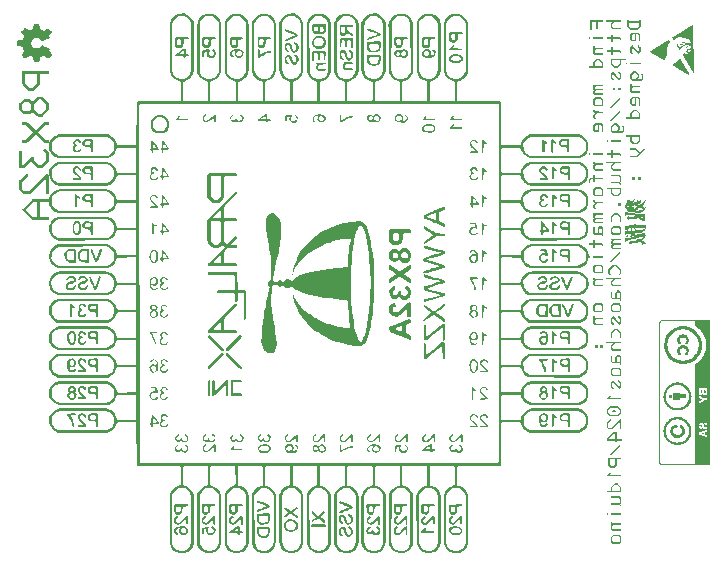
<source format=gbo>
G04 Layer: BottomSilkscreenLayer*
G04 EasyEDA v6.5.51, 2025-11-10 16:22:34*
G04 edf426586456471d89c25727c5112f57,c2dd228c5626426dab0286b5437c322d,10*
G04 Gerber Generator version 0.2*
G04 Scale: 100 percent, Rotated: No, Reflected: No *
G04 Dimensions in inches *
G04 leading zeros omitted , absolute positions ,3 integer and 6 decimal *
%FSLAX36Y36*%
%MOIN*%

%ADD10C,0.0112*%

%LPD*%
G36*
X391820Y1916040D02*
G01*
X386560Y1915880D01*
X385959Y1915620D01*
X385500Y1914220D01*
X385500Y1913940D01*
X384880Y1911420D01*
X384780Y1910580D01*
X384560Y1910100D01*
X384460Y1908980D01*
X384240Y1908280D01*
X383320Y1903180D01*
X382560Y1899640D01*
X382160Y1899120D01*
X381140Y1898500D01*
X376440Y1896320D01*
X376040Y1896220D01*
X375260Y1895840D01*
X375000Y1895840D01*
X374860Y1895680D01*
X370620Y1894079D01*
X370060Y1894000D01*
X368740Y1894700D01*
X363940Y1897820D01*
X363160Y1898420D01*
X362960Y1898420D01*
X362960Y1898560D01*
X358840Y1901339D01*
X356060Y1903080D01*
X355340Y1902800D01*
X354060Y1901780D01*
X351780Y1899640D01*
X345820Y1893660D01*
X343780Y1891440D01*
X343480Y1890900D01*
X344000Y1889900D01*
X351900Y1878020D01*
X351900Y1877900D01*
X352420Y1877240D01*
X352819Y1876459D01*
X352740Y1875920D01*
X352580Y1875720D01*
X352380Y1874740D01*
X352060Y1873800D01*
X351900Y1873560D01*
X350860Y1870580D01*
X348820Y1865940D01*
X348020Y1864500D01*
X346060Y1863880D01*
X345140Y1863760D01*
X344640Y1863560D01*
X343620Y1863440D01*
X342440Y1863120D01*
X339460Y1862520D01*
X338960Y1862520D01*
X338440Y1862300D01*
X337000Y1862120D01*
X336260Y1861879D01*
X335680Y1861879D01*
X334980Y1861680D01*
X333800Y1861560D01*
X333540Y1861420D01*
X332400Y1861240D01*
X331300Y1860920D01*
X330880Y1860540D01*
X330680Y1859880D01*
X330540Y1849900D01*
X330700Y1843640D01*
X330900Y1843240D01*
X332939Y1842720D01*
X337580Y1841780D01*
X338600Y1841680D01*
X347819Y1839740D01*
X348200Y1839400D01*
X350319Y1834740D01*
X350319Y1834500D01*
X350460Y1834340D01*
X352120Y1830340D01*
X352220Y1829800D01*
X352360Y1829640D01*
X352540Y1828860D01*
X352800Y1828460D01*
X352800Y1827520D01*
X350400Y1823740D01*
X348160Y1820520D01*
X348060Y1820260D01*
X343980Y1814319D01*
X343420Y1813340D01*
X343760Y1812680D01*
X345180Y1811100D01*
X349900Y1806300D01*
X353900Y1802440D01*
X355240Y1801360D01*
X355860Y1801080D01*
X356200Y1801080D01*
X366100Y1807640D01*
X369920Y1810040D01*
X370620Y1810040D01*
X371460Y1809640D01*
X371719Y1809640D01*
X372040Y1809400D01*
X372260Y1809400D01*
X374620Y1808380D01*
X374799Y1808380D01*
X382260Y1805080D01*
X382540Y1804259D01*
X385560Y1788899D01*
X385959Y1788360D01*
X390940Y1788040D01*
X398260Y1788040D01*
X402580Y1788280D01*
X403160Y1788440D01*
X403480Y1788940D01*
X403480Y1789300D01*
X403660Y1789640D01*
X404340Y1792780D01*
X404440Y1793720D01*
X404640Y1794199D01*
X404739Y1795220D01*
X404940Y1796000D01*
X405060Y1796960D01*
X405260Y1797680D01*
X405379Y1798760D01*
X405600Y1799280D01*
X405600Y1799800D01*
X405900Y1801040D01*
X406000Y1801900D01*
X406220Y1802440D01*
X406320Y1803320D01*
X406520Y1803620D01*
X406620Y1804100D01*
X407120Y1804600D01*
X408280Y1805240D01*
X408400Y1805240D01*
X408780Y1805540D01*
X410920Y1806500D01*
X411140Y1806500D01*
X411740Y1806819D01*
X411960Y1806819D01*
X412700Y1807200D01*
X412900Y1807200D01*
X414099Y1807760D01*
X414240Y1807760D01*
X419060Y1809680D01*
X419760Y1809680D01*
X421480Y1808660D01*
X423780Y1807120D01*
X423900Y1807120D01*
X431060Y1802280D01*
X432800Y1801240D01*
X433400Y1801060D01*
X433840Y1801160D01*
X436079Y1803140D01*
X442280Y1809199D01*
X445160Y1812340D01*
X445260Y1812660D01*
X445540Y1813040D01*
X445540Y1813580D01*
X445060Y1814480D01*
X442860Y1817780D01*
X442100Y1818760D01*
X438320Y1824420D01*
X437080Y1826459D01*
X437080Y1826900D01*
X439900Y1832880D01*
X439799Y1833520D01*
X436079Y1835260D01*
X435840Y1835260D01*
X435640Y1835480D01*
X435140Y1835580D01*
X434840Y1835800D01*
X434620Y1835800D01*
X433300Y1836440D01*
X433100Y1836440D01*
X432320Y1836819D01*
X432120Y1836819D01*
X429460Y1838000D01*
X428840Y1838200D01*
X427819Y1838720D01*
X427520Y1838720D01*
X427220Y1838920D01*
X425700Y1839580D01*
X425480Y1839580D01*
X423200Y1840600D01*
X422800Y1840700D01*
X412540Y1844920D01*
X411700Y1845020D01*
X410760Y1844019D01*
X407819Y1840320D01*
X405540Y1838120D01*
X403360Y1836699D01*
X400560Y1835400D01*
X399120Y1835020D01*
X399040Y1834940D01*
X398060Y1834800D01*
X397760Y1834620D01*
X393780Y1834300D01*
X392760Y1834540D01*
X391740Y1834640D01*
X390180Y1834940D01*
X388660Y1835560D01*
X388440Y1835560D01*
X388280Y1835720D01*
X386860Y1836240D01*
X383880Y1838220D01*
X383280Y1838720D01*
X383100Y1838720D01*
X382460Y1839379D01*
X380840Y1841320D01*
X379480Y1843160D01*
X378040Y1846459D01*
X377720Y1847020D01*
X377500Y1848200D01*
X377260Y1850420D01*
X377060Y1850780D01*
X377060Y1853040D01*
X377320Y1853920D01*
X377420Y1855080D01*
X377580Y1855560D01*
X377800Y1857140D01*
X378060Y1857920D01*
X380420Y1862400D01*
X384440Y1866440D01*
X389620Y1869019D01*
X390800Y1869139D01*
X391340Y1869360D01*
X394799Y1869600D01*
X397320Y1869420D01*
X399440Y1869019D01*
X400460Y1868700D01*
X401000Y1868400D01*
X401200Y1868400D01*
X401780Y1868100D01*
X402040Y1868100D01*
X402239Y1867860D01*
X402500Y1867860D01*
X403040Y1867460D01*
X403140Y1867460D01*
X404920Y1866260D01*
X405120Y1866200D01*
X408040Y1863500D01*
X411000Y1859800D01*
X411800Y1859040D01*
X412299Y1859120D01*
X413220Y1859460D01*
X413400Y1859600D01*
X413980Y1859700D01*
X414159Y1859920D01*
X414460Y1859920D01*
X419219Y1861879D01*
X419360Y1861879D01*
X420720Y1862520D01*
X421019Y1862580D01*
X422980Y1863460D01*
X423180Y1863460D01*
X423760Y1863779D01*
X424080Y1863839D01*
X428120Y1865500D01*
X428760Y1865840D01*
X431460Y1866920D01*
X431880Y1867160D01*
X435319Y1868480D01*
X435520Y1868720D01*
X435740Y1868720D01*
X437980Y1869680D01*
X439720Y1870540D01*
X439820Y1870780D01*
X439820Y1871440D01*
X439500Y1872060D01*
X439500Y1872320D01*
X439260Y1872520D01*
X439260Y1872700D01*
X437400Y1876380D01*
X437080Y1877160D01*
X437080Y1877460D01*
X437740Y1878740D01*
X445160Y1889780D01*
X445540Y1890520D01*
X445540Y1891060D01*
X444960Y1892000D01*
X443320Y1893820D01*
X437180Y1899960D01*
X433700Y1903060D01*
X433240Y1903060D01*
X429240Y1900540D01*
X429120Y1900540D01*
X426700Y1898920D01*
X426599Y1898779D01*
X421440Y1895340D01*
X419580Y1894319D01*
X417020Y1895280D01*
X416740Y1895280D01*
X413700Y1896540D01*
X413480Y1896540D01*
X413180Y1896780D01*
X412939Y1896780D01*
X412140Y1897160D01*
X411940Y1897160D01*
X409240Y1898360D01*
X407120Y1899440D01*
X406640Y1899960D01*
X405980Y1902460D01*
X403660Y1914560D01*
X403380Y1915460D01*
X403160Y1915660D01*
X401940Y1915960D01*
G37*
G36*
X2638480Y930180D02*
G01*
X2478500Y930160D01*
X2476460Y929659D01*
X2474800Y928820D01*
X2472700Y926680D01*
X2471140Y924060D01*
X2470860Y921940D01*
X2470899Y455140D01*
X2474340Y455140D01*
X2474380Y918980D01*
X2474720Y922860D01*
X2475580Y924539D01*
X2477480Y926080D01*
X2478860Y926560D01*
X2586820Y926680D01*
X2588820Y926440D01*
X2589880Y925400D01*
X2589880Y909780D01*
X2590779Y908580D01*
X2595520Y905420D01*
X2596440Y905060D01*
X2597180Y904360D01*
X2600880Y901420D01*
X2604220Y898620D01*
X2605080Y898040D01*
X2610260Y892280D01*
X2611620Y890500D01*
X2612679Y889400D01*
X2614080Y887360D01*
X2614640Y886260D01*
X2615600Y885160D01*
X2616040Y884020D01*
X2617040Y882740D01*
X2621000Y874860D01*
X2622440Y871360D01*
X2622700Y870160D01*
X2623600Y868120D01*
X2624640Y865140D01*
X2624900Y862760D01*
X2626000Y858500D01*
X2626380Y855540D01*
X2626760Y850180D01*
X2626800Y840020D01*
X2626320Y835580D01*
X2625059Y830220D01*
X2624620Y827620D01*
X2623820Y825759D01*
X2623540Y824300D01*
X2622679Y822440D01*
X2620960Y817360D01*
X2619360Y814300D01*
X2619100Y813480D01*
X2616880Y809400D01*
X2612040Y802280D01*
X2611620Y801919D01*
X2610740Y800620D01*
X2607160Y796919D01*
X2604400Y793920D01*
X2601820Y791740D01*
X2600160Y790639D01*
X2598540Y789000D01*
X2596259Y787420D01*
X2592820Y785380D01*
X2592000Y784599D01*
X2590419Y783600D01*
X2589960Y782320D01*
X2589919Y698900D01*
X2602480Y698900D01*
X2602660Y699820D01*
X2603100Y700699D01*
X2604120Y701220D01*
X2628600Y701220D01*
X2629680Y700580D01*
X2630260Y699060D01*
X2630140Y685580D01*
X2629140Y682760D01*
X2628020Y680680D01*
X2626680Y679479D01*
X2625320Y678660D01*
X2623020Y677920D01*
X2621200Y677920D01*
X2618840Y678500D01*
X2617540Y679180D01*
X2615880Y680960D01*
X2615280Y681820D01*
X2613759Y681040D01*
X2613759Y680720D01*
X2611620Y679560D01*
X2609120Y679140D01*
X2607080Y679560D01*
X2604860Y680900D01*
X2603580Y682600D01*
X2602660Y685780D01*
X2602480Y698900D01*
X2589919Y698900D01*
X2589897Y653400D01*
X2602440Y653400D01*
X2602620Y657340D01*
X2603380Y658840D01*
X2605520Y660280D01*
X2609200Y662220D01*
X2611320Y663520D01*
X2611780Y664620D01*
X2610880Y665420D01*
X2606620Y667980D01*
X2605520Y668540D01*
X2604600Y669380D01*
X2603580Y669760D01*
X2602620Y671240D01*
X2602460Y675600D01*
X2602799Y676360D01*
X2603300Y676740D01*
X2604180Y676960D01*
X2605340Y676380D01*
X2613940Y671240D01*
X2617080Y669240D01*
X2618480Y668500D01*
X2619960Y667900D01*
X2628700Y667940D01*
X2629860Y666979D01*
X2630280Y665580D01*
X2630140Y662400D01*
X2629220Y661420D01*
X2628540Y661060D01*
X2620700Y661080D01*
X2618660Y660420D01*
X2616060Y658960D01*
X2613660Y657380D01*
X2613260Y657380D01*
X2611440Y656080D01*
X2611100Y656080D01*
X2609960Y655240D01*
X2608300Y654380D01*
X2608100Y654100D01*
X2604240Y651800D01*
X2603100Y652120D01*
X2602440Y653400D01*
X2589897Y653400D01*
X2589856Y577020D01*
X2601920Y577020D01*
X2601940Y578320D01*
X2602480Y581100D01*
X2604000Y584240D01*
X2606340Y586540D01*
X2607740Y587140D01*
X2610700Y587620D01*
X2612740Y587260D01*
X2614640Y586360D01*
X2616880Y583660D01*
X2617860Y581280D01*
X2619720Y574980D01*
X2620680Y573040D01*
X2621800Y572340D01*
X2623100Y572120D01*
X2624340Y572880D01*
X2625299Y574980D01*
X2625320Y577400D01*
X2624620Y579700D01*
X2623380Y581160D01*
X2621040Y582300D01*
X2620419Y583600D01*
X2620419Y586380D01*
X2621160Y587840D01*
X2621960Y588260D01*
X2623920Y588100D01*
X2626440Y586860D01*
X2628660Y584600D01*
X2630220Y581060D01*
X2630640Y577460D01*
X2630460Y574060D01*
X2630059Y571560D01*
X2628560Y568600D01*
X2626620Y566720D01*
X2625880Y566220D01*
X2622960Y565280D01*
X2621600Y565280D01*
X2618840Y565980D01*
X2617740Y566400D01*
X2615480Y568820D01*
X2614360Y571100D01*
X2613759Y572580D01*
X2613200Y574800D01*
X2612240Y577960D01*
X2611280Y580160D01*
X2610740Y580820D01*
X2609220Y580820D01*
X2608340Y580360D01*
X2607400Y578540D01*
X2607460Y576400D01*
X2608220Y574440D01*
X2609220Y573380D01*
X2610320Y572820D01*
X2610720Y572400D01*
X2611400Y571380D01*
X2611580Y568060D01*
X2611000Y567180D01*
X2609760Y566400D01*
X2607300Y566920D01*
X2606259Y567580D01*
X2604960Y568600D01*
X2603940Y569580D01*
X2602660Y572300D01*
X2601920Y577020D01*
X2589856Y577020D01*
X2589841Y552800D01*
X2602480Y552800D01*
X2602799Y554580D01*
X2603300Y555160D01*
X2604860Y555860D01*
X2605059Y556200D01*
X2607000Y556800D01*
X2615880Y560260D01*
X2625320Y563660D01*
X2625779Y564020D01*
X2628620Y564900D01*
X2629680Y564340D01*
X2630240Y563480D01*
X2630280Y560360D01*
X2629540Y558900D01*
X2628660Y558100D01*
X2625020Y556860D01*
X2624220Y555760D01*
X2624100Y547980D01*
X2625539Y546820D01*
X2628840Y545660D01*
X2629660Y544880D01*
X2630280Y543260D01*
X2630100Y540220D01*
X2629640Y539220D01*
X2628600Y538800D01*
X2625520Y539780D01*
X2622740Y540900D01*
X2621800Y541420D01*
X2616820Y543140D01*
X2608600Y546240D01*
X2608380Y546240D01*
X2606000Y547340D01*
X2605480Y547340D01*
X2603240Y548460D01*
X2602679Y549320D01*
X2602480Y552800D01*
X2589841Y552800D01*
X2589780Y450900D01*
X2589300Y450080D01*
X2588560Y449680D01*
X2478780Y449700D01*
X2477580Y449920D01*
X2476080Y451060D01*
X2474940Y452560D01*
X2474340Y455140D01*
X2470899Y455140D01*
X2470900Y452740D01*
X2471900Y450900D01*
X2473780Y448320D01*
X2473880Y448060D01*
X2476520Y446560D01*
X2478860Y446180D01*
X2638020Y446180D01*
X2639280Y446700D01*
X2639860Y447600D01*
X2639860Y928360D01*
X2639260Y929640D01*
G37*
G36*
X2549420Y909340D02*
G01*
X2541640Y908700D01*
X2539700Y908340D01*
X2535720Y907820D01*
X2533500Y907280D01*
X2524780Y904340D01*
X2522760Y903379D01*
X2521460Y902640D01*
X2519420Y901700D01*
X2515620Y899280D01*
X2515440Y899280D01*
X2512200Y896820D01*
X2506920Y892580D01*
X2506920Y892320D01*
X2504760Y890639D01*
X2502680Y887920D01*
X2497240Y881900D01*
X2494100Y876640D01*
X2492500Y873480D01*
X2489900Y867860D01*
X2488580Y863500D01*
X2487840Y860180D01*
X2486600Y847420D01*
X2486616Y846480D01*
X2497320Y846480D01*
X2497620Y849440D01*
X2498060Y855540D01*
X2498620Y858319D01*
X2500580Y864419D01*
X2501420Y866640D01*
X2506060Y875140D01*
X2508780Y877880D01*
X2508780Y878020D01*
X2510820Y880780D01*
X2513120Y883100D01*
X2516820Y886380D01*
X2521640Y890160D01*
X2523680Y891140D01*
X2528300Y893780D01*
X2529520Y894380D01*
X2533300Y895740D01*
X2536080Y896380D01*
X2538300Y897060D01*
X2546080Y898160D01*
X2553680Y898180D01*
X2558120Y897440D01*
X2559460Y897440D01*
X2562380Y896840D01*
X2562820Y896480D01*
X2566080Y895620D01*
X2569220Y894659D01*
X2573480Y892400D01*
X2574040Y891960D01*
X2577740Y890180D01*
X2579680Y888640D01*
X2587000Y882400D01*
X2593000Y875200D01*
X2595700Y870160D01*
X2596019Y869240D01*
X2596960Y868000D01*
X2597980Y865900D01*
X2599840Y860180D01*
X2600840Y856660D01*
X2601120Y855000D01*
X2601620Y848900D01*
X2601620Y842780D01*
X2600940Y835580D01*
X2598000Y826220D01*
X2597180Y825000D01*
X2594620Y819860D01*
X2592460Y816340D01*
X2590960Y814680D01*
X2587380Y810240D01*
X2585140Y808020D01*
X2579020Y802780D01*
X2575520Y800740D01*
X2570700Y798160D01*
X2568860Y797500D01*
X2568480Y797240D01*
X2565419Y796640D01*
X2564020Y795900D01*
X2559420Y794780D01*
X2552200Y794240D01*
X2545900Y794240D01*
X2539040Y794960D01*
X2533120Y796800D01*
X2530900Y797240D01*
X2530160Y797700D01*
X2528680Y798160D01*
X2526980Y799240D01*
X2526640Y799240D01*
X2520520Y802660D01*
X2516760Y805699D01*
X2514140Y807980D01*
X2513120Y808620D01*
X2510260Y811660D01*
X2510260Y812159D01*
X2509420Y812820D01*
X2508440Y814300D01*
X2505540Y817900D01*
X2504600Y819680D01*
X2503680Y821140D01*
X2501600Y825120D01*
X2500300Y828180D01*
X2499640Y831120D01*
X2499140Y832060D01*
X2499140Y832600D01*
X2498240Y835580D01*
X2497840Y838900D01*
X2497320Y846480D01*
X2486616Y846480D01*
X2486680Y842980D01*
X2487480Y834920D01*
X2488240Y829840D01*
X2488760Y828540D01*
X2489860Y825040D01*
X2490860Y822280D01*
X2491360Y821520D01*
X2492280Y819080D01*
X2494940Y813940D01*
X2498200Y808940D01*
X2500900Y805819D01*
X2502400Y804320D01*
X2503200Y803020D01*
X2508860Y797640D01*
X2510700Y796380D01*
X2512240Y795020D01*
X2516740Y792020D01*
X2516920Y792020D01*
X2518480Y791000D01*
X2523480Y788500D01*
X2528680Y786500D01*
X2532200Y785400D01*
X2535160Y784780D01*
X2536640Y784280D01*
X2546820Y783460D01*
X2551820Y783439D01*
X2558680Y783900D01*
X2563200Y784419D01*
X2563860Y784780D01*
X2565700Y785040D01*
X2567740Y785500D01*
X2568860Y786100D01*
X2569420Y786100D01*
X2573759Y787580D01*
X2576640Y789000D01*
X2578480Y789620D01*
X2581259Y791260D01*
X2583120Y792260D01*
X2584780Y793620D01*
X2588100Y795819D01*
X2594740Y801740D01*
X2596900Y804560D01*
X2599900Y807980D01*
X2603580Y813060D01*
X2603580Y813439D01*
X2605720Y816720D01*
X2608240Y822080D01*
X2610080Y827440D01*
X2611200Y831700D01*
X2611880Y835020D01*
X2612660Y840759D01*
X2612700Y848160D01*
X2612300Y852780D01*
X2611520Y859240D01*
X2610560Y863139D01*
X2610040Y865720D01*
X2609360Y867020D01*
X2608700Y869060D01*
X2608420Y869419D01*
X2607480Y871820D01*
X2605419Y876000D01*
X2605419Y876160D01*
X2602940Y879960D01*
X2600880Y882740D01*
X2597080Y887180D01*
X2595240Y889640D01*
X2593820Y891060D01*
X2590340Y893820D01*
X2588660Y895360D01*
X2585340Y898120D01*
X2582919Y899780D01*
X2576620Y903340D01*
X2575100Y903880D01*
X2573880Y904520D01*
X2567760Y906720D01*
X2563860Y907820D01*
X2559600Y908340D01*
X2556360Y908900D01*
X2553320Y908900D01*
G37*
G36*
X2547740Y881540D02*
G01*
X2542480Y880600D01*
X2541020Y880100D01*
X2538040Y878199D01*
X2537680Y878199D01*
X2535380Y876360D01*
X2533100Y873120D01*
X2532420Y871640D01*
X2531940Y871080D01*
X2530980Y868420D01*
X2530640Y866280D01*
X2530780Y859620D01*
X2532140Y855380D01*
X2533780Y852200D01*
X2536080Y849760D01*
X2537740Y848660D01*
X2538600Y848400D01*
X2539620Y848820D01*
X2540420Y850460D01*
X2540780Y850460D01*
X2541420Y852400D01*
X2542020Y853340D01*
X2542480Y854380D01*
X2542080Y855819D01*
X2541700Y855819D01*
X2539280Y857940D01*
X2538140Y860180D01*
X2538120Y864419D01*
X2539140Y867060D01*
X2541080Y869060D01*
X2543620Y870300D01*
X2545720Y870800D01*
X2553160Y870800D01*
X2555060Y870440D01*
X2558300Y869000D01*
X2559300Y868040D01*
X2560240Y866800D01*
X2560920Y864800D01*
X2561380Y861900D01*
X2560940Y859980D01*
X2560240Y858319D01*
X2559640Y857220D01*
X2556540Y854300D01*
X2556540Y853300D01*
X2558600Y849260D01*
X2559580Y848240D01*
X2560700Y848259D01*
X2562980Y849820D01*
X2566440Y854140D01*
X2567660Y856260D01*
X2568759Y860920D01*
X2568759Y866680D01*
X2567660Y870120D01*
X2567660Y870759D01*
X2566420Y873180D01*
X2564080Y876260D01*
X2562060Y878100D01*
X2558380Y880060D01*
X2556460Y880780D01*
X2551640Y881520D01*
G37*
G36*
X2549600Y844820D02*
G01*
X2544420Y844800D01*
X2540160Y843240D01*
X2539160Y842520D01*
X2538900Y842520D01*
X2536220Y840500D01*
X2533780Y837860D01*
X2532080Y834760D01*
X2530960Y831700D01*
X2530660Y830400D01*
X2530620Y824479D01*
X2531000Y821960D01*
X2531740Y819760D01*
X2533020Y817000D01*
X2533020Y816780D01*
X2535300Y814020D01*
X2537540Y812080D01*
X2538680Y811680D01*
X2539640Y812220D01*
X2541360Y815620D01*
X2541360Y816020D01*
X2541940Y816500D01*
X2542480Y817780D01*
X2542480Y818460D01*
X2542080Y819300D01*
X2540240Y820560D01*
X2539140Y821940D01*
X2537960Y824440D01*
X2538000Y827260D01*
X2538800Y829840D01*
X2539380Y830939D01*
X2541080Y832740D01*
X2542560Y833540D01*
X2544120Y834140D01*
X2546980Y834780D01*
X2553860Y834640D01*
X2556440Y833580D01*
X2558240Y832520D01*
X2559500Y831180D01*
X2560620Y829500D01*
X2561019Y828040D01*
X2561280Y825460D01*
X2561019Y823520D01*
X2560100Y821520D01*
X2558300Y819419D01*
X2556360Y817780D01*
X2556360Y816880D01*
X2556980Y816000D01*
X2558620Y812820D01*
X2559340Y811820D01*
X2560160Y811600D01*
X2561180Y812000D01*
X2563720Y814000D01*
X2564940Y815600D01*
X2566200Y817020D01*
X2567620Y820220D01*
X2568860Y824479D01*
X2568800Y829840D01*
X2568240Y831500D01*
X2567500Y834460D01*
X2566220Y837060D01*
X2564620Y839080D01*
X2561960Y841680D01*
X2558740Y843480D01*
X2554780Y844820D01*
G37*
G36*
X2532160Y721380D02*
G01*
X2529600Y721360D01*
X2521080Y720480D01*
X2518840Y719580D01*
X2517380Y719300D01*
X2514040Y718220D01*
X2511080Y716820D01*
X2506460Y714300D01*
X2503500Y712360D01*
X2500120Y709360D01*
X2499720Y709360D01*
X2495080Y704460D01*
X2491980Y700560D01*
X2490200Y697240D01*
X2489920Y697060D01*
X2488080Y693540D01*
X2486760Y689840D01*
X2485980Y687060D01*
X2485060Y684260D01*
X2484520Y676919D01*
X2484340Y676740D01*
X2484340Y673980D01*
X2492100Y673980D01*
X2492100Y676180D01*
X2492280Y676340D01*
X2492820Y682080D01*
X2494480Y688000D01*
X2494960Y689280D01*
X2496320Y691680D01*
X2497640Y694460D01*
X2499480Y697240D01*
X2504420Y702600D01*
X2507840Y705480D01*
X2510280Y707320D01*
X2510640Y707320D01*
X2512040Y708240D01*
X2516280Y710440D01*
X2517700Y711020D01*
X2518300Y711020D01*
X2519240Y711500D01*
X2520520Y711960D01*
X2522200Y712280D01*
X2523680Y712820D01*
X2530340Y713480D01*
X2535160Y713240D01*
X2538500Y712840D01*
X2543300Y711400D01*
X2546260Y710420D01*
X2546820Y709960D01*
X2549980Y708379D01*
X2553020Y706560D01*
X2557380Y702720D01*
X2559780Y700380D01*
X2562200Y697420D01*
X2562460Y697300D01*
X2562460Y696860D01*
X2563660Y695420D01*
X2564520Y693900D01*
X2565260Y692240D01*
X2566720Y690020D01*
X2567980Y686140D01*
X2569180Y682080D01*
X2569540Y677080D01*
X2569540Y672280D01*
X2569160Y667280D01*
X2568020Y662840D01*
X2567300Y661140D01*
X2566900Y659320D01*
X2564420Y655160D01*
X2563300Y652960D01*
X2561880Y651400D01*
X2561080Y650220D01*
X2559220Y648060D01*
X2556560Y645400D01*
X2553860Y643259D01*
X2553680Y643040D01*
X2552200Y641900D01*
X2548480Y639800D01*
X2545900Y638560D01*
X2540900Y636880D01*
X2537560Y636320D01*
X2532500Y635900D01*
X2529420Y635920D01*
X2523860Y636440D01*
X2519000Y637600D01*
X2516240Y638520D01*
X2513680Y639820D01*
X2510900Y641480D01*
X2510020Y641860D01*
X2504980Y645780D01*
X2502060Y648780D01*
X2500980Y650240D01*
X2499420Y651940D01*
X2498280Y653400D01*
X2496000Y657660D01*
X2494760Y660440D01*
X2494100Y663020D01*
X2493440Y664520D01*
X2492500Y669680D01*
X2492100Y673980D01*
X2484340Y673980D01*
X2484340Y672640D01*
X2484680Y670240D01*
X2485080Y664740D01*
X2486220Y661540D01*
X2487120Y658220D01*
X2487460Y657480D01*
X2488360Y654880D01*
X2489640Y652860D01*
X2491600Y648960D01*
X2492620Y647860D01*
X2496040Y643420D01*
X2499240Y640140D01*
X2505540Y635240D01*
X2507940Y634000D01*
X2510420Y632420D01*
X2510680Y632420D01*
X2512940Y631320D01*
X2514980Y630540D01*
X2515340Y630240D01*
X2519000Y629420D01*
X2520540Y628740D01*
X2528120Y628160D01*
X2531200Y627760D01*
X2540520Y628560D01*
X2545340Y630040D01*
X2546540Y630560D01*
X2549160Y631100D01*
X2550900Y631940D01*
X2553200Y633340D01*
X2555700Y634560D01*
X2557340Y635600D01*
X2562200Y639720D01*
X2566080Y643600D01*
X2568680Y646720D01*
X2570740Y649700D01*
X2572720Y653400D01*
X2574640Y657280D01*
X2576920Y664740D01*
X2577280Y667099D01*
X2577799Y674680D01*
X2577460Y679300D01*
X2576880Y684479D01*
X2574260Y692620D01*
X2573200Y694400D01*
X2572260Y696640D01*
X2571100Y698720D01*
X2569280Y701500D01*
X2568840Y701860D01*
X2565899Y705560D01*
X2562000Y709520D01*
X2561700Y709539D01*
X2558680Y712060D01*
X2555700Y714320D01*
X2552380Y716200D01*
X2550340Y717260D01*
X2548120Y718220D01*
X2540340Y720440D01*
X2534740Y721380D01*
G37*
G36*
X2609220Y694560D02*
G01*
X2608360Y693960D01*
X2608020Y693160D01*
X2608120Y688000D01*
X2608800Y686860D01*
X2609960Y686060D01*
X2611080Y685980D01*
X2611980Y686280D01*
X2612380Y686700D01*
X2613260Y688120D01*
X2613399Y692960D01*
X2613200Y693780D01*
X2611960Y694560D01*
G37*
G36*
X2619520Y694560D02*
G01*
X2618399Y693620D01*
X2618240Y692800D01*
X2618200Y688700D01*
X2618820Y686880D01*
X2619660Y685540D01*
X2621000Y684700D01*
X2622520Y684920D01*
X2624040Y685980D01*
X2624580Y687060D01*
X2624720Y692900D01*
X2624480Y693820D01*
X2623300Y694560D01*
G37*
G36*
X2520080Y686800D02*
G01*
X2518500Y686080D01*
X2517220Y684760D01*
X2516820Y682380D01*
X2516920Y665980D01*
X2517120Y664479D01*
X2518220Y663160D01*
X2520780Y662380D01*
X2536780Y662380D01*
X2537980Y663280D01*
X2538140Y666220D01*
X2538780Y667180D01*
X2539880Y667760D01*
X2559820Y667740D01*
X2560899Y668740D01*
X2561000Y679960D01*
X2560160Y681320D01*
X2539600Y681520D01*
X2538260Y682360D01*
X2538040Y683740D01*
X2538020Y685780D01*
X2537300Y686700D01*
G37*
G36*
X2506240Y680500D02*
G01*
X2504300Y679920D01*
X2502760Y678360D01*
X2501700Y676800D01*
X2501380Y675600D01*
X2501540Y672920D01*
X2502060Y671720D01*
X2503720Y669860D01*
X2505620Y668840D01*
X2508260Y668400D01*
X2511360Y670060D01*
X2512040Y670980D01*
X2513060Y672780D01*
X2513400Y674580D01*
X2513040Y676440D01*
X2511760Y678379D01*
X2510860Y679400D01*
X2508680Y680500D01*
G37*
G36*
X2529600Y606520D02*
G01*
X2525340Y605940D01*
X2522020Y605620D01*
X2519040Y604880D01*
X2515540Y603880D01*
X2512560Y602740D01*
X2511280Y601980D01*
X2509520Y601320D01*
X2509320Y601000D01*
X2506280Y599500D01*
X2503860Y597780D01*
X2501840Y596160D01*
X2499600Y594220D01*
X2496080Y590720D01*
X2493840Y588120D01*
X2491920Y585640D01*
X2490360Y582760D01*
X2489340Y581220D01*
X2489340Y581040D01*
X2488120Y579240D01*
X2484920Y568880D01*
X2484680Y563640D01*
X2484360Y562600D01*
X2484346Y558540D01*
X2492100Y558540D01*
X2492660Y565740D01*
X2493400Y569380D01*
X2494280Y572040D01*
X2494720Y573880D01*
X2495400Y574840D01*
X2496020Y576620D01*
X2497420Y579240D01*
X2498760Y581380D01*
X2500060Y582940D01*
X2501920Y584920D01*
X2503000Y586460D01*
X2505380Y588680D01*
X2510720Y592800D01*
X2517760Y596340D01*
X2522560Y597680D01*
X2526280Y598380D01*
X2533120Y598600D01*
X2536460Y598240D01*
X2540720Y597460D01*
X2542200Y596760D01*
X2544220Y596320D01*
X2544980Y595860D01*
X2546820Y595200D01*
X2548580Y594140D01*
X2549000Y594140D01*
X2552200Y592220D01*
X2554040Y590720D01*
X2555900Y588980D01*
X2558120Y587340D01*
X2560700Y584420D01*
X2562600Y582020D01*
X2563020Y581220D01*
X2563500Y580720D01*
X2565520Y577340D01*
X2566760Y574980D01*
X2567880Y571840D01*
X2568399Y569520D01*
X2569120Y567780D01*
X2569720Y561300D01*
X2569480Y555380D01*
X2569160Y552420D01*
X2568260Y549660D01*
X2567980Y547440D01*
X2567720Y547060D01*
X2566700Y544300D01*
X2563500Y538560D01*
X2559240Y533200D01*
X2557960Y531920D01*
X2552940Y527620D01*
X2551260Y526560D01*
X2549220Y525520D01*
X2547000Y524180D01*
X2544240Y523120D01*
X2543720Y523120D01*
X2540520Y522040D01*
X2535720Y521260D01*
X2529780Y520980D01*
X2522200Y521840D01*
X2517760Y523140D01*
X2514800Y524280D01*
X2514420Y524560D01*
X2510900Y526400D01*
X2509420Y527360D01*
X2507420Y528940D01*
X2506280Y529980D01*
X2505000Y530980D01*
X2502680Y533320D01*
X2499000Y537640D01*
X2497500Y539960D01*
X2496860Y541700D01*
X2494780Y545400D01*
X2493260Y550580D01*
X2492680Y554100D01*
X2492100Y558540D01*
X2484346Y558540D01*
X2484340Y557800D01*
X2484880Y553360D01*
X2484880Y551300D01*
X2485660Y548180D01*
X2487120Y543620D01*
X2487120Y543180D01*
X2488240Y540220D01*
X2488780Y539640D01*
X2489880Y537340D01*
X2491360Y534920D01*
X2491360Y534660D01*
X2493760Y531160D01*
X2497380Y527300D01*
X2499620Y525060D01*
X2502200Y522760D01*
X2504600Y521100D01*
X2509840Y517939D01*
X2510060Y517939D01*
X2511920Y516840D01*
X2513860Y516220D01*
X2514240Y515920D01*
X2517380Y515120D01*
X2518060Y514760D01*
X2520000Y514260D01*
X2522020Y514020D01*
X2523120Y513680D01*
X2528440Y513120D01*
X2535280Y513120D01*
X2536820Y513459D01*
X2541460Y514080D01*
X2543300Y514580D01*
X2544980Y515160D01*
X2547560Y515720D01*
X2549600Y516560D01*
X2554700Y519240D01*
X2557200Y520760D01*
X2558580Y522000D01*
X2558860Y522000D01*
X2560899Y523900D01*
X2562200Y524720D01*
X2565400Y528020D01*
X2569300Y532660D01*
X2570980Y535520D01*
X2570980Y535680D01*
X2572400Y538000D01*
X2574880Y542920D01*
X2574880Y543440D01*
X2575800Y546280D01*
X2575800Y546820D01*
X2576340Y547980D01*
X2577060Y551140D01*
X2577559Y554840D01*
X2577559Y565380D01*
X2576880Y570080D01*
X2576139Y572040D01*
X2575100Y575720D01*
X2574160Y578200D01*
X2572860Y580220D01*
X2571560Y582940D01*
X2571019Y584300D01*
X2567380Y588860D01*
X2563860Y592740D01*
X2561460Y595060D01*
X2561220Y595060D01*
X2559780Y596360D01*
X2556220Y599040D01*
X2553860Y600520D01*
X2550900Y601920D01*
X2549220Y602960D01*
X2542740Y605000D01*
X2540720Y605560D01*
X2537380Y605800D01*
X2534600Y606320D01*
G37*
G36*
X2525140Y581960D02*
G01*
X2524720Y581060D01*
X2523120Y579740D01*
X2521820Y579500D01*
X2518600Y578400D01*
X2515340Y576700D01*
X2514020Y575720D01*
X2511580Y573560D01*
X2509960Y571320D01*
X2509360Y570620D01*
X2509140Y569720D01*
X2508040Y567920D01*
X2508040Y567140D01*
X2507120Y564260D01*
X2506940Y563160D01*
X2507100Y555200D01*
X2508000Y552780D01*
X2508280Y550960D01*
X2509940Y547620D01*
X2511440Y545400D01*
X2515280Y541480D01*
X2516820Y540620D01*
X2517400Y540140D01*
X2519980Y538860D01*
X2523400Y537540D01*
X2524240Y537520D01*
X2525720Y537000D01*
X2530160Y536400D01*
X2535520Y536620D01*
X2540340Y537740D01*
X2541820Y538440D01*
X2543680Y539160D01*
X2545160Y540000D01*
X2547660Y541620D01*
X2547660Y541940D01*
X2548960Y542560D01*
X2548960Y542800D01*
X2550860Y544800D01*
X2553120Y547980D01*
X2553820Y549460D01*
X2554280Y550020D01*
X2554540Y551140D01*
X2555440Y553080D01*
X2555780Y555020D01*
X2556400Y559580D01*
X2555400Y566800D01*
X2554280Y569720D01*
X2553800Y570220D01*
X2553120Y571480D01*
X2551740Y573520D01*
X2549220Y576140D01*
X2547560Y577220D01*
X2544980Y578600D01*
X2544400Y578600D01*
X2544040Y578900D01*
X2540800Y580100D01*
X2539740Y579880D01*
X2539120Y579200D01*
X2539040Y570560D01*
X2539900Y569340D01*
X2540900Y568840D01*
X2542420Y568580D01*
X2544460Y567220D01*
X2545760Y565740D01*
X2546980Y563340D01*
X2547340Y558800D01*
X2546860Y556120D01*
X2546160Y554220D01*
X2544360Y551880D01*
X2543300Y550880D01*
X2541280Y549560D01*
X2540780Y549560D01*
X2538860Y548660D01*
X2534980Y547680D01*
X2530520Y547480D01*
X2525340Y548080D01*
X2523120Y548780D01*
X2520900Y549760D01*
X2519800Y550380D01*
X2518120Y552060D01*
X2517140Y553360D01*
X2515940Y556320D01*
X2515940Y562140D01*
X2517720Y565920D01*
X2518680Y566980D01*
X2520840Y568460D01*
X2522940Y569000D01*
X2524120Y568780D01*
X2525220Y567860D01*
X2526120Y568080D01*
X2530380Y572400D01*
X2532500Y574700D01*
X2532260Y575780D01*
X2530160Y577800D01*
X2529540Y578500D01*
X2526260Y581740D01*
G37*
G36*
X2617460Y554220D02*
G01*
X2615520Y553620D01*
X2612840Y552460D01*
X2612679Y551880D01*
X2612740Y551360D01*
X2614580Y550640D01*
X2616580Y549720D01*
X2618220Y549680D01*
X2618740Y550200D01*
X2618980Y552300D01*
X2618740Y553980D01*
G37*
G36*
X2582679Y1913980D02*
G01*
X2582240Y1913540D01*
X2581380Y1913180D01*
X2579580Y1911960D01*
X2579400Y1911960D01*
X2578960Y1911540D01*
X2578100Y1911060D01*
X2577620Y1910700D01*
X2577000Y1910440D01*
X2577000Y1910260D01*
X2575840Y1909740D01*
X2575720Y1909560D01*
X2574940Y1909139D01*
X2574640Y1908839D01*
X2573820Y1908480D01*
X2573560Y1908140D01*
X2572960Y1907820D01*
X2572640Y1907820D01*
X2572540Y1907520D01*
X2571600Y1907060D01*
X2571480Y1906860D01*
X2570580Y1906459D01*
X2570200Y1906100D01*
X2569280Y1905700D01*
X2569140Y1905440D01*
X2568220Y1905020D01*
X2568220Y1904840D01*
X2567440Y1904440D01*
X2567160Y1904440D01*
X2567160Y1904160D01*
X2566240Y1903720D01*
X2566080Y1903480D01*
X2565059Y1903020D01*
X2564920Y1902800D01*
X2564000Y1902340D01*
X2563740Y1902080D01*
X2562820Y1901639D01*
X2562820Y1901459D01*
X2562060Y1901060D01*
X2561760Y1901060D01*
X2561760Y1900800D01*
X2560800Y1900360D01*
X2560800Y1900180D01*
X2559540Y1899620D01*
X2559540Y1899440D01*
X2558480Y1898940D01*
X2558340Y1898700D01*
X2557420Y1898280D01*
X2557420Y1898080D01*
X2556660Y1897700D01*
X2556440Y1897700D01*
X2556060Y1897220D01*
X2555400Y1896980D01*
X2555400Y1896819D01*
X2554140Y1896240D01*
X2554140Y1896060D01*
X2553220Y1895660D01*
X2552840Y1895300D01*
X2552020Y1894900D01*
X2552020Y1894700D01*
X2551100Y1894280D01*
X2550660Y1893839D01*
X2550320Y1893839D01*
X2549620Y1893260D01*
X2548740Y1892880D01*
X2548620Y1892580D01*
X2548360Y1892580D01*
X2547580Y1892100D01*
X2547580Y1891960D01*
X2546720Y1891600D01*
X2546120Y1891040D01*
X2545600Y1890920D01*
X2545380Y1890600D01*
X2544600Y1890220D01*
X2544600Y1890060D01*
X2543480Y1889560D01*
X2543240Y1889199D01*
X2543000Y1889199D01*
X2542180Y1888880D01*
X2542180Y1888640D01*
X2541220Y1888140D01*
X2541220Y1887980D01*
X2540060Y1887460D01*
X2540060Y1887280D01*
X2537960Y1886200D01*
X2537860Y1885960D01*
X2537020Y1885540D01*
X2536780Y1885540D01*
X2536780Y1885240D01*
X2535940Y1884900D01*
X2535420Y1884400D01*
X2534760Y1884100D01*
X2534640Y1883899D01*
X2533940Y1883600D01*
X2533460Y1883180D01*
X2533020Y1882940D01*
X2532740Y1882940D01*
X2532360Y1882540D01*
X2531620Y1882140D01*
X2531120Y1881720D01*
X2530460Y1881459D01*
X2530240Y1881140D01*
X2529400Y1880780D01*
X2528960Y1880400D01*
X2528060Y1879860D01*
X2527040Y1879379D01*
X2527040Y1879199D01*
X2526120Y1878760D01*
X2525700Y1878320D01*
X2525320Y1878320D01*
X2524740Y1877720D01*
X2523900Y1877360D01*
X2523540Y1876960D01*
X2523360Y1876960D01*
X2522560Y1876420D01*
X2521760Y1876060D01*
X2521660Y1875840D01*
X2520640Y1875300D01*
X2520480Y1875040D01*
X2519940Y1874920D01*
X2519160Y1874259D01*
X2518560Y1874139D01*
X2518220Y1873700D01*
X2517420Y1873300D01*
X2517300Y1873120D01*
X2516400Y1872720D01*
X2516000Y1872360D01*
X2515180Y1871920D01*
X2515180Y1871740D01*
X2514360Y1871399D01*
X2513560Y1870660D01*
X2513840Y1869880D01*
X2514120Y1869720D01*
X2514540Y1868920D01*
X2516240Y1866300D01*
X2516240Y1866120D01*
X2516880Y1865140D01*
X2517260Y1864240D01*
X2517380Y1864240D01*
X2518620Y1862260D01*
X2519480Y1862840D01*
X2520140Y1863140D01*
X2520420Y1863460D01*
X2521020Y1863760D01*
X2521700Y1864340D01*
X2521860Y1864340D01*
X2523440Y1865280D01*
X2523700Y1865580D01*
X2523920Y1865580D01*
X2529180Y1868959D01*
X2529340Y1868959D01*
X2530180Y1869600D01*
X2531100Y1869940D01*
X2531100Y1870120D01*
X2533800Y1871579D01*
X2535560Y1872380D01*
X2540500Y1872360D01*
X2542320Y1871879D01*
X2544360Y1871639D01*
X2546320Y1871080D01*
X2547840Y1870920D01*
X2548300Y1870600D01*
X2550020Y1870300D01*
X2550440Y1870300D01*
X2550940Y1869920D01*
X2552300Y1869680D01*
X2553040Y1869360D01*
X2555240Y1868940D01*
X2556460Y1868480D01*
X2557000Y1868480D01*
X2558520Y1867980D01*
X2560360Y1867540D01*
X2560860Y1867300D01*
X2561160Y1866660D01*
X2560980Y1864180D01*
X2561080Y1863600D01*
X2561740Y1862880D01*
X2562020Y1862880D01*
X2562280Y1862580D01*
X2563000Y1862200D01*
X2563360Y1862200D01*
X2563800Y1861759D01*
X2564580Y1861620D01*
X2564840Y1861860D01*
X2564060Y1862200D01*
X2563960Y1862580D01*
X2563600Y1862700D01*
X2562860Y1863600D01*
X2562740Y1863920D01*
X2563100Y1864700D01*
X2563680Y1865000D01*
X2565080Y1865220D01*
X2566139Y1865180D01*
X2566259Y1865100D01*
X2568300Y1864920D01*
X2568940Y1864540D01*
X2570200Y1864220D01*
X2570680Y1863899D01*
X2571640Y1863520D01*
X2571940Y1862940D01*
X2572240Y1862700D01*
X2572380Y1861740D01*
X2572240Y1860940D01*
X2570440Y1860180D01*
X2568440Y1860180D01*
X2567840Y1859980D01*
X2567840Y1859820D01*
X2568840Y1859400D01*
X2569220Y1859040D01*
X2570100Y1858800D01*
X2570680Y1858380D01*
X2571840Y1857960D01*
X2572040Y1857780D01*
X2574440Y1856519D01*
X2574960Y1855480D01*
X2574960Y1854820D01*
X2574420Y1854160D01*
X2573279Y1853779D01*
X2572940Y1853500D01*
X2571540Y1853060D01*
X2570380Y1852580D01*
X2569520Y1852460D01*
X2568740Y1852160D01*
X2567260Y1851840D01*
X2561220Y1851840D01*
X2560059Y1852460D01*
X2559720Y1852460D01*
X2558480Y1852980D01*
X2558340Y1853120D01*
X2557120Y1853560D01*
X2557020Y1853720D01*
X2556400Y1853980D01*
X2555740Y1854120D01*
X2555340Y1854460D01*
X2554120Y1854820D01*
X2553640Y1855200D01*
X2552440Y1855200D01*
X2551960Y1854900D01*
X2549260Y1854760D01*
X2548500Y1854580D01*
X2545800Y1854420D01*
X2544740Y1854120D01*
X2542720Y1853920D01*
X2538580Y1853820D01*
X2537400Y1853140D01*
X2537140Y1852660D01*
X2536780Y1852560D01*
X2536420Y1852080D01*
X2536260Y1852080D01*
X2535200Y1851120D01*
X2535060Y1851120D01*
X2533700Y1849760D01*
X2533420Y1849760D01*
X2533320Y1849500D01*
X2532540Y1849060D01*
X2532440Y1848760D01*
X2531545Y1848200D01*
X2534080Y1848200D01*
X2534080Y1848380D01*
X2534360Y1848880D01*
X2535280Y1849780D01*
X2537140Y1851300D01*
X2538280Y1851879D01*
X2538960Y1851980D01*
X2539560Y1851819D01*
X2540300Y1851980D01*
X2543100Y1852260D01*
X2546760Y1852400D01*
X2548120Y1852680D01*
X2553960Y1852780D01*
X2554960Y1852280D01*
X2556700Y1850840D01*
X2557080Y1850120D01*
X2557420Y1849760D01*
X2557420Y1849280D01*
X2557200Y1848880D01*
X2556700Y1848420D01*
X2556520Y1848420D01*
X2555980Y1847960D01*
X2554860Y1847740D01*
X2554180Y1847420D01*
X2552560Y1847340D01*
X2548920Y1847840D01*
X2546760Y1847840D01*
X2545340Y1848040D01*
X2544880Y1848340D01*
X2543860Y1848120D01*
X2540920Y1847860D01*
X2540280Y1847960D01*
X2538860Y1847720D01*
X2538120Y1847340D01*
X2535280Y1847440D01*
X2534740Y1847580D01*
X2534080Y1848200D01*
X2531545Y1848200D01*
X2530660Y1847740D01*
X2530500Y1847460D01*
X2529760Y1847060D01*
X2529460Y1847060D01*
X2529260Y1846699D01*
X2528740Y1846579D01*
X2528500Y1846380D01*
X2528500Y1845640D01*
X2528980Y1845180D01*
X2529460Y1844180D01*
X2529620Y1844180D01*
X2529816Y1843680D01*
X2533120Y1843680D01*
X2534000Y1844660D01*
X2534240Y1844660D01*
X2534900Y1845340D01*
X2536860Y1845340D01*
X2537313Y1845000D01*
X2540520Y1845000D01*
X2541100Y1845760D01*
X2542160Y1846680D01*
X2544160Y1846860D01*
X2545280Y1846699D01*
X2545700Y1846339D01*
X2546960Y1846000D01*
X2548140Y1845220D01*
X2548540Y1844280D01*
X2548540Y1843620D01*
X2548160Y1842440D01*
X2547880Y1842040D01*
X2547140Y1841639D01*
X2546800Y1841339D01*
X2545600Y1841360D01*
X2543300Y1841980D01*
X2542900Y1842320D01*
X2542240Y1842580D01*
X2540640Y1844360D01*
X2540520Y1845000D01*
X2537340Y1844980D01*
X2537840Y1844620D01*
X2537920Y1844280D01*
X2537820Y1843460D01*
X2537540Y1843120D01*
X2536580Y1842800D01*
X2534080Y1842840D01*
X2533640Y1843060D01*
X2533300Y1843360D01*
X2533120Y1843680D01*
X2529816Y1843680D01*
X2530060Y1843060D01*
X2530380Y1842840D01*
X2530760Y1842000D01*
X2530980Y1841819D01*
X2531500Y1840800D01*
X2531680Y1840700D01*
X2532200Y1839760D01*
X2532340Y1839640D01*
X2532780Y1838680D01*
X2532940Y1838680D01*
X2533182Y1838160D01*
X2536120Y1838160D01*
X2536140Y1839120D01*
X2536540Y1841040D01*
X2538080Y1841860D01*
X2540100Y1841800D01*
X2542380Y1841080D01*
X2543420Y1840060D01*
X2543920Y1839000D01*
X2543920Y1838760D01*
X2543520Y1838000D01*
X2542860Y1837720D01*
X2541900Y1837800D01*
X2541240Y1838080D01*
X2541100Y1838300D01*
X2539220Y1838300D01*
X2538560Y1837820D01*
X2537560Y1837320D01*
X2537020Y1837440D01*
X2536540Y1837660D01*
X2536120Y1838160D01*
X2533182Y1838160D01*
X2534360Y1836220D01*
X2534860Y1835220D01*
X2535020Y1835220D01*
X2535540Y1834060D01*
X2535720Y1834060D01*
X2536020Y1833320D01*
X2536460Y1832840D01*
X2536800Y1831920D01*
X2537140Y1831740D01*
X2537260Y1831300D01*
X2537520Y1830980D01*
X2538760Y1831480D01*
X2539360Y1832080D01*
X2540440Y1832860D01*
X2548480Y1839880D01*
X2549000Y1840260D01*
X2549540Y1841020D01*
X2550300Y1841560D01*
X2550640Y1842000D01*
X2552260Y1843120D01*
X2553340Y1843680D01*
X2553580Y1843980D01*
X2553820Y1843980D01*
X2554940Y1844660D01*
X2555820Y1844880D01*
X2556380Y1845340D01*
X2557020Y1845340D01*
X2559500Y1846140D01*
X2562280Y1846279D01*
X2563260Y1846600D01*
X2565460Y1846699D01*
X2567280Y1846519D01*
X2567880Y1845920D01*
X2567860Y1845260D01*
X2567520Y1844220D01*
X2566560Y1843340D01*
X2565740Y1843120D01*
X2565419Y1842820D01*
X2564500Y1842380D01*
X2563320Y1841279D01*
X2563140Y1841279D01*
X2562460Y1840560D01*
X2561540Y1839019D01*
X2561259Y1837960D01*
X2561060Y1837720D01*
X2561060Y1836180D01*
X2561130Y1836060D01*
X2563580Y1836060D01*
X2563860Y1837660D01*
X2564240Y1839079D01*
X2565779Y1840660D01*
X2566440Y1841160D01*
X2567100Y1841459D01*
X2567640Y1841940D01*
X2569320Y1842640D01*
X2574100Y1842680D01*
X2574520Y1842260D01*
X2574640Y1841160D01*
X2574520Y1836800D01*
X2574120Y1835900D01*
X2572799Y1834580D01*
X2572120Y1834220D01*
X2571880Y1833860D01*
X2571680Y1833860D01*
X2570960Y1833540D01*
X2570720Y1833200D01*
X2569620Y1832860D01*
X2568740Y1832460D01*
X2565620Y1832500D01*
X2564700Y1832980D01*
X2564200Y1833520D01*
X2563580Y1836060D01*
X2561130Y1836060D01*
X2561360Y1835720D01*
X2561780Y1833959D01*
X2562100Y1833860D01*
X2562360Y1833160D01*
X2563020Y1832460D01*
X2563020Y1832260D01*
X2564360Y1830840D01*
X2563360Y1829520D01*
X2563120Y1829520D01*
X2563000Y1829139D01*
X2562820Y1829139D01*
X2559740Y1826100D01*
X2563900Y1826100D01*
X2564220Y1826980D01*
X2565140Y1828180D01*
X2567360Y1829720D01*
X2568159Y1830000D01*
X2568759Y1830460D01*
X2569520Y1830780D01*
X2569800Y1831040D01*
X2571360Y1831840D01*
X2572820Y1831780D01*
X2573560Y1831180D01*
X2574220Y1830060D01*
X2574560Y1828700D01*
X2574540Y1825980D01*
X2573580Y1824900D01*
X2572600Y1824360D01*
X2564920Y1824360D01*
X2564460Y1824940D01*
X2563900Y1826100D01*
X2559740Y1826100D01*
X2556740Y1823340D01*
X2556740Y1823060D01*
X2556560Y1823060D01*
X2555400Y1821920D01*
X2555400Y1821720D01*
X2555040Y1821620D01*
X2554040Y1820640D01*
X2554040Y1820540D01*
X2551340Y1817860D01*
X2555880Y1817860D01*
X2555900Y1819060D01*
X2556120Y1820340D01*
X2556440Y1820700D01*
X2556760Y1821459D01*
X2557560Y1822300D01*
X2558340Y1822700D01*
X2558720Y1823040D01*
X2560360Y1823480D01*
X2561280Y1823560D01*
X2561520Y1823380D01*
X2562760Y1823020D01*
X2563820Y1822380D01*
X2564040Y1822380D01*
X2565299Y1820980D01*
X2565520Y1820560D01*
X2565520Y1817840D01*
X2565059Y1817040D01*
X2564400Y1816360D01*
X2563580Y1815700D01*
X2562100Y1815540D01*
X2559660Y1815420D01*
X2557460Y1815660D01*
X2556780Y1816120D01*
X2556100Y1816840D01*
X2555880Y1817860D01*
X2551340Y1817860D01*
X2551340Y1817760D01*
X2550880Y1817580D01*
X2550540Y1817060D01*
X2548160Y1814600D01*
X2547900Y1813959D01*
X2548280Y1813080D01*
X2548540Y1812860D01*
X2549000Y1811879D01*
X2549220Y1811620D01*
X2549720Y1810660D01*
X2549880Y1810580D01*
X2550360Y1809600D01*
X2550640Y1809360D01*
X2551000Y1808540D01*
X2551240Y1808400D01*
X2552300Y1806620D01*
X2552300Y1806440D01*
X2552660Y1806040D01*
X2553020Y1805180D01*
X2553280Y1805020D01*
X2553660Y1804160D01*
X2554220Y1803440D01*
X2554360Y1802960D01*
X2554920Y1802420D01*
X2555040Y1801900D01*
X2555380Y1801500D01*
X2555680Y1800820D01*
X2555940Y1800600D01*
X2556400Y1799580D01*
X2556700Y1799360D01*
X2557080Y1798520D01*
X2557340Y1798360D01*
X2557720Y1797480D01*
X2558160Y1796960D01*
X2558420Y1796300D01*
X2558680Y1796040D01*
X2559140Y1795100D01*
X2559360Y1794980D01*
X2559760Y1794079D01*
X2559900Y1793980D01*
X2560440Y1793020D01*
X2560760Y1792640D01*
X2561019Y1791980D01*
X2561480Y1791500D01*
X2561580Y1791000D01*
X2562160Y1790280D01*
X2562520Y1789440D01*
X2562820Y1789199D01*
X2562820Y1788959D01*
X2563399Y1788260D01*
X2563680Y1787600D01*
X2564120Y1787040D01*
X2564560Y1786140D01*
X2564740Y1786020D01*
X2565140Y1785080D01*
X2565419Y1784980D01*
X2565920Y1783920D01*
X2566060Y1783920D01*
X2566520Y1782840D01*
X2566640Y1782840D01*
X2567260Y1781699D01*
X2567440Y1781579D01*
X2567860Y1780780D01*
X2568180Y1780400D01*
X2568540Y1779520D01*
X2568840Y1779160D01*
X2569960Y1777160D01*
X2570140Y1777160D01*
X2570580Y1776200D01*
X2570720Y1776200D01*
X2571220Y1775200D01*
X2571500Y1774940D01*
X2571900Y1774019D01*
X2572240Y1773640D01*
X2572600Y1772780D01*
X2572840Y1772620D01*
X2573260Y1771800D01*
X2573560Y1771459D01*
X2575260Y1768640D01*
X2575260Y1768480D01*
X2576180Y1767100D01*
X2576640Y1766140D01*
X2577060Y1765720D01*
X2577320Y1765020D01*
X2577480Y1765020D01*
X2578060Y1763760D01*
X2578300Y1763620D01*
X2578680Y1762740D01*
X2578880Y1762620D01*
X2579340Y1761639D01*
X2579500Y1761639D01*
X2580080Y1760500D01*
X2580260Y1760380D01*
X2580659Y1759500D01*
X2581100Y1758959D01*
X2581360Y1758320D01*
X2581520Y1758200D01*
X2583039Y1755800D01*
X2583380Y1754980D01*
X2583639Y1754840D01*
X2584700Y1752880D01*
X2585059Y1752760D01*
X2585400Y1752180D01*
X2585760Y1752180D01*
X2585760Y1753340D01*
X2585400Y1753340D01*
X2585220Y1758760D01*
X2585000Y1785120D01*
X2584700Y1802280D01*
X2584520Y1808540D01*
X2584040Y1856260D01*
X2583700Y1881160D01*
X2583399Y1911380D01*
X2583260Y1913800D01*
X2582880Y1913980D01*
G37*
G36*
X2501700Y1863480D02*
G01*
X2499900Y1862240D01*
X2499040Y1861879D01*
X2498600Y1861440D01*
X2498360Y1861440D01*
X2497680Y1860880D01*
X2496780Y1860540D01*
X2496680Y1860240D01*
X2495760Y1859860D01*
X2495420Y1859520D01*
X2493640Y1858500D01*
X2493460Y1858240D01*
X2492580Y1857860D01*
X2492180Y1857500D01*
X2491260Y1857100D01*
X2491260Y1856920D01*
X2490860Y1856780D01*
X2490160Y1856180D01*
X2489300Y1855800D01*
X2489100Y1855580D01*
X2488240Y1855120D01*
X2488160Y1854980D01*
X2487180Y1854460D01*
X2486640Y1854019D01*
X2485980Y1853820D01*
X2485880Y1853560D01*
X2484800Y1853040D01*
X2484800Y1852840D01*
X2484160Y1852580D01*
X2483600Y1852120D01*
X2482780Y1851759D01*
X2482560Y1851500D01*
X2481660Y1851040D01*
X2481420Y1850740D01*
X2480860Y1850620D01*
X2480320Y1850060D01*
X2480100Y1850060D01*
X2479220Y1849379D01*
X2478520Y1849100D01*
X2477980Y1848640D01*
X2477340Y1848380D01*
X2477080Y1848040D01*
X2476800Y1848040D01*
X2476040Y1847560D01*
X2476040Y1847360D01*
X2475380Y1847240D01*
X2474940Y1846819D01*
X2473960Y1846120D01*
X2473180Y1845740D01*
X2472120Y1845040D01*
X2471740Y1844700D01*
X2470880Y1844340D01*
X2470480Y1844000D01*
X2469680Y1843600D01*
X2469620Y1843440D01*
X2468880Y1843020D01*
X2468680Y1843020D01*
X2468460Y1842720D01*
X2466480Y1841660D01*
X2466240Y1841320D01*
X2465480Y1840960D01*
X2464940Y1840520D01*
X2464560Y1840520D01*
X2464140Y1839940D01*
X2463900Y1839940D01*
X2463040Y1839280D01*
X2462600Y1839139D01*
X2460820Y1837920D01*
X2460620Y1837920D01*
X2459840Y1837500D01*
X2459840Y1837320D01*
X2459000Y1836960D01*
X2458080Y1836260D01*
X2457820Y1836260D01*
X2457720Y1836000D01*
X2456700Y1835460D01*
X2456080Y1835020D01*
X2455780Y1835020D01*
X2455340Y1834580D01*
X2454580Y1834199D01*
X2454160Y1833760D01*
X2453780Y1833760D01*
X2453320Y1833280D01*
X2452460Y1832860D01*
X2452300Y1832620D01*
X2451060Y1832020D01*
X2451060Y1831860D01*
X2450240Y1831540D01*
X2449940Y1831200D01*
X2449100Y1830820D01*
X2448660Y1830380D01*
X2448380Y1830380D01*
X2447820Y1829840D01*
X2447020Y1829480D01*
X2447000Y1829340D01*
X2446020Y1828820D01*
X2445620Y1828460D01*
X2444800Y1828140D01*
X2444800Y1827980D01*
X2443700Y1827440D01*
X2443260Y1827020D01*
X2443000Y1827020D01*
X2442340Y1826459D01*
X2441620Y1826100D01*
X2441600Y1825940D01*
X2440360Y1825360D01*
X2440220Y1825120D01*
X2439300Y1824700D01*
X2439300Y1824520D01*
X2438460Y1824120D01*
X2438240Y1824120D01*
X2438240Y1823400D01*
X2439140Y1823040D01*
X2439640Y1822580D01*
X2440360Y1822280D01*
X2441160Y1821699D01*
X2441380Y1821699D01*
X2442380Y1821040D01*
X2442500Y1821040D01*
X2443060Y1820460D01*
X2443420Y1820460D01*
X2444360Y1819800D01*
X2444840Y1819660D01*
X2445740Y1819000D01*
X2446000Y1819000D01*
X2446380Y1818660D01*
X2447280Y1818220D01*
X2447480Y1817980D01*
X2448320Y1817620D01*
X2448500Y1817380D01*
X2449700Y1816800D01*
X2449700Y1816639D01*
X2450680Y1816260D01*
X2451100Y1815820D01*
X2451320Y1815820D01*
X2453080Y1814760D01*
X2453080Y1814600D01*
X2454760Y1813760D01*
X2455760Y1813120D01*
X2456400Y1812900D01*
X2456800Y1812520D01*
X2457660Y1812140D01*
X2458420Y1811579D01*
X2458740Y1811579D01*
X2459200Y1811040D01*
X2459760Y1810900D01*
X2460720Y1810240D01*
X2460960Y1810240D01*
X2461300Y1809860D01*
X2462220Y1809480D01*
X2462460Y1809180D01*
X2463300Y1808800D01*
X2463960Y1808300D01*
X2464180Y1808300D01*
X2464620Y1807860D01*
X2465440Y1807620D01*
X2465840Y1807160D01*
X2467600Y1806240D01*
X2468800Y1805500D01*
X2468980Y1805500D01*
X2469180Y1805140D01*
X2470120Y1804820D01*
X2470760Y1804259D01*
X2470980Y1804259D01*
X2472180Y1803480D01*
X2472400Y1803480D01*
X2473420Y1802800D01*
X2473620Y1802800D01*
X2475080Y1801800D01*
X2476880Y1800780D01*
X2477020Y1800780D01*
X2477380Y1800320D01*
X2478240Y1800080D01*
X2478860Y1799540D01*
X2479420Y1799420D01*
X2479960Y1798959D01*
X2481800Y1797980D01*
X2482040Y1797700D01*
X2482740Y1797380D01*
X2483060Y1797100D01*
X2485260Y1795960D01*
X2485600Y1795580D01*
X2485860Y1795580D01*
X2486200Y1795120D01*
X2486920Y1795020D01*
X2487320Y1795580D01*
X2489800Y1800540D01*
X2489940Y1801020D01*
X2490280Y1801500D01*
X2490620Y1802560D01*
X2490980Y1803060D01*
X2491320Y1804019D01*
X2491720Y1804600D01*
X2491980Y1805360D01*
X2492420Y1806040D01*
X2492640Y1806720D01*
X2493080Y1807200D01*
X2493320Y1808360D01*
X2493700Y1809100D01*
X2494620Y1812800D01*
X2494720Y1814240D01*
X2495240Y1816260D01*
X2495400Y1820800D01*
X2495700Y1821860D01*
X2496020Y1826780D01*
X2496280Y1827920D01*
X2496480Y1831480D01*
X2496600Y1831660D01*
X2496740Y1835060D01*
X2497140Y1836339D01*
X2497360Y1839199D01*
X2497620Y1839700D01*
X2497920Y1841819D01*
X2498680Y1844820D01*
X2499360Y1846120D01*
X2499360Y1846459D01*
X2499740Y1846940D01*
X2500120Y1847900D01*
X2500740Y1848940D01*
X2501400Y1849680D01*
X2501400Y1849960D01*
X2501860Y1850180D01*
X2502120Y1850660D01*
X2503500Y1852000D01*
X2504040Y1852360D01*
X2505200Y1853360D01*
X2505880Y1853700D01*
X2506140Y1854019D01*
X2506800Y1854319D01*
X2507000Y1855080D01*
X2506700Y1855500D01*
X2506700Y1855820D01*
X2506240Y1856240D01*
X2505900Y1857140D01*
X2505440Y1857640D01*
X2505440Y1857780D01*
X2504200Y1859660D01*
X2503700Y1860660D01*
X2503520Y1860780D01*
X2502940Y1861879D01*
X2502160Y1863100D01*
X2502160Y1863280D01*
G37*
G36*
X2565080Y1861220D02*
G01*
X2565520Y1861140D01*
X2565960Y1861220D01*
G37*
G36*
X2566540Y1860560D02*
G01*
X2566640Y1860480D01*
X2567340Y1860440D01*
X2567480Y1860560D01*
G37*
G36*
X2538900Y1802300D02*
G01*
X2538180Y1802100D01*
X2537800Y1801220D01*
X2537440Y1800840D01*
X2537020Y1800160D01*
X2536500Y1799700D01*
X2536500Y1799560D01*
X2534760Y1797780D01*
X2534320Y1797160D01*
X2528740Y1791380D01*
X2527020Y1789840D01*
X2526700Y1789660D01*
X2524500Y1787680D01*
X2524340Y1787680D01*
X2524340Y1787420D01*
X2523620Y1787000D01*
X2522460Y1786060D01*
X2521360Y1785540D01*
X2521240Y1785360D01*
X2520340Y1784940D01*
X2520240Y1784780D01*
X2519060Y1784319D01*
X2518380Y1783600D01*
X2518260Y1783100D01*
X2517900Y1782600D01*
X2517460Y1781360D01*
X2517220Y1781060D01*
X2516880Y1779900D01*
X2516580Y1779420D01*
X2516220Y1778300D01*
X2515960Y1778200D01*
X2516520Y1777400D01*
X2517380Y1777160D01*
X2517740Y1776800D01*
X2518700Y1776180D01*
X2519700Y1775740D01*
X2519820Y1775520D01*
X2520820Y1775020D01*
X2521220Y1774660D01*
X2522040Y1774379D01*
X2522680Y1773880D01*
X2522880Y1773880D01*
X2524000Y1773120D01*
X2524220Y1773120D01*
X2524660Y1772640D01*
X2525260Y1772400D01*
X2526200Y1771759D01*
X2526460Y1771759D01*
X2526700Y1771420D01*
X2527440Y1771080D01*
X2527720Y1771080D01*
X2528060Y1770740D01*
X2529060Y1770280D01*
X2529060Y1770120D01*
X2530040Y1769660D01*
X2530380Y1769379D01*
X2531340Y1768839D01*
X2531440Y1768700D01*
X2532440Y1768240D01*
X2532440Y1768100D01*
X2534700Y1766900D01*
X2534780Y1766740D01*
X2535820Y1766260D01*
X2535920Y1766060D01*
X2536920Y1765560D01*
X2537220Y1765300D01*
X2539340Y1764199D01*
X2540140Y1763660D01*
X2540340Y1763660D01*
X2540620Y1763380D01*
X2542600Y1762220D01*
X2542900Y1761960D01*
X2543780Y1761600D01*
X2544100Y1761240D01*
X2545020Y1760840D01*
X2545620Y1760380D01*
X2545920Y1760380D01*
X2546720Y1759720D01*
X2547140Y1759580D01*
X2547720Y1759160D01*
X2548600Y1758720D01*
X2548980Y1758380D01*
X2549440Y1758240D01*
X2550200Y1757700D01*
X2550760Y1757580D01*
X2551000Y1757240D01*
X2551880Y1756860D01*
X2552280Y1756440D01*
X2552980Y1756140D01*
X2552980Y1755980D01*
X2554140Y1755460D01*
X2554260Y1755260D01*
X2557360Y1753620D01*
X2557760Y1753260D01*
X2558720Y1752760D01*
X2559100Y1752420D01*
X2559780Y1752160D01*
X2561900Y1750840D01*
X2562220Y1750840D01*
X2562500Y1750460D01*
X2563360Y1750080D01*
X2563700Y1749680D01*
X2564400Y1749460D01*
X2564980Y1749019D01*
X2565800Y1748620D01*
X2565800Y1748480D01*
X2566820Y1748120D01*
X2567060Y1747760D01*
X2567940Y1747380D01*
X2568460Y1746960D01*
X2569040Y1746680D01*
X2569700Y1746200D01*
X2570200Y1746080D01*
X2570680Y1745660D01*
X2572700Y1744640D01*
X2573180Y1744199D01*
X2574000Y1744019D01*
X2574000Y1744440D01*
X2573620Y1744800D01*
X2573620Y1745060D01*
X2572820Y1746140D01*
X2572660Y1746540D01*
X2571080Y1749199D01*
X2570820Y1749520D01*
X2570820Y1749700D01*
X2570360Y1750300D01*
X2569920Y1751180D01*
X2569360Y1751940D01*
X2568600Y1753320D01*
X2568320Y1753560D01*
X2567940Y1754420D01*
X2567440Y1755000D01*
X2567440Y1755220D01*
X2566920Y1756000D01*
X2566500Y1756920D01*
X2566280Y1756920D01*
X2565860Y1757840D01*
X2565419Y1758380D01*
X2565419Y1758580D01*
X2564960Y1759180D01*
X2564560Y1760060D01*
X2564260Y1760320D01*
X2563880Y1761180D01*
X2563399Y1761740D01*
X2563399Y1761980D01*
X2562860Y1762640D01*
X2562600Y1763320D01*
X2562240Y1763620D01*
X2561300Y1765380D01*
X2560840Y1766020D01*
X2560560Y1766600D01*
X2560120Y1767140D01*
X2560120Y1767400D01*
X2559440Y1768300D01*
X2559240Y1768800D01*
X2558100Y1770520D01*
X2558100Y1770720D01*
X2557320Y1771800D01*
X2557320Y1771980D01*
X2556060Y1773839D01*
X2556060Y1774040D01*
X2555480Y1774800D01*
X2555100Y1775600D01*
X2554900Y1775740D01*
X2554400Y1776819D01*
X2552300Y1780220D01*
X2552020Y1780460D01*
X2552020Y1780680D01*
X2551440Y1781540D01*
X2551060Y1782380D01*
X2550600Y1782920D01*
X2550340Y1783560D01*
X2549880Y1784019D01*
X2549400Y1785020D01*
X2547880Y1787400D01*
X2547880Y1787620D01*
X2547100Y1788760D01*
X2547100Y1788980D01*
X2546640Y1789420D01*
X2546280Y1790220D01*
X2545840Y1790780D01*
X2545840Y1790980D01*
X2545400Y1791579D01*
X2544980Y1792460D01*
X2544700Y1792700D01*
X2544160Y1793740D01*
X2544040Y1793740D01*
X2543780Y1794379D01*
X2542960Y1795500D01*
X2542960Y1795740D01*
X2542560Y1796080D01*
X2542560Y1796260D01*
X2541900Y1797320D01*
X2541900Y1797480D01*
X2541320Y1798260D01*
X2540840Y1799199D01*
X2540540Y1799460D01*
X2540540Y1799700D01*
G37*
G36*
X1527740Y1951060D02*
G01*
X1506560Y1950160D01*
X1497160Y1945820D01*
X1485800Y1934700D01*
X1482620Y1928820D01*
X1480860Y1924900D01*
X1477560Y1915120D01*
X1477720Y1764420D01*
X1486480Y1764420D01*
X1486740Y1906320D01*
X1488080Y1920020D01*
X1489580Y1924600D01*
X1495240Y1932960D01*
X1502640Y1938600D01*
X1509500Y1942420D01*
X1527140Y1942520D01*
X1536940Y1937540D01*
X1542020Y1932740D01*
X1545700Y1927060D01*
X1550180Y1916100D01*
X1550180Y1760500D01*
X1545760Y1747860D01*
X1534760Y1736800D01*
X1521420Y1732620D01*
X1515380Y1732640D01*
X1502400Y1737020D01*
X1494240Y1743860D01*
X1489259Y1752680D01*
X1486480Y1764420D01*
X1477720Y1764420D01*
X1480740Y1751140D01*
X1486100Y1740560D01*
X1493940Y1733100D01*
X1499980Y1728779D01*
X1505580Y1727440D01*
X1514880Y1722800D01*
X1514880Y1662220D01*
X1511100Y1660200D01*
X1434360Y1660200D01*
X1430580Y1662220D01*
X1430580Y1722920D01*
X1440880Y1727700D01*
X1443980Y1727720D01*
X1455180Y1735560D01*
X1459820Y1740940D01*
X1464720Y1750720D01*
X1467840Y1761660D01*
X1467840Y1912880D01*
X1464720Y1924900D01*
X1460000Y1934860D01*
X1447420Y1946920D01*
X1444300Y1946920D01*
X1436980Y1950840D01*
X1417700Y1950840D01*
X1407540Y1946560D01*
X1396879Y1938600D01*
X1391459Y1929800D01*
X1386940Y1921000D01*
X1386960Y1758300D01*
X1395280Y1758300D01*
X1395400Y1919040D01*
X1401660Y1930700D01*
X1408100Y1937140D01*
X1418320Y1942500D01*
X1435960Y1942480D01*
X1444800Y1937800D01*
X1451380Y1931759D01*
X1455960Y1924620D01*
X1459000Y1912880D01*
X1459000Y1762740D01*
X1456060Y1751360D01*
X1451040Y1743720D01*
X1443320Y1737060D01*
X1433020Y1733400D01*
X1425440Y1732380D01*
X1410600Y1737020D01*
X1400280Y1747040D01*
X1395280Y1758300D01*
X1386960Y1758300D01*
X1386960Y1755620D01*
X1392220Y1743940D01*
X1400240Y1734620D01*
X1406900Y1729560D01*
X1420080Y1724780D01*
X1422740Y1722580D01*
X1422740Y1662540D01*
X1420380Y1660200D01*
X1341600Y1660200D01*
X1339379Y1662880D01*
X1339880Y1723300D01*
X1346759Y1726680D01*
X1354600Y1728899D01*
X1365300Y1737660D01*
X1368080Y1741620D01*
X1375180Y1754640D01*
X1375180Y1921000D01*
X1368620Y1934520D01*
X1358140Y1944980D01*
X1345460Y1950840D01*
X1325940Y1950840D01*
X1313000Y1944980D01*
X1303280Y1935560D01*
X1296100Y1920480D01*
X1296104Y1917080D01*
X1304300Y1917080D01*
X1305880Y1921980D01*
X1309840Y1929900D01*
X1317420Y1937240D01*
X1326160Y1942460D01*
X1344800Y1942520D01*
X1353980Y1937020D01*
X1361339Y1930300D01*
X1366339Y1921000D01*
X1366900Y1757860D01*
X1361120Y1745660D01*
X1351160Y1736720D01*
X1337620Y1732620D01*
X1333020Y1732740D01*
X1319860Y1737020D01*
X1310980Y1744440D01*
X1304600Y1756600D01*
X1304300Y1917080D01*
X1296104Y1917080D01*
X1296339Y1754880D01*
X1302180Y1742420D01*
X1311459Y1732940D01*
X1317340Y1728920D01*
X1331060Y1724220D01*
X1331060Y1660680D01*
X1250900Y1660180D01*
X1248200Y1662420D01*
X1248720Y1723160D01*
X1254960Y1726639D01*
X1263400Y1728899D01*
X1275200Y1738280D01*
X1284000Y1754640D01*
X1284000Y1921000D01*
X1277720Y1934199D01*
X1268320Y1944240D01*
X1253760Y1951040D01*
X1232040Y1950200D01*
X1226160Y1946940D01*
X1223900Y1946920D01*
X1211280Y1934700D01*
X1208120Y1928820D01*
X1206360Y1924900D01*
X1202980Y1914460D01*
X1203200Y1766459D01*
X1203289Y1766020D01*
X1211960Y1766020D01*
X1212220Y1906320D01*
X1213680Y1920200D01*
X1215080Y1924600D01*
X1220740Y1932960D01*
X1228120Y1938600D01*
X1234980Y1942420D01*
X1252640Y1942520D01*
X1263740Y1937160D01*
X1271800Y1927840D01*
X1273040Y1922940D01*
X1276160Y1918140D01*
X1276160Y1757560D01*
X1269840Y1745520D01*
X1259600Y1736579D01*
X1246920Y1732620D01*
X1240880Y1732700D01*
X1227620Y1737100D01*
X1217840Y1746180D01*
X1217840Y1748600D01*
X1214940Y1751780D01*
X1211960Y1766020D01*
X1203289Y1766020D01*
X1206220Y1751699D01*
X1211460Y1741000D01*
X1219400Y1733100D01*
X1225400Y1728860D01*
X1233020Y1726680D01*
X1239900Y1723300D01*
X1240420Y1661800D01*
X1237920Y1660240D01*
X1159860Y1660200D01*
X1156060Y1662220D01*
X1156060Y1722800D01*
X1165800Y1727720D01*
X1169520Y1727720D01*
X1177140Y1732800D01*
X1185420Y1740800D01*
X1190140Y1750720D01*
X1193320Y1761660D01*
X1193320Y1914139D01*
X1189580Y1926860D01*
X1185500Y1934700D01*
X1174200Y1946020D01*
X1169300Y1947220D01*
X1162480Y1950840D01*
X1144540Y1950840D01*
X1132580Y1946339D01*
X1121960Y1937200D01*
X1116680Y1927840D01*
X1112740Y1918060D01*
X1112994Y1761920D01*
X1120780Y1761920D01*
X1120920Y1915120D01*
X1124460Y1924900D01*
X1129240Y1933180D01*
X1136980Y1938600D01*
X1144640Y1942520D01*
X1161460Y1942400D01*
X1170280Y1937800D01*
X1176880Y1931759D01*
X1181280Y1924900D01*
X1184500Y1913839D01*
X1184500Y1762060D01*
X1181720Y1751440D01*
X1176780Y1743600D01*
X1168320Y1736819D01*
X1158160Y1733600D01*
X1148200Y1733600D01*
X1136860Y1736740D01*
X1128060Y1744840D01*
X1124780Y1750020D01*
X1120780Y1761920D01*
X1112994Y1761920D01*
X1113000Y1758540D01*
X1116080Y1749740D01*
X1121100Y1739280D01*
X1134020Y1728899D01*
X1142820Y1726540D01*
X1148220Y1722700D01*
X1148220Y1662540D01*
X1145880Y1660200D01*
X1067240Y1660200D01*
X1064900Y1662540D01*
X1064900Y1722860D01*
X1075180Y1727500D01*
X1080100Y1728959D01*
X1088220Y1734520D01*
X1094620Y1741300D01*
X1099360Y1750720D01*
X1102140Y1764420D01*
X1102140Y1910220D01*
X1099300Y1925880D01*
X1095040Y1934300D01*
X1083360Y1945940D01*
X1078140Y1947220D01*
X1071300Y1950840D01*
X1052100Y1950840D01*
X1039900Y1945740D01*
X1031580Y1938980D01*
X1026040Y1930780D01*
X1021680Y1920440D01*
X1021682Y1917080D01*
X1029860Y1917080D01*
X1031080Y1921980D01*
X1035500Y1930240D01*
X1042400Y1937140D01*
X1052640Y1942500D01*
X1070280Y1942440D01*
X1080100Y1937220D01*
X1087300Y1930520D01*
X1092840Y1920020D01*
X1092840Y1756600D01*
X1087280Y1745820D01*
X1082920Y1740940D01*
X1077140Y1736920D01*
X1065180Y1732620D01*
X1058420Y1732620D01*
X1045780Y1736840D01*
X1038920Y1741900D01*
X1035600Y1745820D01*
X1033120Y1750720D01*
X1030100Y1754340D01*
X1029860Y1917080D01*
X1021682Y1917080D01*
X1021800Y1754000D01*
X1026620Y1744500D01*
X1031200Y1737760D01*
X1037940Y1732000D01*
X1044800Y1727980D01*
X1056160Y1724500D01*
X1058040Y1721000D01*
X1058040Y1663980D01*
X1056000Y1660200D01*
X976080Y1660200D01*
X973720Y1662540D01*
X973720Y1722580D01*
X976180Y1724420D01*
X985000Y1727900D01*
X993460Y1732120D01*
X1004040Y1743160D01*
X1009500Y1754640D01*
X1009500Y1921000D01*
X1001860Y1936240D01*
X992000Y1945100D01*
X979539Y1950900D01*
X960520Y1950960D01*
X948900Y1946440D01*
X936940Y1934700D01*
X931800Y1923920D01*
X928600Y1909580D01*
X930100Y1907300D01*
X931011Y1763320D01*
X938420Y1763320D01*
X938740Y1905340D01*
X940060Y1922940D01*
X945460Y1932260D01*
X953620Y1938620D01*
X960480Y1942520D01*
X978139Y1942520D01*
X989479Y1936860D01*
X996460Y1928820D01*
X1001660Y1918060D01*
X1001660Y1757560D01*
X997240Y1749760D01*
X997240Y1747440D01*
X985980Y1737380D01*
X974220Y1732620D01*
X966300Y1732620D01*
X955220Y1736500D01*
X948700Y1740940D01*
X944300Y1745340D01*
X944300Y1747020D01*
X940560Y1751780D01*
X938420Y1763320D01*
X931011Y1763320D01*
X931080Y1752680D01*
X936820Y1741900D01*
X942460Y1734640D01*
X951160Y1728760D01*
X965220Y1723899D01*
X966820Y1721360D01*
X966860Y1663280D01*
X963780Y1660200D01*
X886340Y1660200D01*
X882540Y1662220D01*
X882540Y1721720D01*
X885200Y1724360D01*
X893820Y1727900D01*
X902140Y1732080D01*
X910540Y1739960D01*
X915140Y1747780D01*
X919300Y1758540D01*
X919880Y1909259D01*
X917980Y1921360D01*
X911060Y1935920D01*
X898880Y1946920D01*
X896320Y1946920D01*
X888400Y1951040D01*
X866360Y1950180D01*
X857900Y1946200D01*
X847500Y1937240D01*
X841660Y1926860D01*
X837920Y1915120D01*
X838877Y1761420D01*
X846280Y1761420D01*
X846380Y1914139D01*
X849920Y1924900D01*
X854700Y1933120D01*
X859539Y1936920D01*
X869300Y1942440D01*
X886960Y1942520D01*
X897920Y1937220D01*
X905160Y1929220D01*
X910980Y1915540D01*
X911000Y1762460D01*
X906560Y1748760D01*
X894740Y1737020D01*
X882060Y1732620D01*
X874940Y1732620D01*
X863259Y1737020D01*
X854360Y1743839D01*
X850240Y1750120D01*
X846280Y1761420D01*
X838877Y1761420D01*
X838920Y1754640D01*
X845720Y1740940D01*
X854980Y1731960D01*
X863420Y1727880D01*
X872260Y1724420D01*
X875680Y1721540D01*
X875680Y1663779D01*
X872440Y1660200D01*
X734560Y1660200D01*
X728139Y1656300D01*
X728078Y1647400D01*
X737500Y1647400D01*
X741780Y1650400D01*
X1929540Y1650400D01*
X1934480Y1648140D01*
X1934480Y454700D01*
X1930140Y451659D01*
X741740Y451659D01*
X737940Y454440D01*
X737500Y1647400D01*
X728078Y1647400D01*
X727159Y1511940D01*
X666560Y1511420D01*
X662060Y1514379D01*
X660740Y1521740D01*
X656160Y1531519D01*
X646760Y1540720D01*
X637940Y1545680D01*
X633040Y1548160D01*
X466380Y1548160D01*
X457980Y1543740D01*
X455180Y1543740D01*
X442660Y1531519D01*
X437020Y1519780D01*
X437016Y1517820D01*
X445180Y1517820D01*
X450379Y1527360D01*
X456560Y1534160D01*
X468740Y1539840D01*
X630620Y1539840D01*
X640879Y1534620D01*
X647460Y1528580D01*
X652060Y1521420D01*
X654320Y1508520D01*
X652060Y1495600D01*
X647740Y1489520D01*
X641940Y1482980D01*
X632060Y1477700D01*
X468420Y1477260D01*
X457860Y1482580D01*
X451079Y1489139D01*
X445800Y1497100D01*
X445180Y1517820D01*
X437016Y1517820D01*
X436960Y1497260D01*
X441700Y1487480D01*
X449960Y1477700D01*
X465400Y1468880D01*
X632060Y1468880D01*
X647039Y1476300D01*
X656080Y1486100D01*
X660980Y1495300D01*
X660980Y1499720D01*
X664920Y1503660D01*
X727159Y1503140D01*
X727700Y1423880D01*
X726620Y1419480D01*
X664940Y1419480D01*
X662120Y1423880D01*
X659800Y1432660D01*
X656140Y1439840D01*
X647740Y1449040D01*
X631080Y1457140D01*
X467360Y1457140D01*
X451659Y1449600D01*
X443220Y1440500D01*
X437400Y1428959D01*
X437133Y1425840D01*
X445200Y1425840D01*
X450379Y1436320D01*
X458880Y1444180D01*
X470300Y1448820D01*
X628440Y1448820D01*
X641500Y1442980D01*
X649020Y1435160D01*
X653560Y1425840D01*
X653480Y1408220D01*
X650480Y1401360D01*
X643340Y1392860D01*
X636600Y1388300D01*
X624540Y1385220D01*
X479120Y1385280D01*
X464520Y1387180D01*
X457440Y1392060D01*
X455460Y1392060D01*
X450700Y1398420D01*
X445880Y1405280D01*
X445200Y1425840D01*
X437133Y1425840D01*
X436220Y1414920D01*
X438560Y1401399D01*
X446540Y1389620D01*
X451659Y1385240D01*
X460500Y1380140D01*
X473080Y1376240D01*
X625000Y1376500D01*
X639900Y1380540D01*
X642840Y1383020D01*
X647140Y1384340D01*
X656800Y1395500D01*
X660720Y1404300D01*
X661979Y1409620D01*
X665800Y1411660D01*
X727159Y1411160D01*
X727159Y1328959D01*
X665800Y1328440D01*
X662140Y1330400D01*
X660819Y1338740D01*
X655860Y1348400D01*
X646860Y1357900D01*
X635860Y1363480D01*
X621280Y1366699D01*
X471280Y1366060D01*
X463440Y1363580D01*
X451300Y1357760D01*
X442440Y1347920D01*
X437020Y1336780D01*
X437016Y1334820D01*
X445180Y1334820D01*
X450420Y1344600D01*
X455520Y1350060D01*
X463760Y1354860D01*
X476180Y1357780D01*
X622620Y1357820D01*
X635980Y1354740D01*
X638960Y1352040D01*
X643340Y1350440D01*
X652060Y1338800D01*
X654380Y1325840D01*
X652099Y1312820D01*
X646220Y1304120D01*
X638920Y1298380D01*
X628140Y1293720D01*
X469320Y1293720D01*
X457879Y1299420D01*
X450620Y1306440D01*
X445800Y1314280D01*
X445180Y1334820D01*
X437016Y1334820D01*
X436960Y1314280D01*
X442280Y1303500D01*
X450680Y1294100D01*
X465400Y1285900D01*
X632060Y1285900D01*
X647220Y1293300D01*
X655580Y1302200D01*
X660980Y1312320D01*
X660980Y1316720D01*
X664920Y1320660D01*
X727159Y1320140D01*
X727660Y1239140D01*
X725440Y1236480D01*
X667360Y1236500D01*
X662480Y1238960D01*
X659380Y1250660D01*
X656560Y1255560D01*
X648400Y1265460D01*
X632060Y1273680D01*
X466380Y1273600D01*
X456580Y1268780D01*
X454240Y1268760D01*
X441380Y1255660D01*
X441380Y1253180D01*
X437460Y1245680D01*
X437217Y1242840D01*
X445180Y1242840D01*
X449520Y1251640D01*
X457560Y1260100D01*
X468340Y1265340D01*
X631080Y1265340D01*
X641420Y1259840D01*
X649240Y1251700D01*
X653480Y1242960D01*
X653480Y1225220D01*
X650480Y1218380D01*
X643160Y1209560D01*
X637480Y1206400D01*
X634900Y1204260D01*
X620700Y1202060D01*
X467360Y1202720D01*
X456580Y1208940D01*
X450640Y1215440D01*
X445820Y1222280D01*
X445180Y1242840D01*
X437217Y1242840D01*
X436200Y1230720D01*
X438540Y1218780D01*
X442780Y1211520D01*
X444799Y1209400D01*
X448720Y1204100D01*
X455600Y1199900D01*
X463440Y1195640D01*
X471280Y1194220D01*
X473700Y1192220D01*
X480100Y1193700D01*
X634020Y1194880D01*
X646340Y1201320D01*
X656380Y1211520D01*
X660960Y1221300D01*
X660980Y1224820D01*
X665800Y1229620D01*
X725620Y1229620D01*
X727640Y1225840D01*
X727640Y1146840D01*
X725300Y1144480D01*
X665879Y1144480D01*
X662159Y1148200D01*
X660100Y1157800D01*
X655360Y1166120D01*
X647740Y1174340D01*
X636960Y1179640D01*
X629120Y1183120D01*
X478040Y1183720D01*
X467360Y1181820D01*
X457560Y1178400D01*
X449460Y1172940D01*
X441640Y1163560D01*
X438260Y1156980D01*
X435740Y1143020D01*
X436016Y1140660D01*
X444320Y1140660D01*
X444560Y1144000D01*
X446019Y1153980D01*
X451340Y1163020D01*
X460500Y1170580D01*
X470300Y1174280D01*
X626180Y1174860D01*
X632060Y1172640D01*
X643880Y1166820D01*
X652060Y1155760D01*
X654360Y1142140D01*
X652060Y1129320D01*
X644000Y1118420D01*
X636800Y1114280D01*
X625260Y1110240D01*
X474080Y1110240D01*
X463440Y1113340D01*
X455600Y1118400D01*
X451040Y1123440D01*
X446540Y1130340D01*
X444320Y1140660D01*
X436016Y1140660D01*
X436659Y1135200D01*
X438519Y1127820D01*
X442720Y1120520D01*
X450280Y1111340D01*
X459520Y1106160D01*
X469320Y1102280D01*
X628140Y1102500D01*
X641260Y1106480D01*
X643580Y1109260D01*
X646200Y1109260D01*
X655500Y1118980D01*
X660980Y1129320D01*
X660980Y1133340D01*
X663760Y1137140D01*
X724900Y1137720D01*
X727640Y1135440D01*
X727640Y1055820D01*
X725300Y1053480D01*
X667360Y1053520D01*
X662640Y1055920D01*
X659400Y1067660D01*
X656800Y1072560D01*
X648379Y1082500D01*
X634020Y1089560D01*
X621120Y1091640D01*
X475200Y1091620D01*
X462460Y1088860D01*
X453620Y1084900D01*
X442660Y1073540D01*
X438260Y1065800D01*
X435873Y1052020D01*
X444360Y1052020D01*
X446040Y1063020D01*
X450640Y1069620D01*
X457560Y1077120D01*
X468340Y1082340D01*
X630100Y1082340D01*
X641600Y1076800D01*
X649220Y1068640D01*
X653560Y1059840D01*
X653480Y1042099D01*
X649240Y1033360D01*
X641340Y1025140D01*
X630100Y1019720D01*
X468340Y1019720D01*
X457560Y1024960D01*
X450640Y1032440D01*
X446280Y1038720D01*
X444360Y1052020D01*
X435873Y1052020D01*
X435780Y1051480D01*
X438240Y1036360D01*
X443500Y1027080D01*
X451680Y1018660D01*
X466940Y1011240D01*
X632060Y1011480D01*
X648139Y1019460D01*
X656540Y1029200D01*
X660960Y1038319D01*
X660980Y1041820D01*
X665800Y1046640D01*
X725300Y1046640D01*
X727640Y1044280D01*
X727640Y964820D01*
X725300Y962480D01*
X667940Y962480D01*
X662900Y964760D01*
X659740Y975680D01*
X656000Y983100D01*
X644780Y994280D01*
X631520Y999659D01*
X466380Y999599D01*
X456580Y994780D01*
X454280Y994760D01*
X442480Y983000D01*
X437120Y971760D01*
X437099Y968840D01*
X445200Y968840D01*
X449860Y978199D01*
X457260Y986000D01*
X468340Y991340D01*
X631080Y991340D01*
X641120Y986060D01*
X648940Y978319D01*
X653560Y968840D01*
X653480Y951140D01*
X648940Y942060D01*
X640879Y934280D01*
X630100Y928720D01*
X468340Y928720D01*
X457560Y934300D01*
X452000Y939479D01*
X445880Y948280D01*
X445200Y968840D01*
X437099Y968840D01*
X436960Y949260D01*
X441400Y939659D01*
X450360Y929200D01*
X464420Y920879D01*
X633080Y920879D01*
X646420Y927440D01*
X656240Y937780D01*
X660920Y947300D01*
X660980Y950819D01*
X665800Y955620D01*
X725620Y955620D01*
X727640Y951840D01*
X727640Y872840D01*
X725300Y870480D01*
X665879Y870480D01*
X662159Y874200D01*
X660120Y883720D01*
X655120Y892500D01*
X647740Y900440D01*
X640220Y904780D01*
X628140Y909140D01*
X470240Y909140D01*
X461480Y905480D01*
X451560Y900780D01*
X442620Y891520D01*
X436980Y879780D01*
X436980Y877820D01*
X445180Y877820D01*
X450980Y888580D01*
X459700Y896000D01*
X473040Y900819D01*
X626180Y900780D01*
X637940Y896320D01*
X644000Y892640D01*
X652060Y881740D01*
X654360Y868920D01*
X652060Y855300D01*
X643980Y844400D01*
X634020Y839320D01*
X625640Y836240D01*
X472260Y836240D01*
X462180Y840060D01*
X454640Y845180D01*
X451420Y848620D01*
X445860Y857280D01*
X445180Y877820D01*
X436980Y877820D01*
X436980Y857280D01*
X442780Y846000D01*
X451220Y836360D01*
X455600Y835020D01*
X458540Y832480D01*
X469320Y828400D01*
X628320Y828400D01*
X638920Y832159D01*
X646760Y836180D01*
X655879Y845380D01*
X660860Y856300D01*
X662020Y861740D01*
X667000Y863640D01*
X725300Y863640D01*
X727640Y861280D01*
X727640Y781500D01*
X723860Y779479D01*
X667360Y779500D01*
X662640Y781919D01*
X659380Y793660D01*
X656060Y799940D01*
X645780Y810400D01*
X636960Y814800D01*
X621280Y817640D01*
X478519Y817640D01*
X464420Y815480D01*
X452640Y809960D01*
X441740Y798560D01*
X436960Y787960D01*
X436960Y785840D01*
X445160Y785840D01*
X449520Y794640D01*
X457560Y803040D01*
X468340Y808340D01*
X631080Y808340D01*
X636960Y805060D01*
X642860Y802280D01*
X651040Y791700D01*
X653439Y785840D01*
X653480Y768100D01*
X649240Y759360D01*
X641660Y751460D01*
X630100Y745720D01*
X468340Y745720D01*
X457400Y751160D01*
X450640Y758439D01*
X445920Y765200D01*
X445160Y785840D01*
X436960Y785840D01*
X436960Y766260D01*
X442100Y755340D01*
X445780Y750939D01*
X449700Y746700D01*
X455600Y742860D01*
X466240Y737400D01*
X632060Y737400D01*
X647740Y745280D01*
X656180Y754520D01*
X660980Y764500D01*
X660980Y767820D01*
X665800Y772620D01*
X725300Y772620D01*
X727640Y770280D01*
X727620Y690920D01*
X725759Y687980D01*
X667220Y687400D01*
X662120Y691420D01*
X660100Y700819D01*
X655580Y708680D01*
X647500Y717820D01*
X645939Y717820D01*
X642840Y720600D01*
X629380Y725660D01*
X468780Y725660D01*
X453620Y719300D01*
X442600Y708520D01*
X436980Y696780D01*
X436980Y693860D01*
X445379Y693860D01*
X446780Y697760D01*
X450400Y704620D01*
X459420Y712940D01*
X461500Y712940D01*
X469320Y717340D01*
X630100Y717340D01*
X637860Y712940D01*
X639980Y712940D01*
X648880Y703640D01*
X652120Y698379D01*
X654380Y684640D01*
X652039Y672740D01*
X646460Y664500D01*
X641860Y660420D01*
X634060Y655980D01*
X621280Y653280D01*
X476180Y653280D01*
X464420Y656040D01*
X455460Y661040D01*
X449660Y668400D01*
X445860Y674280D01*
X445379Y693860D01*
X436980Y693860D01*
X436980Y674280D01*
X441700Y664500D01*
X449420Y655160D01*
X461480Y648080D01*
X471280Y645440D01*
X626180Y645460D01*
X635000Y647420D01*
X647120Y653300D01*
X656340Y663520D01*
X660879Y673300D01*
X661919Y678340D01*
X666960Y680639D01*
X725620Y680639D01*
X727660Y676820D01*
X727159Y596980D01*
X665800Y596460D01*
X662220Y598360D01*
X660900Y606680D01*
X657020Y615380D01*
X647920Y626020D01*
X642840Y628180D01*
X639900Y630480D01*
X625880Y634640D01*
X473220Y634640D01*
X460500Y630900D01*
X452700Y626820D01*
X443180Y617520D01*
X437239Y605900D01*
X437030Y602840D01*
X445140Y602840D01*
X450340Y612520D01*
X455379Y618500D01*
X462860Y622740D01*
X473540Y625840D01*
X625880Y625840D01*
X636680Y622700D01*
X643820Y617880D01*
X648960Y612280D01*
X653560Y602840D01*
X653560Y585220D01*
X649020Y575880D01*
X641860Y568460D01*
X628620Y562240D01*
X470060Y562240D01*
X460840Y566300D01*
X453700Y571140D01*
X445800Y582260D01*
X445140Y602840D01*
X437030Y602840D01*
X436200Y590700D01*
X438600Y578500D01*
X445020Y568520D01*
X450360Y562720D01*
X456580Y559400D01*
X467360Y553920D01*
X631080Y553920D01*
X648160Y562320D01*
X656800Y572500D01*
X659900Y578580D01*
X662200Y587700D01*
X666380Y588720D01*
X727159Y588160D01*
X728160Y446260D01*
X728620Y445840D01*
X734419Y442840D01*
X872500Y442840D01*
X875200Y439620D01*
X875699Y382660D01*
X873240Y377900D01*
X866360Y376200D01*
X860180Y373360D01*
X858880Y373360D01*
X851660Y368140D01*
X847099Y363100D01*
X842140Y355480D01*
X838420Y344680D01*
X838420Y187600D01*
X846280Y187600D01*
X846400Y341560D01*
X850080Y352760D01*
X854599Y359380D01*
X860480Y364200D01*
X869300Y368920D01*
X887940Y368900D01*
X898120Y363540D01*
X906680Y353760D01*
X910980Y340439D01*
X910980Y187920D01*
X906560Y175260D01*
X894800Y163460D01*
X880939Y159060D01*
X876860Y159060D01*
X863600Y163140D01*
X857680Y167380D01*
X854580Y170340D01*
X850540Y176180D01*
X846280Y187600D01*
X838420Y187600D01*
X838420Y183580D01*
X841560Y176180D01*
X845680Y167640D01*
X853620Y159520D01*
X861160Y155100D01*
X872680Y151220D01*
X885000Y151260D01*
X898340Y155960D01*
X905580Y161460D01*
X910240Y166400D01*
X914880Y173660D01*
X919300Y185960D01*
X919300Y343519D01*
X914880Y355820D01*
X910240Y363100D01*
X903500Y369940D01*
X891600Y376160D01*
X883760Y378280D01*
X882560Y382660D01*
X882540Y437819D01*
X884460Y442840D01*
X964940Y442840D01*
X966960Y437540D01*
X966360Y379400D01*
X965040Y378080D01*
X957520Y376400D01*
X948720Y372280D01*
X941380Y367000D01*
X936060Y359180D01*
X931080Y350360D01*
X931080Y339600D01*
X938640Y339600D01*
X940140Y349380D01*
X944640Y357220D01*
X950680Y363700D01*
X960480Y368900D01*
X979120Y368900D01*
X988920Y363680D01*
X993820Y358780D01*
X996080Y356040D01*
X1001660Y344500D01*
X1001660Y184980D01*
X995020Y171700D01*
X985460Y163340D01*
X972120Y159060D01*
X968040Y159060D01*
X955040Y163060D01*
X948700Y167380D01*
X944800Y171380D01*
X938920Y183039D01*
X938640Y339600D01*
X931080Y339600D01*
X931080Y180060D01*
X937540Y166960D01*
X944800Y159480D01*
X952580Y154960D01*
X964400Y151260D01*
X975420Y151220D01*
X987260Y155000D01*
X994980Y159860D01*
X1005100Y171200D01*
X1005100Y173320D01*
X1009500Y181080D01*
X1009500Y348420D01*
X1006080Y353260D01*
X1006080Y356659D01*
X996880Y367980D01*
X993820Y370400D01*
X980080Y377280D01*
X975740Y377280D01*
X973720Y381060D01*
X973720Y437819D01*
X975639Y442840D01*
X1055960Y442840D01*
X1057540Y440400D01*
X1058120Y385600D01*
X1056480Y377840D01*
X1049440Y376380D01*
X1038259Y371440D01*
X1026840Y359799D01*
X1025440Y355260D01*
X1022240Y351640D01*
X1022240Y344500D01*
X1029760Y344500D01*
X1031080Y348420D01*
X1035400Y356480D01*
X1042880Y364060D01*
X1052580Y368960D01*
X1071260Y368800D01*
X1080780Y363300D01*
X1088120Y355680D01*
X1092840Y346460D01*
X1092840Y183039D01*
X1086960Y171540D01*
X1077140Y163220D01*
X1066060Y160040D01*
X1055580Y160100D01*
X1045200Y163520D01*
X1035520Y171860D01*
X1030120Y182060D01*
X1029760Y344500D01*
X1022240Y344500D01*
X1022240Y180100D01*
X1028760Y167079D01*
X1036960Y159480D01*
X1042840Y155480D01*
X1055720Y151220D01*
X1066820Y151220D01*
X1080100Y155500D01*
X1088000Y160820D01*
X1094440Y167380D01*
X1099480Y177160D01*
X1102040Y190859D01*
X1102080Y339600D01*
X1099500Y351599D01*
X1095020Y360820D01*
X1084880Y371200D01*
X1071840Y377280D01*
X1066920Y377280D01*
X1064900Y381060D01*
X1064900Y439060D01*
X1066920Y442840D01*
X1147040Y442840D01*
X1148220Y439739D01*
X1148220Y379620D01*
X1145880Y377280D01*
X1142800Y377280D01*
X1135480Y373360D01*
X1133000Y373360D01*
X1119800Y361460D01*
X1119800Y358920D01*
X1116960Y356580D01*
X1112900Y344380D01*
X1112909Y341560D01*
X1120940Y341560D01*
X1125180Y354200D01*
X1135000Y364180D01*
X1144800Y368960D01*
X1162760Y368940D01*
X1166360Y365760D01*
X1170720Y364440D01*
X1181220Y352840D01*
X1184500Y341100D01*
X1184480Y187920D01*
X1181800Y179120D01*
X1177300Y171280D01*
X1168480Y163200D01*
X1157080Y160040D01*
X1147900Y160040D01*
X1137020Y163460D01*
X1130100Y169820D01*
X1128860Y169820D01*
X1121260Y184980D01*
X1120940Y341560D01*
X1112909Y341560D01*
X1113420Y182060D01*
X1120740Y167040D01*
X1125180Y162399D01*
X1134020Y155460D01*
X1148000Y151060D01*
X1161460Y151940D01*
X1171260Y155460D01*
X1176600Y159160D01*
X1184560Y166280D01*
X1190360Y178140D01*
X1193300Y187920D01*
X1193320Y342020D01*
X1189040Y355260D01*
X1184340Y362800D01*
X1176160Y370920D01*
X1163180Y377280D01*
X1159140Y377280D01*
X1156060Y380360D01*
X1156060Y439540D01*
X1158520Y442879D01*
X1239900Y442360D01*
X1240420Y379200D01*
X1223640Y372879D01*
X1211080Y361580D01*
X1209760Y357220D01*
X1206920Y353980D01*
X1203760Y342540D01*
X1203040Y193820D01*
X1203318Y192460D01*
X1211960Y192460D01*
X1212160Y339600D01*
X1214860Y350720D01*
X1220580Y359180D01*
X1226160Y364120D01*
X1234980Y368900D01*
X1252640Y368960D01*
X1263540Y363700D01*
X1270940Y356100D01*
X1276160Y344500D01*
X1276160Y184980D01*
X1269520Y171700D01*
X1259940Y163340D01*
X1245680Y159060D01*
X1241700Y159060D01*
X1227700Y163800D01*
X1224660Y166400D01*
X1217840Y172960D01*
X1217840Y175040D01*
X1214940Y178220D01*
X1211960Y192460D01*
X1203318Y192460D01*
X1206140Y178560D01*
X1208020Y174220D01*
X1214400Y163900D01*
X1225180Y155500D01*
X1238460Y151220D01*
X1249700Y151200D01*
X1264140Y155640D01*
X1276200Y166640D01*
X1284000Y182000D01*
X1284000Y347440D01*
X1276660Y362400D01*
X1266360Y372420D01*
X1261460Y373660D01*
X1254620Y377280D01*
X1250580Y377280D01*
X1248220Y379620D01*
X1248220Y439540D01*
X1250680Y442879D01*
X1331060Y442360D01*
X1331060Y377860D01*
X1323959Y376380D01*
X1313420Y371640D01*
X1305240Y364540D01*
X1296759Y350360D01*
X1296740Y344500D01*
X1304319Y344500D01*
X1305300Y348420D01*
X1307800Y351340D01*
X1309100Y355600D01*
X1316500Y363220D01*
X1326160Y368800D01*
X1343820Y368960D01*
X1353620Y364200D01*
X1362020Y356260D01*
X1363200Y351340D01*
X1366360Y347720D01*
X1366900Y184300D01*
X1361100Y172040D01*
X1350800Y163039D01*
X1337620Y159060D01*
X1332480Y159060D01*
X1325440Y162000D01*
X1322060Y162000D01*
X1317980Y165420D01*
X1311000Y170859D01*
X1304600Y183039D01*
X1304319Y344500D01*
X1296740Y344500D01*
X1296200Y183039D01*
X1301360Y170140D01*
X1309079Y161100D01*
X1318160Y154980D01*
X1330080Y151260D01*
X1341920Y151220D01*
X1353280Y155220D01*
X1360480Y159760D01*
X1368500Y168460D01*
X1375180Y182020D01*
X1375180Y347440D01*
X1368680Y360900D01*
X1356300Y373360D01*
X1353120Y373360D01*
X1345800Y377280D01*
X1341759Y377280D01*
X1339400Y379620D01*
X1339420Y438440D01*
X1340600Y442840D01*
X1421540Y442840D01*
X1422740Y439739D01*
X1422740Y379620D01*
X1420380Y377280D01*
X1417080Y377280D01*
X1405580Y372100D01*
X1395340Y363480D01*
X1392440Y358200D01*
X1386940Y347440D01*
X1386940Y184500D01*
X1395280Y184500D01*
X1395440Y345480D01*
X1400100Y355260D01*
X1408500Y363900D01*
X1420900Y369700D01*
X1436300Y368800D01*
X1441300Y365540D01*
X1444120Y365540D01*
X1455580Y353060D01*
X1459019Y339600D01*
X1458980Y188900D01*
X1456300Y179120D01*
X1451220Y170300D01*
X1443100Y163460D01*
X1429100Y159100D01*
X1425280Y159060D01*
X1410500Y163460D01*
X1399199Y174720D01*
X1399199Y177200D01*
X1395280Y184500D01*
X1386940Y184500D01*
X1386940Y182060D01*
X1394500Y166980D01*
X1404660Y157580D01*
X1411459Y154400D01*
X1418320Y151780D01*
X1435960Y151840D01*
X1445780Y155640D01*
X1451500Y159500D01*
X1459079Y166280D01*
X1464780Y178140D01*
X1467840Y188760D01*
X1467840Y340460D01*
X1463700Y355140D01*
X1458860Y362800D01*
X1450360Y371300D01*
X1437520Y377280D01*
X1434360Y377280D01*
X1430580Y379300D01*
X1430580Y440500D01*
X1432920Y442840D01*
X1512540Y442840D01*
X1514880Y440500D01*
X1514880Y379200D01*
X1510480Y377480D01*
X1498240Y372920D01*
X1486620Y362580D01*
X1481320Y353300D01*
X1477660Y339600D01*
X1477640Y191240D01*
X1486459Y191240D01*
X1486639Y340580D01*
X1489420Y350780D01*
X1495100Y359180D01*
X1501020Y364440D01*
X1509500Y368920D01*
X1527140Y368960D01*
X1537800Y363600D01*
X1544920Y355740D01*
X1550220Y342200D01*
X1549700Y184000D01*
X1542940Y170580D01*
X1534520Y163540D01*
X1521260Y159080D01*
X1516920Y159060D01*
X1502360Y163680D01*
X1499139Y166400D01*
X1492340Y172719D01*
X1492340Y175460D01*
X1489520Y177780D01*
X1486459Y191240D01*
X1477640Y191240D01*
X1480840Y177160D01*
X1486420Y167380D01*
X1490860Y162280D01*
X1499700Y155480D01*
X1512960Y151220D01*
X1525760Y151220D01*
X1531060Y153880D01*
X1537480Y155100D01*
X1539880Y157040D01*
X1550180Y166200D01*
X1557100Y180560D01*
X1559079Y191240D01*
X1558520Y345480D01*
X1554900Y353300D01*
X1549700Y363800D01*
X1540860Y371599D01*
X1528700Y377280D01*
X1525080Y377280D01*
X1522740Y379620D01*
X1522740Y439060D01*
X1524760Y442840D01*
X1604880Y442840D01*
X1606060Y439739D01*
X1606060Y379620D01*
X1603700Y377280D01*
X1599700Y377220D01*
X1591840Y373440D01*
X1589560Y373360D01*
X1581160Y366019D01*
X1576600Y361280D01*
X1570280Y349380D01*
X1570280Y193800D01*
X1577700Y193800D01*
X1577900Y336659D01*
X1579280Y348640D01*
X1583820Y356240D01*
X1590860Y363700D01*
X1600680Y368900D01*
X1619300Y368900D01*
X1629100Y363700D01*
X1636140Y356240D01*
X1640860Y348420D01*
X1640860Y182040D01*
X1635200Y171280D01*
X1625180Y163280D01*
X1615000Y160040D01*
X1604740Y160040D01*
X1597720Y162260D01*
X1592400Y164160D01*
X1582540Y173460D01*
X1582540Y176020D01*
X1579580Y179280D01*
X1577700Y193800D01*
X1570280Y193800D01*
X1570280Y180100D01*
X1575880Y169460D01*
X1580080Y163760D01*
X1591120Y155460D01*
X1604840Y151060D01*
X1618320Y151860D01*
X1625180Y154380D01*
X1633280Y158220D01*
X1643340Y168060D01*
X1648280Y178140D01*
X1650280Y195180D01*
X1649680Y348420D01*
X1644040Y359940D01*
X1640860Y363380D01*
X1636879Y367980D01*
X1631060Y372000D01*
X1622340Y376460D01*
X1614400Y377819D01*
X1614400Y442360D01*
X1695200Y442860D01*
X1697260Y439000D01*
X1696740Y378960D01*
X1693800Y377500D01*
X1680080Y372220D01*
X1671780Y365439D01*
X1665040Y355260D01*
X1660900Y342939D01*
X1660921Y336659D01*
X1669000Y336659D01*
X1670580Y346460D01*
X1673600Y353500D01*
X1681560Y363519D01*
X1692820Y368960D01*
X1711459Y368920D01*
X1717340Y365220D01*
X1724760Y360319D01*
X1730520Y351800D01*
X1733520Y340300D01*
X1733520Y187780D01*
X1730380Y177160D01*
X1727620Y174080D01*
X1727620Y171880D01*
X1717840Y163480D01*
X1703620Y159100D01*
X1699780Y159060D01*
X1685060Y163460D01*
X1674780Y173480D01*
X1669300Y184980D01*
X1669000Y336659D01*
X1660921Y336659D01*
X1661459Y182060D01*
X1668200Y168359D01*
X1677920Y158080D01*
X1679920Y158080D01*
X1683020Y155420D01*
X1695660Y151220D01*
X1707400Y151220D01*
X1720280Y155560D01*
X1728120Y160859D01*
X1734180Y167380D01*
X1738660Y175200D01*
X1742340Y187920D01*
X1742340Y342180D01*
X1739300Y352320D01*
X1735160Y360160D01*
X1728460Y368360D01*
X1721260Y372760D01*
X1712440Y377220D01*
X1708880Y377280D01*
X1705080Y379300D01*
X1705080Y440500D01*
X1707440Y442840D01*
X1786060Y442840D01*
X1788420Y440500D01*
X1788420Y379360D01*
X1785960Y377819D01*
X1776160Y374260D01*
X1772240Y373060D01*
X1763080Y365480D01*
X1755820Y354560D01*
X1752160Y342540D01*
X1752140Y189880D01*
X1760000Y189880D01*
X1760200Y339600D01*
X1763620Y351340D01*
X1769620Y360180D01*
X1773220Y363400D01*
X1783020Y368820D01*
X1801639Y368960D01*
X1812140Y363440D01*
X1819880Y355260D01*
X1824680Y343519D01*
X1824680Y185960D01*
X1819920Y174320D01*
X1813420Y167300D01*
X1807520Y163320D01*
X1796080Y159060D01*
X1790700Y159060D01*
X1777140Y163240D01*
X1768680Y170060D01*
X1763980Y177160D01*
X1760000Y189880D01*
X1752140Y189880D01*
X1752140Y185780D01*
X1755960Y174700D01*
X1759460Y168359D01*
X1767340Y159840D01*
X1774199Y155440D01*
X1787460Y151060D01*
X1799960Y151160D01*
X1807520Y154360D01*
X1816360Y158560D01*
X1825660Y167280D01*
X1825660Y169180D01*
X1828220Y172260D01*
X1833020Y184000D01*
X1833020Y345540D01*
X1829400Y354280D01*
X1826160Y361140D01*
X1816180Y371220D01*
X1803200Y377280D01*
X1799340Y377280D01*
X1796260Y380360D01*
X1796260Y439540D01*
X1798700Y442819D01*
X1940540Y443340D01*
X1943320Y447140D01*
X1943320Y585560D01*
X1944500Y588660D01*
X2007620Y588660D01*
X2009100Y587180D01*
X2017820Y587180D01*
X2017820Y603040D01*
X2022880Y612520D01*
X2027900Y618500D01*
X2033980Y622180D01*
X2044780Y625800D01*
X2198700Y625820D01*
X2207520Y623140D01*
X2215360Y618680D01*
X2221480Y612320D01*
X2226140Y602840D01*
X2226080Y585220D01*
X2221540Y575880D01*
X2214380Y568460D01*
X2201140Y562240D01*
X2041420Y562240D01*
X2033020Y566580D01*
X2026160Y571180D01*
X2019640Y580860D01*
X2017820Y587180D01*
X2009100Y587180D01*
X2009980Y586300D01*
X2009980Y582120D01*
X2015860Y570380D01*
X2024199Y561700D01*
X2039700Y553920D01*
X2203600Y553920D01*
X2220700Y562320D01*
X2229560Y572680D01*
X2234000Y582300D01*
X2234000Y605780D01*
X2229560Y615380D01*
X2220680Y625760D01*
X2208500Y631700D01*
X2198700Y634620D01*
X2045760Y634640D01*
X2033020Y630900D01*
X2025240Y626820D01*
X2015760Y617520D01*
X2010140Y605780D01*
X2008820Y597960D01*
X2006540Y596520D01*
X1945660Y596480D01*
X1943320Y598820D01*
X1943340Y677220D01*
X1945200Y680160D01*
X2004580Y680660D01*
X2009400Y678180D01*
X2010880Y671060D01*
X2015200Y662780D01*
X2025180Y652660D01*
X2034000Y648080D01*
X2043800Y645440D01*
X2198700Y645460D01*
X2207520Y647420D01*
X2219700Y653319D01*
X2229240Y664000D01*
X2234000Y673300D01*
X2234000Y697760D01*
X2228120Y708800D01*
X2220840Y716760D01*
X2205560Y725160D01*
X2041399Y725699D01*
X2026380Y719400D01*
X2015760Y709720D01*
X2009980Y697360D01*
X2009980Y693860D01*
X2017920Y693860D01*
X2019300Y697760D01*
X2022920Y704620D01*
X2032040Y713020D01*
X2036940Y714220D01*
X2041759Y717340D01*
X2201640Y717340D01*
X2211440Y712620D01*
X2219900Y705860D01*
X2224640Y698340D01*
X2226920Y684640D01*
X2224500Y672420D01*
X2219000Y664500D01*
X2214380Y660420D01*
X2206780Y656100D01*
X2194780Y653280D01*
X2048460Y653240D01*
X2034480Y656380D01*
X2034480Y657900D01*
X2028660Y660300D01*
X2022160Y668400D01*
X2018380Y674280D01*
X2017920Y693860D01*
X2009980Y693860D01*
X2009980Y692600D01*
X2006240Y687980D01*
X1946100Y687980D01*
X1943260Y691860D01*
X1943800Y770500D01*
X1945440Y772140D01*
X2003760Y772700D01*
X2008899Y770759D01*
X2011160Y762360D01*
X2014960Y754960D01*
X2018320Y750939D01*
X2023080Y745720D01*
X2027140Y743340D01*
X2032040Y740939D01*
X2035680Y737880D01*
X2204260Y737360D01*
X2219280Y744599D01*
X2228760Y754500D01*
X2234000Y765280D01*
X2234000Y789760D01*
X2229340Y798560D01*
X2220940Y808439D01*
X2207520Y815420D01*
X2194620Y817640D01*
X2051639Y817580D01*
X2037420Y815740D01*
X2026160Y810540D01*
X2013899Y798620D01*
X2013899Y796580D01*
X2009980Y789260D01*
X2009980Y785840D01*
X2017700Y785840D01*
X2022040Y794640D01*
X2030080Y803040D01*
X2040860Y808340D01*
X2203600Y808340D01*
X2215740Y801919D01*
X2224540Y790220D01*
X2226860Y779120D01*
X2225540Y767240D01*
X2221780Y759360D01*
X2214180Y751460D01*
X2202620Y745720D01*
X2039880Y745720D01*
X2030080Y751200D01*
X2023620Y757440D01*
X2018380Y766260D01*
X2017700Y785840D01*
X2009980Y785840D01*
X2009980Y783760D01*
X2007200Y779960D01*
X1946740Y779960D01*
X1943320Y781380D01*
X1943320Y861720D01*
X1948620Y863740D01*
X2008100Y863139D01*
X2009940Y860220D01*
X2009980Y856300D01*
X2015380Y846080D01*
X2022640Y837420D01*
X2032040Y832159D01*
X2041840Y828400D01*
X2200900Y828400D01*
X2209480Y831360D01*
X2220100Y836640D01*
X2228120Y845240D01*
X2234000Y856300D01*
X2234000Y880759D01*
X2228300Y891820D01*
X2220000Y900580D01*
X2204900Y907820D01*
X2192660Y909720D01*
X2041840Y909140D01*
X2025180Y901460D01*
X2015720Y892500D01*
X2010200Y880759D01*
X2009549Y876840D01*
X2017920Y876840D01*
X2019300Y880759D01*
X2023580Y888780D01*
X2030800Y895100D01*
X2044780Y900879D01*
X2201640Y900340D01*
X2216340Y892960D01*
X2224580Y881740D01*
X2226960Y868520D01*
X2224580Y855320D01*
X2216520Y844400D01*
X2206540Y839140D01*
X2197960Y836240D01*
X2044780Y836240D01*
X2034720Y840060D01*
X2027160Y845180D01*
X2023940Y848620D01*
X2018400Y857280D01*
X2017920Y876840D01*
X2009549Y876840D01*
X2008800Y872320D01*
X2003700Y870380D01*
X1945440Y870980D01*
X1943800Y872600D01*
X1943240Y951640D01*
X1947240Y955620D01*
X2003959Y955620D01*
X2008820Y953780D01*
X2011900Y943379D01*
X2015380Y938180D01*
X2021260Y930280D01*
X2036940Y920879D01*
X2205600Y920879D01*
X2218880Y927400D01*
X2228700Y937520D01*
X2234000Y948280D01*
X2234000Y971760D01*
X2229560Y981380D01*
X2220980Y991340D01*
X2211440Y996220D01*
X2207800Y999160D01*
X2039360Y999700D01*
X2028899Y994760D01*
X2026759Y994760D01*
X2014400Y982240D01*
X2009980Y971240D01*
X2009980Y968840D01*
X2017720Y968840D01*
X2022380Y978199D01*
X2029780Y986000D01*
X2040860Y991340D01*
X2203600Y991340D01*
X2213540Y986040D01*
X2220280Y979520D01*
X2224540Y973500D01*
X2226820Y961040D01*
X2225500Y950240D01*
X2221460Y942060D01*
X2213400Y934280D01*
X2202620Y928720D01*
X2039880Y928720D01*
X2029100Y934940D01*
X2023180Y941440D01*
X2018440Y948199D01*
X2017720Y968840D01*
X2009980Y968840D01*
X2009980Y966760D01*
X2007200Y962960D01*
X1946560Y962960D01*
X1943240Y965699D01*
X1943800Y1044520D01*
X1945440Y1046140D01*
X2003760Y1046720D01*
X2008899Y1044760D01*
X2011160Y1036360D01*
X2015120Y1028520D01*
X2021819Y1020280D01*
X2027140Y1017340D01*
X2033380Y1014360D01*
X2034440Y1012640D01*
X2040860Y1011280D01*
X2204580Y1011480D01*
X2212420Y1015140D01*
X2216720Y1016380D01*
X2227620Y1027099D01*
X2232580Y1034940D01*
X2235740Y1050060D01*
X2233340Y1064740D01*
X2229180Y1073160D01*
X2218940Y1083720D01*
X2207520Y1089440D01*
X2194620Y1091640D01*
X2052280Y1091640D01*
X2036940Y1089520D01*
X2026160Y1084540D01*
X2013899Y1072620D01*
X2013899Y1070100D01*
X2009980Y1062800D01*
X2009980Y1059840D01*
X2017700Y1059840D01*
X2022040Y1068640D01*
X2030080Y1077060D01*
X2040860Y1082340D01*
X2203600Y1082340D01*
X2208500Y1079820D01*
X2212440Y1077460D01*
X2216400Y1074520D01*
X2224560Y1064740D01*
X2226960Y1051660D01*
X2224600Y1037440D01*
X2217480Y1028520D01*
X2213400Y1025080D01*
X2203600Y1019720D01*
X2040700Y1019720D01*
X2030080Y1025140D01*
X2025900Y1028520D01*
X2018440Y1039300D01*
X2017700Y1059840D01*
X2009980Y1059840D01*
X2009980Y1057760D01*
X2007200Y1053960D01*
X1946740Y1053960D01*
X1943320Y1055380D01*
X1943320Y1135720D01*
X1948620Y1137740D01*
X2007860Y1137140D01*
X2009040Y1135980D01*
X2011540Y1126340D01*
X2019259Y1114640D01*
X2024079Y1110720D01*
X2032040Y1106140D01*
X2041840Y1102280D01*
X2201640Y1102500D01*
X2213400Y1106700D01*
X2220280Y1110980D01*
X2227820Y1118560D01*
X2233240Y1129320D01*
X2235660Y1142400D01*
X2233360Y1156000D01*
X2228120Y1165900D01*
X2220280Y1174340D01*
X2213400Y1178340D01*
X2200660Y1183140D01*
X2042760Y1183140D01*
X2034000Y1179560D01*
X2025180Y1175460D01*
X2015700Y1166500D01*
X2010180Y1154440D01*
X2009577Y1150840D01*
X2017920Y1150840D01*
X2019300Y1154760D01*
X2023660Y1162920D01*
X2032040Y1169760D01*
X2045500Y1174820D01*
X2198500Y1174820D01*
X2210460Y1170520D01*
X2216320Y1166500D01*
X2218840Y1163560D01*
X2224780Y1155240D01*
X2226900Y1143280D01*
X2224680Y1129880D01*
X2220240Y1123360D01*
X2216300Y1118560D01*
X2210460Y1114460D01*
X2197600Y1110200D01*
X2041840Y1110720D01*
X2033020Y1115180D01*
X2027200Y1118560D01*
X2023220Y1123340D01*
X2018460Y1131280D01*
X2017920Y1150840D01*
X2009577Y1150840D01*
X2008800Y1146320D01*
X2003760Y1144400D01*
X1945440Y1144980D01*
X1943800Y1146600D01*
X1943240Y1225640D01*
X1947240Y1229620D01*
X2004000Y1229620D01*
X2009000Y1227340D01*
X2011040Y1219340D01*
X2015280Y1211520D01*
X2018800Y1207720D01*
X2018800Y1206320D01*
X2028600Y1199280D01*
X2029660Y1199280D01*
X2034880Y1195860D01*
X2045760Y1193220D01*
X2052620Y1193520D01*
X2206540Y1194880D01*
X2219280Y1201640D01*
X2228920Y1211480D01*
X2234000Y1222280D01*
X2234000Y1245780D01*
X2229560Y1255380D01*
X2220920Y1265460D01*
X2204580Y1273680D01*
X2038899Y1273600D01*
X2029100Y1268780D01*
X2026780Y1268760D01*
X2013899Y1255660D01*
X2013899Y1253100D01*
X2009980Y1245800D01*
X2009980Y1242840D01*
X2017720Y1242840D01*
X2022040Y1251640D01*
X2030080Y1260100D01*
X2040860Y1265340D01*
X2203600Y1265340D01*
X2213940Y1259840D01*
X2221780Y1251700D01*
X2226080Y1242840D01*
X2226140Y1225220D01*
X2221680Y1216420D01*
X2215360Y1209360D01*
X2202620Y1202720D01*
X2039880Y1202720D01*
X2029100Y1208940D01*
X2023180Y1215440D01*
X2018340Y1222280D01*
X2017720Y1242840D01*
X2009980Y1242840D01*
X2009980Y1240760D01*
X2007200Y1236960D01*
X1945200Y1236960D01*
X1943340Y1239900D01*
X1943320Y1318280D01*
X1945660Y1320640D01*
X2006900Y1320640D01*
X2009980Y1317560D01*
X2009980Y1313480D01*
X2014920Y1303400D01*
X2023220Y1294100D01*
X2037920Y1285900D01*
X2205560Y1285900D01*
X2220760Y1294199D01*
X2228120Y1302260D01*
X2234000Y1313300D01*
X2234000Y1337760D01*
X2228400Y1348400D01*
X2219380Y1357900D01*
X2208380Y1363480D01*
X2193800Y1366699D01*
X2043800Y1366060D01*
X2035960Y1363580D01*
X2023839Y1357760D01*
X2014980Y1347920D01*
X2009980Y1337040D01*
X2009980Y1334820D01*
X2017700Y1334820D01*
X2022960Y1344600D01*
X2028060Y1350060D01*
X2036279Y1354860D01*
X2048700Y1357780D01*
X2195140Y1357820D01*
X2208500Y1354740D01*
X2211480Y1352040D01*
X2215860Y1350440D01*
X2224580Y1338800D01*
X2226900Y1325840D01*
X2224620Y1312820D01*
X2218740Y1304120D01*
X2211440Y1298620D01*
X2201720Y1293720D01*
X2041840Y1293720D01*
X2030400Y1299420D01*
X2023140Y1306440D01*
X2018340Y1314280D01*
X2017700Y1334820D01*
X2009980Y1334820D01*
X2009980Y1332240D01*
X2007940Y1328460D01*
X1944500Y1328460D01*
X1943320Y1331560D01*
X1943320Y1409300D01*
X1945660Y1411639D01*
X2006180Y1411639D01*
X2009720Y1409760D01*
X2011040Y1401480D01*
X2019060Y1389620D01*
X2024199Y1385240D01*
X2033020Y1380140D01*
X2045600Y1376240D01*
X2198140Y1376500D01*
X2208500Y1379460D01*
X2220520Y1385220D01*
X2229640Y1395880D01*
X2234000Y1405280D01*
X2234000Y1428760D01*
X2228940Y1439520D01*
X2220480Y1448800D01*
X2204580Y1457140D01*
X2040860Y1457140D01*
X2029100Y1452260D01*
X2022340Y1447780D01*
X2015800Y1440500D01*
X2010140Y1428760D01*
X2009645Y1425840D01*
X2017720Y1425840D01*
X2022900Y1436320D01*
X2031399Y1444180D01*
X2042820Y1448820D01*
X2201940Y1448820D01*
X2214300Y1442700D01*
X2221540Y1435160D01*
X2226100Y1425840D01*
X2226000Y1408220D01*
X2223000Y1401360D01*
X2215620Y1392580D01*
X2207880Y1388180D01*
X2197860Y1385220D01*
X2051639Y1385280D01*
X2037060Y1387180D01*
X2029980Y1392060D01*
X2028000Y1392060D01*
X2023240Y1398420D01*
X2018480Y1405280D01*
X2017720Y1425840D01*
X2009645Y1425840D01*
X2008920Y1421440D01*
X2005200Y1419480D01*
X1945220Y1419480D01*
X1943320Y1424480D01*
X1943320Y1499840D01*
X1945340Y1503620D01*
X2006900Y1503620D01*
X2009980Y1500560D01*
X2009980Y1496080D01*
X2015060Y1486500D01*
X2021720Y1478360D01*
X2037920Y1468880D01*
X2204580Y1468880D01*
X2217980Y1475360D01*
X2228340Y1485540D01*
X2234000Y1496279D01*
X2234000Y1520760D01*
X2229120Y1530540D01*
X2219380Y1540820D01*
X2210840Y1545220D01*
X2205560Y1548160D01*
X2038899Y1548160D01*
X2030500Y1543740D01*
X2027760Y1543740D01*
X2015120Y1531519D01*
X2009980Y1520380D01*
X2009980Y1517820D01*
X2017700Y1517820D01*
X2022900Y1527360D01*
X2029100Y1534160D01*
X2041260Y1539840D01*
X2203140Y1539840D01*
X2213400Y1534620D01*
X2220000Y1528580D01*
X2224600Y1521399D01*
X2226980Y1508520D01*
X2224600Y1495600D01*
X2220280Y1489520D01*
X2214680Y1483220D01*
X2203600Y1477700D01*
X2040860Y1477260D01*
X2030500Y1482440D01*
X2023600Y1489139D01*
X2018340Y1497100D01*
X2017700Y1517820D01*
X2009980Y1517820D01*
X2009980Y1514500D01*
X2005620Y1511459D01*
X1947100Y1511459D01*
X1943320Y1513480D01*
X1943320Y1655940D01*
X1938720Y1660260D01*
X1800100Y1660180D01*
X1796260Y1662220D01*
X1796260Y1722780D01*
X1803600Y1726519D01*
X1811960Y1729019D01*
X1814139Y1731639D01*
X1815880Y1731639D01*
X1825540Y1740720D01*
X1831579Y1752980D01*
X1833600Y1763920D01*
X1832900Y1919040D01*
X1828120Y1930780D01*
X1824360Y1936639D01*
X1814400Y1945980D01*
X1809500Y1947220D01*
X1802660Y1950840D01*
X1783560Y1950840D01*
X1770760Y1945600D01*
X1760480Y1936339D01*
X1755220Y1925880D01*
X1751940Y1915120D01*
X1752228Y1764660D01*
X1759980Y1764660D01*
X1760120Y1912180D01*
X1764400Y1925880D01*
X1768800Y1932900D01*
X1776160Y1938660D01*
X1784940Y1942520D01*
X1801639Y1942420D01*
X1811759Y1937120D01*
X1820340Y1928440D01*
X1824680Y1914980D01*
X1824680Y1759740D01*
X1820280Y1748060D01*
X1809300Y1737020D01*
X1795460Y1732620D01*
X1788899Y1732620D01*
X1776220Y1737020D01*
X1764340Y1748779D01*
X1759980Y1764660D01*
X1752228Y1764660D01*
X1752240Y1759079D01*
X1755800Y1748760D01*
X1760080Y1740640D01*
X1770280Y1731140D01*
X1788420Y1722860D01*
X1788420Y1662540D01*
X1786060Y1660200D01*
X1708880Y1660200D01*
X1705080Y1662220D01*
X1705080Y1722780D01*
X1712440Y1726480D01*
X1720280Y1728980D01*
X1729100Y1735000D01*
X1733500Y1739720D01*
X1738580Y1748760D01*
X1742300Y1760500D01*
X1742340Y1912840D01*
X1738260Y1928740D01*
X1732040Y1937840D01*
X1721680Y1946920D01*
X1718800Y1946920D01*
X1711480Y1950840D01*
X1692280Y1950840D01*
X1680080Y1945740D01*
X1669840Y1937040D01*
X1666940Y1931759D01*
X1665100Y1927840D01*
X1661459Y1919100D01*
X1661459Y1909259D01*
X1669040Y1909259D01*
X1670520Y1919040D01*
X1674300Y1927840D01*
X1677900Y1933720D01*
X1685960Y1938860D01*
X1692820Y1942520D01*
X1710480Y1942380D01*
X1720640Y1937100D01*
X1730400Y1926180D01*
X1733520Y1912440D01*
X1733480Y1761480D01*
X1730860Y1751620D01*
X1725780Y1743600D01*
X1717340Y1736840D01*
X1707540Y1733380D01*
X1698700Y1732380D01*
X1685100Y1737020D01*
X1674780Y1747040D01*
X1669300Y1758540D01*
X1669040Y1909259D01*
X1661459Y1909259D01*
X1661459Y1754640D01*
X1668940Y1740940D01*
X1676160Y1733380D01*
X1683020Y1729139D01*
X1694780Y1724480D01*
X1697240Y1722580D01*
X1697240Y1662400D01*
X1694560Y1660180D01*
X1614400Y1660680D01*
X1614400Y1724120D01*
X1628120Y1728860D01*
X1638899Y1736200D01*
X1644259Y1743860D01*
X1649700Y1753660D01*
X1649700Y1921000D01*
X1644300Y1932120D01*
X1644300Y1933920D01*
X1632000Y1945460D01*
X1621260Y1950260D01*
X1601860Y1950980D01*
X1590240Y1946639D01*
X1579400Y1938220D01*
X1575120Y1932440D01*
X1571000Y1922940D01*
X1567760Y1909660D01*
X1569300Y1907300D01*
X1570190Y1767360D01*
X1577700Y1767360D01*
X1577940Y1905340D01*
X1579160Y1921980D01*
X1584620Y1931140D01*
X1590860Y1937260D01*
X1600680Y1942380D01*
X1618320Y1942520D01*
X1628120Y1937760D01*
X1635600Y1930780D01*
X1640860Y1921000D01*
X1641399Y1756800D01*
X1637320Y1748400D01*
X1631699Y1741339D01*
X1624500Y1736459D01*
X1612840Y1732440D01*
X1603620Y1733300D01*
X1593180Y1737400D01*
X1584340Y1744620D01*
X1582160Y1749740D01*
X1579580Y1752840D01*
X1577700Y1767360D01*
X1570190Y1767360D01*
X1570280Y1753660D01*
X1576480Y1741900D01*
X1583500Y1733779D01*
X1593800Y1728080D01*
X1603620Y1724520D01*
X1606060Y1722580D01*
X1606060Y1662540D01*
X1603700Y1660200D01*
X1525080Y1660200D01*
X1522740Y1662540D01*
X1522740Y1722860D01*
X1528940Y1726620D01*
X1538180Y1728839D01*
X1549360Y1738800D01*
X1554040Y1746160D01*
X1558520Y1758540D01*
X1558520Y1918120D01*
X1554880Y1926860D01*
X1549700Y1937320D01*
X1539880Y1945680D01*
G37*
G36*
X1316260Y1915600D02*
G01*
X1313920Y1913260D01*
X1313920Y1905340D01*
X1319700Y1905340D01*
X1321459Y1907900D01*
X1331060Y1907300D01*
X1331136Y1905420D01*
X1338220Y1905420D01*
X1341220Y1907900D01*
X1350680Y1907300D01*
X1351240Y1894420D01*
X1349259Y1889180D01*
X1341320Y1889180D01*
X1339520Y1893899D01*
X1338220Y1905420D01*
X1331136Y1905420D01*
X1331579Y1894560D01*
X1329720Y1891740D01*
X1322740Y1891740D01*
X1320600Y1893860D01*
X1319700Y1905340D01*
X1313920Y1905340D01*
X1313920Y1895540D01*
X1315860Y1888560D01*
X1320740Y1884000D01*
X1329400Y1883800D01*
X1333380Y1887420D01*
X1342200Y1881360D01*
X1348120Y1881360D01*
X1354700Y1885240D01*
X1358020Y1892200D01*
X1358020Y1914420D01*
X1354920Y1915600D01*
G37*
G36*
X1407140Y1913660D02*
G01*
X1405140Y1910220D01*
X1405131Y1905500D01*
X1410960Y1905500D01*
X1412280Y1906800D01*
X1420620Y1906800D01*
X1423720Y1905620D01*
X1423720Y1890100D01*
X1420540Y1885280D01*
X1414720Y1885280D01*
X1411040Y1889680D01*
X1410960Y1905500D01*
X1405131Y1905500D01*
X1405120Y1886740D01*
X1407560Y1881900D01*
X1414199Y1877440D01*
X1420280Y1877460D01*
X1426660Y1881320D01*
X1426660Y1883100D01*
X1431579Y1886320D01*
X1435960Y1882160D01*
X1446279Y1875280D01*
X1449199Y1876399D01*
X1449199Y1882300D01*
X1443820Y1885700D01*
X1430480Y1896200D01*
X1431060Y1906320D01*
X1447720Y1906879D01*
X1449460Y1908620D01*
X1448180Y1913660D01*
G37*
G36*
X1497400Y1900940D02*
G01*
X1496420Y1898480D01*
X1496260Y1897060D01*
X1501279Y1893779D01*
X1511459Y1890280D01*
X1525180Y1885160D01*
X1531560Y1883220D01*
X1531560Y1881840D01*
X1522240Y1877620D01*
X1514000Y1875440D01*
X1512940Y1873760D01*
X1506040Y1872460D01*
X1496260Y1867560D01*
X1496300Y1866200D01*
X1498020Y1863460D01*
X1505340Y1864640D01*
X1516360Y1868839D01*
X1522240Y1871500D01*
X1528120Y1872820D01*
X1530520Y1874700D01*
X1538839Y1877160D01*
X1542580Y1882140D01*
X1538899Y1887160D01*
X1528720Y1890200D01*
X1527520Y1892120D01*
X1524340Y1892120D01*
X1516360Y1895720D01*
X1503080Y1900940D01*
G37*
G36*
X1223680Y1897740D02*
G01*
X1221820Y1894560D01*
X1221760Y1893140D01*
X1230080Y1888899D01*
X1238920Y1886360D01*
X1248720Y1883120D01*
X1257040Y1878920D01*
X1257040Y1877680D01*
X1249700Y1875620D01*
X1235980Y1870420D01*
X1227140Y1867640D01*
X1221320Y1863000D01*
X1224080Y1859680D01*
X1231060Y1860980D01*
X1235980Y1863520D01*
X1259120Y1872560D01*
X1261580Y1872560D01*
X1267040Y1878240D01*
X1264400Y1883740D01*
X1257540Y1885780D01*
X1253260Y1888200D01*
X1250880Y1888200D01*
X1242840Y1891879D01*
X1231240Y1896360D01*
G37*
G36*
X1772080Y1888200D02*
G01*
X1770760Y1886900D01*
X1770760Y1879220D01*
X1777440Y1879220D01*
X1781420Y1881360D01*
X1788180Y1881360D01*
X1790580Y1878460D01*
X1789880Y1862920D01*
X1788500Y1861540D01*
X1780640Y1861339D01*
X1778120Y1863839D01*
X1777440Y1879220D01*
X1770760Y1879220D01*
X1770760Y1862460D01*
X1775640Y1856100D01*
X1784740Y1852620D01*
X1793280Y1857140D01*
X1798220Y1865560D01*
X1798220Y1879160D01*
X1800740Y1881260D01*
X1813200Y1881840D01*
X1815200Y1885000D01*
X1813959Y1888200D01*
G37*
G36*
X1330780Y1876459D02*
G01*
X1321260Y1872020D01*
X1315880Y1866960D01*
X1314640Y1860760D01*
X1312920Y1859720D01*
X1312921Y1859340D01*
X1319840Y1859340D01*
X1321020Y1862280D01*
X1326920Y1868140D01*
X1345240Y1868140D01*
X1351080Y1861759D01*
X1352360Y1854940D01*
X1351040Y1847880D01*
X1345780Y1842980D01*
X1341240Y1841240D01*
X1330700Y1841240D01*
X1326160Y1843140D01*
X1320420Y1847960D01*
X1319840Y1859340D01*
X1312921Y1859340D01*
X1312940Y1851519D01*
X1316360Y1842700D01*
X1320280Y1838120D01*
X1330460Y1833400D01*
X1341120Y1833400D01*
X1350680Y1837600D01*
X1354820Y1841720D01*
X1359000Y1849960D01*
X1359000Y1859780D01*
X1354660Y1868140D01*
X1349800Y1872060D01*
X1342840Y1876399D01*
G37*
G36*
X1592180Y1871699D02*
G01*
X1587440Y1868600D01*
X1587440Y1862280D01*
X1594139Y1862280D01*
X1596660Y1864720D01*
X1603980Y1864720D01*
X1609000Y1862820D01*
X1609000Y1850300D01*
X1604940Y1845160D01*
X1597720Y1845180D01*
X1594800Y1847020D01*
X1594139Y1862280D01*
X1587440Y1862280D01*
X1587440Y1848000D01*
X1591339Y1840380D01*
X1595720Y1837320D01*
X1606780Y1837320D01*
X1612180Y1841560D01*
X1614880Y1848020D01*
X1614880Y1863500D01*
X1621020Y1864720D01*
X1631320Y1864720D01*
X1633480Y1867340D01*
X1630740Y1871080D01*
G37*
G36*
X1080540Y1871620D02*
G01*
X1041919Y1871080D01*
X1039440Y1866200D01*
X1039449Y1862340D01*
X1045060Y1862340D01*
X1048060Y1864820D01*
X1059500Y1864240D01*
X1060080Y1848180D01*
X1055040Y1844900D01*
X1047080Y1845960D01*
X1045939Y1847100D01*
X1045060Y1862340D01*
X1039449Y1862340D01*
X1039479Y1850540D01*
X1041140Y1841980D01*
X1046760Y1837400D01*
X1058740Y1837320D01*
X1065280Y1843020D01*
X1066080Y1862280D01*
X1067860Y1864160D01*
X1083860Y1865220D01*
X1084620Y1867540D01*
G37*
G36*
X859120Y1871579D02*
G01*
X855900Y1867180D01*
X856702Y1849500D01*
X862940Y1849500D01*
X862940Y1862820D01*
X867960Y1864720D01*
X873560Y1864720D01*
X876660Y1863540D01*
X876660Y1847500D01*
X874320Y1845160D01*
X865980Y1845160D01*
X862940Y1849500D01*
X856702Y1849500D01*
X856960Y1843680D01*
X863880Y1837320D01*
X875660Y1837320D01*
X881340Y1842700D01*
X884500Y1851060D01*
X884500Y1863540D01*
X887600Y1864720D01*
X900080Y1864720D01*
X901200Y1866540D01*
X898900Y1871579D01*
G37*
G36*
X950320Y1871579D02*
G01*
X947260Y1868500D01*
X947260Y1852240D01*
X953139Y1852240D01*
X953139Y1862820D01*
X958160Y1864720D01*
X964520Y1864720D01*
X968120Y1862100D01*
X967120Y1848120D01*
X964659Y1845160D01*
X956100Y1845160D01*
X953139Y1852240D01*
X947260Y1852240D01*
X947260Y1846980D01*
X949440Y1842700D01*
X954479Y1837320D01*
X966360Y1837380D01*
X970620Y1840940D01*
X974700Y1847600D01*
X974700Y1863540D01*
X977800Y1864720D01*
X990440Y1864720D01*
X991520Y1867500D01*
X989340Y1871579D01*
G37*
G36*
X1133920Y1871579D02*
G01*
X1131560Y1869220D01*
X1131560Y1849500D01*
X1137440Y1849500D01*
X1137440Y1863500D01*
X1143560Y1864720D01*
X1148960Y1864720D01*
X1151420Y1861759D01*
X1150460Y1846900D01*
X1147740Y1845180D01*
X1140500Y1845160D01*
X1137440Y1849500D01*
X1131560Y1849500D01*
X1131560Y1843980D01*
X1138220Y1837320D01*
X1149280Y1837320D01*
X1155140Y1841639D01*
X1158040Y1851380D01*
X1158040Y1863660D01*
X1164400Y1864720D01*
X1174180Y1865220D01*
X1174860Y1868740D01*
X1172500Y1871579D01*
G37*
G36*
X1682260Y1871579D02*
G01*
X1679540Y1868140D01*
X1679951Y1850160D01*
X1685480Y1850160D01*
X1685480Y1862820D01*
X1690500Y1864720D01*
X1697820Y1864720D01*
X1700180Y1862380D01*
X1700160Y1850540D01*
X1698959Y1846100D01*
X1693800Y1844760D01*
X1689880Y1845260D01*
X1685480Y1850160D01*
X1679951Y1850160D01*
X1680080Y1844280D01*
X1686840Y1837320D01*
X1698760Y1837320D01*
X1704840Y1842880D01*
X1707040Y1853080D01*
X1707040Y1862700D01*
X1710840Y1864720D01*
X1723700Y1864720D01*
X1723700Y1869220D01*
X1721360Y1871579D01*
G37*
G36*
X1408880Y1869620D02*
G01*
X1405040Y1867560D01*
X1405580Y1837820D01*
X1410480Y1837820D01*
X1411459Y1861300D01*
X1418779Y1863100D01*
X1422740Y1859520D01*
X1422740Y1842440D01*
X1426339Y1837980D01*
X1429600Y1839220D01*
X1429600Y1857740D01*
X1431500Y1862760D01*
X1438959Y1862760D01*
X1443320Y1859720D01*
X1443320Y1839660D01*
X1445980Y1836020D01*
X1449199Y1837260D01*
X1449199Y1868400D01*
X1443080Y1869620D01*
G37*
G36*
X1537560Y1858020D02*
G01*
X1498720Y1857380D01*
X1496260Y1855800D01*
X1496260Y1847700D01*
X1503120Y1847700D01*
X1505480Y1850040D01*
X1533440Y1850040D01*
X1535720Y1845800D01*
X1534600Y1835100D01*
X1529400Y1829680D01*
X1520880Y1827540D01*
X1514319Y1827540D01*
X1505580Y1831940D01*
X1503240Y1838800D01*
X1503120Y1847700D01*
X1496260Y1847700D01*
X1496260Y1835300D01*
X1501040Y1826060D01*
X1508520Y1821180D01*
X1529100Y1821220D01*
X1536140Y1826060D01*
X1539520Y1830500D01*
X1542340Y1841339D01*
X1542340Y1854900D01*
G37*
G36*
X1255120Y1856140D02*
G01*
X1252140Y1855000D01*
X1252140Y1850100D01*
X1257900Y1847120D01*
X1260960Y1842760D01*
X1260960Y1832340D01*
X1256160Y1827540D01*
X1253560Y1827540D01*
X1249200Y1830580D01*
X1249200Y1834280D01*
X1247340Y1835420D01*
X1244980Y1847400D01*
X1238580Y1853959D01*
X1230080Y1853820D01*
X1226740Y1852500D01*
X1221760Y1845740D01*
X1221760Y1831140D01*
X1226780Y1824560D01*
X1231420Y1821519D01*
X1235300Y1823600D01*
X1234160Y1828020D01*
X1228740Y1833120D01*
X1227400Y1838380D01*
X1230740Y1847100D01*
X1236120Y1847100D01*
X1240340Y1837820D01*
X1241640Y1829980D01*
X1247280Y1821740D01*
X1254100Y1820480D01*
X1260480Y1821699D01*
X1264860Y1826320D01*
X1269040Y1837200D01*
X1265520Y1848360D01*
X1261000Y1853700D01*
G37*
G36*
X1784540Y1845480D02*
G01*
X1779560Y1843220D01*
X1777700Y1838800D01*
X1770760Y1832040D01*
X1770760Y1830860D01*
X1773120Y1828520D01*
X1812440Y1828540D01*
X1815080Y1830220D01*
X1814360Y1833899D01*
X1785640Y1834880D01*
X1784319Y1836200D01*
X1786840Y1843200D01*
G37*
G36*
X886480Y1834340D02*
G01*
X883040Y1833020D01*
X876220Y1828400D01*
X875200Y1826980D01*
X859142Y1816399D01*
X870280Y1816399D01*
X872600Y1816780D01*
X873780Y1820200D01*
X882520Y1825720D01*
X884500Y1824480D01*
X884479Y1818240D01*
X882860Y1815700D01*
X870280Y1816399D01*
X859142Y1816399D01*
X858080Y1815700D01*
X856240Y1812420D01*
X858100Y1808940D01*
X883620Y1808940D01*
X885680Y1803080D01*
X888600Y1803080D01*
X893760Y1808940D01*
X898820Y1808940D01*
X901180Y1811300D01*
X901180Y1812720D01*
X898100Y1815800D01*
X893400Y1815800D01*
X891360Y1819580D01*
X891360Y1832480D01*
G37*
G36*
X1694360Y1833700D02*
G01*
X1685360Y1830260D01*
X1681360Y1826060D01*
X1679600Y1822160D01*
X1680056Y1814820D01*
X1685480Y1814820D01*
X1685480Y1821519D01*
X1690640Y1825580D01*
X1697960Y1825580D01*
X1703120Y1821519D01*
X1703120Y1814820D01*
X1698700Y1810420D01*
X1689880Y1810420D01*
X1685480Y1814820D01*
X1680056Y1814820D01*
X1680240Y1811860D01*
X1684980Y1806800D01*
X1692760Y1802820D01*
X1704960Y1801840D01*
X1718779Y1806360D01*
X1724100Y1811920D01*
X1724920Y1824520D01*
X1718959Y1830480D01*
X1713839Y1830480D01*
X1712600Y1827260D01*
X1719120Y1821960D01*
X1718940Y1815560D01*
X1714720Y1811100D01*
X1710120Y1810220D01*
X1708440Y1811399D01*
X1708520Y1825740D01*
X1702220Y1831339D01*
G37*
G36*
X1058240Y1833400D02*
G01*
X1045780Y1829500D01*
X1041400Y1824840D01*
X1039520Y1820200D01*
X1039400Y1813779D01*
X1042180Y1807140D01*
X1046460Y1804860D01*
X1051160Y1806040D01*
X1051160Y1808200D01*
X1045280Y1814880D01*
X1045280Y1819440D01*
X1049240Y1824460D01*
X1055340Y1825780D01*
X1056920Y1823240D01*
X1055100Y1819840D01*
X1055100Y1814720D01*
X1060980Y1814720D01*
X1060980Y1820540D01*
X1064060Y1823640D01*
X1068040Y1825760D01*
X1074900Y1824480D01*
X1079540Y1819220D01*
X1079540Y1815300D01*
X1075620Y1810600D01*
X1066020Y1809680D01*
X1060980Y1814720D01*
X1055100Y1814720D01*
X1055100Y1813779D01*
X1057860Y1807180D01*
X1068000Y1802100D01*
X1070880Y1802100D01*
X1079820Y1806160D01*
X1084440Y1811399D01*
X1084500Y1822780D01*
X1079520Y1829280D01*
X1069920Y1833400D01*
G37*
G36*
X1618700Y1833400D02*
G01*
X1610080Y1829480D01*
X1608140Y1826060D01*
X1605460Y1829700D01*
X1596740Y1830640D01*
X1591440Y1828600D01*
X1587520Y1821180D01*
X1587455Y1815960D01*
X1594300Y1815960D01*
X1594460Y1820200D01*
X1595480Y1822780D01*
X1600480Y1824660D01*
X1605080Y1820340D01*
X1605048Y1816459D01*
X1610960Y1816459D01*
X1611060Y1819220D01*
X1614360Y1824120D01*
X1616360Y1825540D01*
X1622820Y1825580D01*
X1627640Y1820400D01*
X1627640Y1815100D01*
X1622820Y1809920D01*
X1615960Y1809920D01*
X1610960Y1816459D01*
X1605048Y1816459D01*
X1605020Y1814319D01*
X1600300Y1810900D01*
X1595540Y1812700D01*
X1594300Y1815960D01*
X1587455Y1815960D01*
X1587440Y1814740D01*
X1591440Y1806900D01*
X1596740Y1804860D01*
X1605460Y1805820D01*
X1608020Y1809319D01*
X1610480Y1806180D01*
X1618280Y1802100D01*
X1621040Y1802100D01*
X1629120Y1806120D01*
X1633520Y1813740D01*
X1633520Y1821759D01*
X1629120Y1829379D01*
X1621040Y1833400D01*
G37*
G36*
X1132700Y1832440D02*
G01*
X1131720Y1829980D01*
X1131560Y1806160D01*
X1132760Y1803080D01*
X1136160Y1803080D01*
X1144400Y1809040D01*
X1148720Y1810900D01*
X1151660Y1812740D01*
X1162820Y1817760D01*
X1167900Y1817760D01*
X1174700Y1820580D01*
X1174700Y1825580D01*
X1165420Y1825580D01*
X1154600Y1821420D01*
X1146540Y1817760D01*
X1144940Y1817760D01*
X1141440Y1814580D01*
X1138420Y1815740D01*
X1138420Y1828080D01*
X1135380Y1832440D01*
G37*
G36*
X984620Y1831600D02*
G01*
X980100Y1830960D01*
X979479Y1826680D01*
X985460Y1823580D01*
X986680Y1818720D01*
X985380Y1811800D01*
X980460Y1809920D01*
X972820Y1809920D01*
X967840Y1815280D01*
X967840Y1819660D01*
X971760Y1826060D01*
X971760Y1829259D01*
X969280Y1831300D01*
X950819Y1828779D01*
X947180Y1824300D01*
X947740Y1806500D01*
X953620Y1806500D01*
X954200Y1819480D01*
X957540Y1822460D01*
X961440Y1823140D01*
X962820Y1810940D01*
X966340Y1806279D01*
X973620Y1802100D01*
X979620Y1802100D01*
X989180Y1807240D01*
X993319Y1816420D01*
X993280Y1820200D01*
X989580Y1828360D01*
G37*
G36*
X1439199Y1830160D02*
G01*
X1434500Y1829259D01*
X1434500Y1825940D01*
X1440500Y1821519D01*
X1444300Y1815300D01*
X1444300Y1807280D01*
X1439500Y1802100D01*
X1435620Y1802100D01*
X1432520Y1805180D01*
X1430800Y1808460D01*
X1429360Y1817260D01*
X1424880Y1826060D01*
X1419000Y1829500D01*
X1414360Y1829500D01*
X1406920Y1824460D01*
X1405220Y1820200D01*
X1405080Y1805880D01*
X1407320Y1801720D01*
X1410500Y1798300D01*
X1415800Y1796300D01*
X1418820Y1799300D01*
X1418820Y1800960D01*
X1411180Y1807500D01*
X1410760Y1812380D01*
X1410960Y1818680D01*
X1415660Y1821759D01*
X1420660Y1820500D01*
X1421920Y1814319D01*
X1425980Y1801600D01*
X1430800Y1796360D01*
X1436420Y1794040D01*
X1441060Y1795200D01*
X1449700Y1802840D01*
X1449700Y1821300D01*
X1444100Y1828020D01*
G37*
G36*
X1316260Y1826560D02*
G01*
X1313920Y1824220D01*
X1313920Y1797580D01*
X1316560Y1793940D01*
X1319800Y1795180D01*
X1319820Y1815300D01*
X1321000Y1819700D01*
X1330360Y1819700D01*
X1331560Y1816620D01*
X1331560Y1799560D01*
X1333899Y1797200D01*
X1338220Y1797200D01*
X1339400Y1800300D01*
X1339400Y1816620D01*
X1340600Y1819700D01*
X1350140Y1819700D01*
X1351180Y1815300D01*
X1351660Y1794760D01*
X1357540Y1794760D01*
X1358080Y1823839D01*
X1355820Y1826560D01*
G37*
G36*
X1792820Y1815840D02*
G01*
X1782040Y1814560D01*
X1777840Y1812980D01*
X1770760Y1806780D01*
X1770788Y1802900D01*
X1775660Y1802900D01*
X1781699Y1807960D01*
X1786399Y1809139D01*
X1803600Y1808460D01*
X1809980Y1803920D01*
X1809980Y1798560D01*
X1807520Y1795400D01*
X1799680Y1793300D01*
X1787920Y1793380D01*
X1779640Y1794980D01*
X1775740Y1799640D01*
X1775660Y1802900D01*
X1770788Y1802900D01*
X1770840Y1795740D01*
X1775180Y1790680D01*
X1782280Y1786440D01*
X1803860Y1786440D01*
X1812960Y1791519D01*
X1814820Y1795000D01*
X1816080Y1802880D01*
X1813800Y1809440D01*
X1808160Y1813860D01*
G37*
G36*
X1252640Y1814319D02*
G01*
X1252040Y1810120D01*
X1259840Y1804540D01*
X1260960Y1798920D01*
X1260960Y1791240D01*
X1255980Y1786260D01*
X1252960Y1787420D01*
X1251140Y1787420D01*
X1246540Y1797780D01*
X1245180Y1806840D01*
X1237440Y1813839D01*
X1230400Y1813839D01*
X1225240Y1809780D01*
X1221760Y1804540D01*
X1221760Y1790800D01*
X1226800Y1783400D01*
X1231680Y1781540D01*
X1235480Y1783580D01*
X1235480Y1784740D01*
X1228720Y1792200D01*
X1227480Y1798839D01*
X1230480Y1806000D01*
X1236420Y1806000D01*
X1240140Y1797700D01*
X1241520Y1789980D01*
X1245640Y1782860D01*
X1251320Y1779580D01*
X1257300Y1779580D01*
X1264100Y1783779D01*
X1267520Y1791819D01*
X1268800Y1797000D01*
X1264880Y1809220D01*
X1259980Y1814100D01*
G37*
G36*
X1498620Y1813839D02*
G01*
X1496260Y1811480D01*
X1496260Y1796100D01*
X1503120Y1796100D01*
X1503120Y1803660D01*
X1505480Y1806000D01*
X1534460Y1806000D01*
X1535700Y1801080D01*
X1534379Y1790620D01*
X1529100Y1785700D01*
X1524820Y1783500D01*
X1512820Y1783500D01*
X1505200Y1787880D01*
X1503120Y1796100D01*
X1496260Y1796100D01*
X1496260Y1791260D01*
X1500340Y1783280D01*
X1505580Y1778740D01*
X1518380Y1775820D01*
X1531780Y1778620D01*
X1539120Y1784420D01*
X1542340Y1797700D01*
X1542340Y1810760D01*
X1539259Y1813839D01*
G37*
G36*
X1419900Y1789379D02*
G01*
X1418360Y1786920D01*
X1417120Y1777140D01*
X1416860Y1767960D01*
X1421579Y1762460D01*
X1448720Y1762460D01*
X1448720Y1767260D01*
X1443820Y1768620D01*
X1427720Y1768820D01*
X1422740Y1771100D01*
X1422800Y1778120D01*
X1427900Y1781840D01*
X1448720Y1783020D01*
X1449340Y1787420D01*
X1444180Y1789379D01*
G37*
G36*
X1356940Y1786440D02*
G01*
X1328120Y1786399D01*
X1325580Y1784800D01*
X1327840Y1779840D01*
X1324780Y1774199D01*
X1324700Y1769860D01*
X1327880Y1763200D01*
X1334560Y1760020D01*
X1356120Y1760020D01*
X1357800Y1764420D01*
X1355960Y1766699D01*
X1333680Y1767360D01*
X1332220Y1768820D01*
X1332040Y1776980D01*
X1338100Y1780560D01*
X1356080Y1781840D01*
X1358200Y1784400D01*
G37*
G36*
X1161040Y1618300D02*
G01*
X1151160Y1611920D01*
X1151160Y1610300D01*
X1149000Y1610300D01*
X1143400Y1605880D01*
X1134666Y1599560D01*
X1143320Y1599560D01*
X1143320Y1601100D01*
X1151380Y1606860D01*
X1155200Y1610420D01*
X1158520Y1609780D01*
X1158520Y1599040D01*
X1147840Y1598440D01*
X1143320Y1599560D01*
X1134666Y1599560D01*
X1132600Y1598060D01*
X1132540Y1594860D01*
X1136960Y1593680D01*
X1158140Y1593660D01*
X1160180Y1587780D01*
X1161820Y1587780D01*
X1166000Y1593660D01*
X1172500Y1593660D01*
X1174860Y1596500D01*
X1173600Y1598560D01*
X1168320Y1598580D01*
X1163920Y1599760D01*
X1163920Y1615920D01*
G37*
G36*
X1337920Y1615940D02*
G01*
X1325180Y1614180D01*
X1322200Y1613240D01*
X1315880Y1607460D01*
X1315880Y1594040D01*
X1318320Y1590920D01*
X1322740Y1589600D01*
X1324019Y1592920D01*
X1319540Y1596300D01*
X1319340Y1604600D01*
X1325700Y1610300D01*
X1331440Y1610300D01*
X1332560Y1608500D01*
X1331147Y1601980D01*
X1334720Y1601980D01*
X1335600Y1606339D01*
X1341180Y1610300D01*
X1347500Y1610300D01*
X1354100Y1603300D01*
X1354100Y1598839D01*
X1349420Y1593779D01*
X1342840Y1592560D01*
X1335480Y1595640D01*
X1335460Y1598060D01*
X1334720Y1601980D01*
X1331147Y1601980D01*
X1330420Y1598560D01*
X1332620Y1592180D01*
X1339540Y1587780D01*
X1348120Y1587780D01*
X1355080Y1591900D01*
X1355080Y1594400D01*
X1358020Y1596840D01*
X1358020Y1604379D01*
X1354460Y1610220D01*
X1349700Y1613940D01*
G37*
G36*
X988520Y1615340D02*
G01*
X984560Y1614079D01*
X978139Y1607580D01*
X965819Y1594720D01*
X959180Y1593480D01*
X955080Y1594780D01*
X952159Y1600400D01*
X952159Y1604180D01*
X960180Y1612440D01*
X958180Y1614460D01*
X953180Y1613200D01*
X948220Y1605920D01*
X948220Y1597500D01*
X951560Y1592180D01*
X956560Y1587860D01*
X962480Y1587780D01*
X969940Y1591780D01*
X975200Y1597260D01*
X984560Y1607680D01*
X986540Y1605720D01*
X987740Y1588760D01*
X989340Y1588760D01*
X991360Y1592540D01*
X991360Y1612980D01*
G37*
G36*
X1598720Y1615180D02*
G01*
X1591879Y1611759D01*
X1589319Y1606860D01*
X1589918Y1601000D01*
X1592700Y1601000D01*
X1593500Y1604900D01*
X1598580Y1610300D01*
X1607140Y1610300D01*
X1612160Y1604900D01*
X1613959Y1600220D01*
X1610180Y1596699D01*
X1609420Y1594379D01*
X1599700Y1593480D01*
X1594540Y1595480D01*
X1592700Y1601000D01*
X1589918Y1601000D01*
X1590480Y1595480D01*
X1591540Y1592740D01*
X1600500Y1587740D01*
X1618320Y1587640D01*
X1627460Y1591560D01*
X1632540Y1599000D01*
X1632540Y1606980D01*
X1625900Y1614199D01*
X1622840Y1614199D01*
X1621519Y1612060D01*
X1629600Y1603860D01*
X1629520Y1601000D01*
X1624199Y1594920D01*
X1618320Y1593560D01*
X1614640Y1592460D01*
X1615980Y1599040D01*
X1617060Y1606440D01*
X1612440Y1613240D01*
X1605580Y1615180D01*
G37*
G36*
X1522900Y1614700D02*
G01*
X1517700Y1609840D01*
X1510080Y1614199D01*
X1505520Y1614199D01*
X1501000Y1611040D01*
X1497240Y1604900D01*
X1497240Y1601000D01*
X1500480Y1601000D01*
X1501420Y1603940D01*
X1505420Y1608340D01*
X1510480Y1608300D01*
X1514600Y1604900D01*
X1515880Y1601260D01*
X1513691Y1597720D01*
X1519780Y1597720D01*
X1519780Y1605320D01*
X1524780Y1610300D01*
X1532040Y1610260D01*
X1534199Y1608820D01*
X1536459Y1604540D01*
X1536459Y1596900D01*
X1533020Y1593800D01*
X1528040Y1592580D01*
X1523040Y1594480D01*
X1519780Y1597720D01*
X1513691Y1597720D01*
X1511780Y1594640D01*
X1505320Y1594640D01*
X1500480Y1601000D01*
X1497240Y1601000D01*
X1497240Y1598020D01*
X1502100Y1590880D01*
X1508020Y1589580D01*
X1514400Y1590940D01*
X1517560Y1593720D01*
X1523920Y1587780D01*
X1533020Y1587840D01*
X1539100Y1593160D01*
X1541500Y1601720D01*
X1538940Y1610380D01*
X1534400Y1614620D01*
G37*
G36*
X1408020Y1614319D02*
G01*
X1406060Y1613120D01*
X1406060Y1590880D01*
X1407260Y1587780D01*
X1410680Y1587780D01*
X1419300Y1594199D01*
X1431060Y1599700D01*
X1434980Y1601860D01*
X1447740Y1603959D01*
X1448380Y1609600D01*
X1441840Y1608360D01*
X1431060Y1605420D01*
X1420280Y1600420D01*
X1411680Y1595560D01*
X1410760Y1596480D01*
X1409700Y1613280D01*
G37*
G36*
X1046640Y1614220D02*
G01*
X1041520Y1608820D01*
X1040680Y1602960D01*
X1041580Y1596100D01*
X1044280Y1591800D01*
X1051120Y1589920D01*
X1055580Y1591000D01*
X1058940Y1593880D01*
X1066640Y1587780D01*
X1075440Y1587780D01*
X1083380Y1595480D01*
X1084640Y1603940D01*
X1082700Y1608820D01*
X1077560Y1614199D01*
X1073840Y1614199D01*
X1072460Y1611980D01*
X1080580Y1604720D01*
X1080580Y1598899D01*
X1076180Y1594760D01*
X1070700Y1592700D01*
X1064980Y1595120D01*
X1060480Y1601819D01*
X1058260Y1602560D01*
X1056220Y1596740D01*
X1052040Y1594500D01*
X1046540Y1595700D01*
X1044300Y1600600D01*
X1044300Y1604420D01*
X1051440Y1612300D01*
X1050680Y1612980D01*
G37*
G36*
X1258640Y1614199D02*
G01*
X1257540Y1614180D01*
X1254740Y1612420D01*
X1260960Y1607200D01*
X1262620Y1601000D01*
X1260700Y1595400D01*
X1253800Y1592520D01*
X1246760Y1593820D01*
X1243400Y1596819D01*
X1241240Y1603360D01*
X1245460Y1609040D01*
X1244800Y1613720D01*
X1237240Y1613480D01*
X1229100Y1611040D01*
X1223640Y1609040D01*
X1224200Y1592180D01*
X1228540Y1591579D01*
X1229100Y1605840D01*
X1234600Y1607780D01*
X1237920Y1605640D01*
X1237300Y1597420D01*
X1241560Y1591220D01*
X1246760Y1587300D01*
X1256700Y1587300D01*
X1263840Y1592180D01*
X1266980Y1601759D01*
X1264400Y1610540D01*
X1259720Y1614199D01*
G37*
G36*
X801220Y1613220D02*
G01*
X788500Y1609060D01*
X780260Y1600720D01*
X774700Y1590240D01*
X774700Y1581420D01*
X782039Y1581420D01*
X783080Y1591540D01*
X791060Y1601000D01*
X800680Y1605640D01*
X810480Y1605560D01*
X819320Y1601699D01*
X825480Y1595120D01*
X829820Y1585480D01*
X829000Y1574580D01*
X823840Y1566480D01*
X814580Y1558920D01*
X796580Y1558920D01*
X787540Y1566300D01*
X783120Y1572500D01*
X782039Y1581420D01*
X774700Y1581420D01*
X774700Y1572580D01*
X779240Y1564139D01*
X787400Y1555860D01*
X796760Y1551200D01*
X815520Y1551279D01*
X825200Y1556900D01*
X831800Y1563800D01*
X836840Y1574580D01*
X836700Y1589259D01*
X832500Y1598440D01*
X822800Y1609019D01*
X811260Y1613220D01*
G37*
G36*
X870140Y1610200D02*
G01*
X865879Y1609079D01*
X865879Y1607480D01*
X857940Y1598320D01*
X858680Y1596100D01*
X898720Y1596100D01*
X898720Y1600020D01*
X870819Y1600560D01*
X868680Y1604560D01*
X871740Y1609220D01*
G37*
G36*
X1690520Y1610180D02*
G01*
X1685700Y1603940D01*
X1681480Y1599139D01*
X1682060Y1596100D01*
X1722240Y1596100D01*
X1722240Y1600020D01*
X1694920Y1600560D01*
X1692140Y1602860D01*
X1693160Y1609160D01*
G37*
G36*
X1784480Y1610100D02*
G01*
X1780600Y1609100D01*
X1776480Y1602460D01*
X1774620Y1602460D01*
X1772860Y1598060D01*
X1772720Y1595580D01*
X1812440Y1596100D01*
X1812440Y1600020D01*
X1784540Y1600560D01*
X1782380Y1604580D01*
X1785660Y1608220D01*
G37*
G36*
X1696620Y1581920D02*
G01*
X1686560Y1578940D01*
X1680580Y1572960D01*
X1680580Y1564319D01*
X1684500Y1564319D01*
X1684500Y1570800D01*
X1689560Y1575560D01*
X1714720Y1575560D01*
X1719780Y1570800D01*
X1719780Y1564580D01*
X1713520Y1559400D01*
X1703620Y1559040D01*
X1691840Y1559560D01*
X1684500Y1564319D01*
X1680580Y1564319D01*
X1680580Y1562440D01*
X1686940Y1556440D01*
X1694199Y1554460D01*
X1705580Y1554100D01*
X1717240Y1555680D01*
X1723700Y1562140D01*
X1723700Y1572820D01*
X1718540Y1578400D01*
X1708520Y1581840D01*
G37*
G36*
X1782720Y1581920D02*
G01*
X1774220Y1571639D01*
X1771740Y1570080D01*
X1771740Y1568160D01*
X1776780Y1566260D01*
X1811459Y1566279D01*
X1814180Y1568020D01*
X1812980Y1571140D01*
X1783440Y1571140D01*
X1782320Y1574100D01*
X1785480Y1578920D01*
X1785480Y1581920D01*
G37*
G36*
X529420Y1533240D02*
G01*
X521700Y1530940D01*
X515880Y1522900D01*
X515880Y1520720D01*
X519540Y1513899D01*
X517760Y1509980D01*
X514820Y1505100D01*
X515560Y1494680D01*
X521800Y1488460D01*
X537400Y1488460D01*
X543260Y1495300D01*
X543340Y1499780D01*
X540380Y1500900D01*
X535480Y1497700D01*
X535480Y1494780D01*
X530240Y1492780D01*
X524860Y1493959D01*
X521760Y1498660D01*
X521760Y1502780D01*
X524020Y1507060D01*
X526180Y1508500D01*
X530200Y1508520D01*
X532460Y1510780D01*
X530640Y1514160D01*
X523720Y1518240D01*
X523720Y1522760D01*
X526780Y1527120D01*
X533480Y1527120D01*
X536400Y1521480D01*
X540780Y1520340D01*
X543140Y1522300D01*
X542200Y1525880D01*
X536700Y1531879D01*
G37*
G36*
X580120Y1533240D02*
G01*
X556360Y1532220D01*
X552140Y1529960D01*
X547380Y1522720D01*
X547363Y1521940D01*
X554880Y1521940D01*
X560800Y1526140D01*
X573680Y1526140D01*
X574840Y1521579D01*
X574220Y1512920D01*
X558140Y1512920D01*
X556000Y1515040D01*
X554880Y1521940D01*
X547363Y1521940D01*
X547260Y1517100D01*
X551660Y1509220D01*
X560160Y1505580D01*
X572500Y1505580D01*
X574600Y1503060D01*
X575200Y1489440D01*
X582060Y1489440D01*
X582580Y1530280D01*
G37*
G36*
X2164380Y1533200D02*
G01*
X2143120Y1532140D01*
X2139100Y1528580D01*
X2135480Y1522720D01*
X2135476Y1522000D01*
X2143080Y1522000D01*
X2147240Y1526140D01*
X2161700Y1526140D01*
X2162900Y1521740D01*
X2162880Y1514880D01*
X2161200Y1512220D01*
X2145420Y1512940D01*
X2144120Y1514220D01*
X2143080Y1522000D01*
X2135476Y1522000D01*
X2135460Y1515240D01*
X2140680Y1508420D01*
X2147480Y1505580D01*
X2160880Y1505580D01*
X2162920Y1501800D01*
X2162920Y1490160D01*
X2165360Y1488200D01*
X2169780Y1489860D01*
X2169780Y1531080D01*
G37*
G36*
X2082640Y1532180D02*
G01*
X2080520Y1530880D01*
X2081060Y1489440D01*
X2086720Y1488800D01*
X2088380Y1491399D01*
X2088400Y1518180D01*
X2090500Y1519480D01*
X2094000Y1516300D01*
X2097240Y1517540D01*
X2097240Y1522200D01*
X2089480Y1527080D01*
X2087380Y1531000D01*
G37*
G36*
X2112320Y1532000D02*
G01*
X2109980Y1529660D01*
X2109980Y1491200D01*
X2113860Y1487700D01*
X2116840Y1490160D01*
X2116840Y1519280D01*
X2118560Y1519280D01*
X2125920Y1516220D01*
X2127700Y1517980D01*
X2125740Y1523100D01*
X2120020Y1526060D01*
X2115000Y1532000D01*
G37*
G36*
X780580Y1529560D02*
G01*
X777640Y1525760D01*
X777640Y1506080D01*
X782580Y1506080D01*
X782580Y1515860D01*
X784440Y1518800D01*
X790300Y1511940D01*
X790380Y1509800D01*
X794400Y1506180D01*
X793820Y1502160D01*
X783780Y1501579D01*
X782580Y1506080D01*
X777640Y1506080D01*
X777640Y1503760D01*
X771760Y1499580D01*
X771760Y1497940D01*
X777360Y1496000D01*
X778460Y1487740D01*
X780560Y1485660D01*
X781979Y1487080D01*
X783040Y1496279D01*
X799700Y1497260D01*
X802240Y1498899D01*
X800939Y1503140D01*
X794760Y1510960D01*
X788920Y1519700D01*
X786460Y1522720D01*
G37*
G36*
X1882500Y1529160D02*
G01*
X1880560Y1527980D01*
X1880600Y1488460D01*
X1882420Y1485580D01*
X1884000Y1487140D01*
X1884980Y1518140D01*
X1886100Y1519259D01*
X1893600Y1515440D01*
X1895380Y1516519D01*
X1894780Y1519000D01*
G37*
G36*
X815660Y1529019D02*
G01*
X811960Y1527040D01*
X811960Y1506680D01*
X816860Y1506680D01*
X816919Y1513899D01*
X818920Y1517320D01*
X821760Y1517320D01*
X821760Y1514540D01*
X824980Y1511300D01*
X828620Y1504199D01*
X828620Y1501660D01*
X818780Y1501660D01*
X816860Y1506680D01*
X811960Y1506680D01*
X811960Y1506440D01*
X809680Y1502160D01*
X806080Y1499600D01*
X806080Y1498240D01*
X811960Y1494920D01*
X811960Y1489340D01*
X814320Y1487000D01*
X816860Y1487000D01*
X816860Y1494420D01*
X819220Y1496780D01*
X831080Y1496800D01*
X835480Y1497980D01*
X835480Y1501740D01*
X832200Y1507060D01*
X830100Y1509060D01*
X823520Y1519280D01*
X821760Y1519280D01*
X821760Y1521900D01*
G37*
G36*
X1858860Y1528580D02*
G01*
X1845360Y1528240D01*
X1841840Y1527120D01*
X1838600Y1521740D01*
X1838420Y1514480D01*
X1844420Y1505620D01*
X1846960Y1504120D01*
X1857260Y1494800D01*
X1854840Y1491879D01*
X1841840Y1491860D01*
X1839199Y1490180D01*
X1839900Y1486500D01*
X1864360Y1486500D01*
X1865060Y1490080D01*
X1863959Y1494440D01*
X1845080Y1512020D01*
X1844040Y1521300D01*
X1847540Y1525160D01*
X1855840Y1525160D01*
X1863080Y1517160D01*
X1863740Y1517820D01*
X1864980Y1522740D01*
G37*
G36*
X579600Y1442220D02*
G01*
X557560Y1441300D01*
X551660Y1437800D01*
X547440Y1431699D01*
X547286Y1426480D01*
X555100Y1426480D01*
X555320Y1429740D01*
X556220Y1433100D01*
X562440Y1434259D01*
X574220Y1433660D01*
X574800Y1423440D01*
X572580Y1419300D01*
X562640Y1420680D01*
X556320Y1423320D01*
X555100Y1426480D01*
X547286Y1426480D01*
X547260Y1425460D01*
X551140Y1418899D01*
X556980Y1414580D01*
X571600Y1414580D01*
X574700Y1413380D01*
X574700Y1399319D01*
X577060Y1396960D01*
X581360Y1396960D01*
X582540Y1400060D01*
X582540Y1439780D01*
G37*
G36*
X2169140Y1442200D02*
G01*
X2147540Y1441459D01*
X2140380Y1436600D01*
X2138460Y1431699D01*
X2138810Y1425680D01*
X2144280Y1425680D01*
X2144280Y1429860D01*
X2148280Y1434139D01*
X2162060Y1434139D01*
X2165860Y1432120D01*
X2165860Y1425460D01*
X2164040Y1420700D01*
X2159200Y1419480D01*
X2148800Y1421440D01*
X2144280Y1425680D01*
X2138810Y1425680D01*
X2139080Y1421300D01*
X2145300Y1415080D01*
X2163600Y1413899D01*
X2165860Y1412500D01*
X2165860Y1399300D01*
X2168800Y1395500D01*
X2171740Y1399300D01*
X2171740Y1438660D01*
G37*
G36*
X526600Y1441980D02*
G01*
X519320Y1438280D01*
X516060Y1434640D01*
X515180Y1429740D01*
X516140Y1422900D01*
X523240Y1414120D01*
X526260Y1411160D01*
X534600Y1404460D01*
X532060Y1402860D01*
X516980Y1402840D01*
X515700Y1400760D01*
X516900Y1395980D01*
X542320Y1395980D01*
X543540Y1400880D01*
X542420Y1405280D01*
X536840Y1411160D01*
X525440Y1420760D01*
X521940Y1428580D01*
X523040Y1431699D01*
X526000Y1435120D01*
X532620Y1435120D01*
X540320Y1427300D01*
X542140Y1427300D01*
X543400Y1432280D01*
X540240Y1437620D01*
X532660Y1441980D01*
G37*
G36*
X2082260Y1441980D02*
G01*
X2073400Y1437580D01*
X2070840Y1431699D01*
X2070780Y1427780D01*
X2072900Y1419960D01*
X2088820Y1404820D01*
X2086940Y1402920D01*
X2072260Y1402340D01*
X2071579Y1398820D01*
X2073940Y1395980D01*
X2098260Y1395980D01*
X2100360Y1400600D01*
X2095480Y1408220D01*
X2081819Y1419960D01*
X2077480Y1426160D01*
X2078120Y1432340D01*
X2083380Y1435500D01*
X2090860Y1433660D01*
X2093660Y1427300D01*
X2097160Y1427300D01*
X2099320Y1431320D01*
X2095660Y1437580D01*
X2087920Y1441940D01*
G37*
G36*
X2113080Y1441080D02*
G01*
X2112160Y1437580D01*
X2111960Y1400380D01*
X2113640Y1397760D01*
X2118320Y1398420D01*
X2119300Y1425260D01*
X2121540Y1427480D01*
X2125660Y1425280D01*
X2129580Y1427360D01*
X2129580Y1429060D01*
X2122240Y1435180D01*
X2117320Y1439820D01*
G37*
G36*
X1882620Y1438240D02*
G01*
X1880520Y1436940D01*
X1881060Y1395500D01*
X1884000Y1395500D01*
X1884980Y1425240D01*
X1887040Y1427280D01*
X1894700Y1423380D01*
X1895280Y1423380D01*
X1895280Y1427220D01*
X1892140Y1429740D01*
G37*
G36*
X780740Y1438060D02*
G01*
X774539Y1432860D01*
X775600Y1420940D01*
X775660Y1416080D01*
X771760Y1412180D01*
X771760Y1403160D01*
X779300Y1395000D01*
X792080Y1395000D01*
X798000Y1400380D01*
X799000Y1404720D01*
X796060Y1407160D01*
X790120Y1398920D01*
X781700Y1398920D01*
X777640Y1404079D01*
X777640Y1410800D01*
X779640Y1414520D01*
X787440Y1416600D01*
X784479Y1421120D01*
X779659Y1423320D01*
X778360Y1428440D01*
X782260Y1433660D01*
X789180Y1434259D01*
X796020Y1427020D01*
X798240Y1428400D01*
X798240Y1431140D01*
X792140Y1438060D01*
G37*
G36*
X1846620Y1438060D02*
G01*
X1840920Y1432120D01*
X1841180Y1423880D01*
X1842520Y1416780D01*
X1838680Y1413100D01*
X1837480Y1410180D01*
X1838300Y1402340D01*
X1846180Y1395000D01*
X1858220Y1395000D01*
X1864880Y1401660D01*
X1864880Y1405660D01*
X1862640Y1407040D01*
X1855900Y1398920D01*
X1849360Y1398920D01*
X1846180Y1400140D01*
X1843140Y1406000D01*
X1844379Y1412560D01*
X1848660Y1415560D01*
X1852140Y1415560D01*
X1852140Y1418820D01*
X1848899Y1422400D01*
X1846459Y1422400D01*
X1845280Y1425500D01*
X1845280Y1430240D01*
X1849199Y1434139D01*
X1855560Y1434160D01*
X1861780Y1427020D01*
X1864720Y1428160D01*
X1863620Y1432680D01*
X1857900Y1438060D01*
G37*
G36*
X815879Y1437880D02*
G01*
X811960Y1436860D01*
X811960Y1413020D01*
X816860Y1413020D01*
X817060Y1420940D01*
X818420Y1425840D01*
X820840Y1425840D01*
X823240Y1421600D01*
X829640Y1412480D01*
X828500Y1410660D01*
X819220Y1410660D01*
X816860Y1413020D01*
X811960Y1413020D01*
X811960Y1412520D01*
X806080Y1409199D01*
X806080Y1407840D01*
X809680Y1405280D01*
X811960Y1401000D01*
X811960Y1395980D01*
X816860Y1395980D01*
X816860Y1400740D01*
X818780Y1405760D01*
X832159Y1405760D01*
X835720Y1408360D01*
X834440Y1412440D01*
X828740Y1419960D01*
X825680Y1423380D01*
X825680Y1424560D01*
X821280Y1430080D01*
G37*
G36*
X967800Y1418500D02*
G01*
X963920Y1412120D01*
X963960Y1341680D01*
X964155Y1341260D01*
X974700Y1341260D01*
X974860Y1407240D01*
X975840Y1409680D01*
X1007960Y1409680D01*
X1010000Y1405900D01*
X1009940Y1341680D01*
X1005500Y1336780D01*
X996320Y1328460D01*
X988800Y1328460D01*
X982420Y1333160D01*
X974700Y1341260D01*
X964155Y1341260D01*
X967620Y1333839D01*
X981620Y1320140D01*
X998259Y1319460D01*
X1003280Y1320700D01*
X1016600Y1333839D01*
X1019800Y1340100D01*
X1019800Y1405340D01*
X1022840Y1409680D01*
X1058880Y1409680D01*
X1063920Y1411600D01*
X1063920Y1417280D01*
X1059500Y1418460D01*
G37*
G36*
X1058040Y1358800D02*
G01*
X971267Y1272200D01*
X983580Y1272200D01*
X1006300Y1293720D01*
X1009500Y1293720D01*
X1009500Y1270240D01*
X984180Y1270240D01*
X983580Y1272200D01*
X971267Y1272200D01*
X966720Y1267660D01*
X964000Y1261420D01*
X964000Y1192920D01*
X964587Y1191280D01*
X974700Y1191280D01*
X974860Y1256540D01*
X975840Y1258980D01*
X1007640Y1258980D01*
X1010000Y1256640D01*
X1009980Y1192920D01*
X1006560Y1187820D01*
X997940Y1179820D01*
X991860Y1179220D01*
X985000Y1180600D01*
X974700Y1191280D01*
X964587Y1191280D01*
X966540Y1185860D01*
X979120Y1172680D01*
X986380Y1168960D01*
X997320Y1168960D01*
X1004460Y1171920D01*
X1011520Y1179580D01*
X1016520Y1180820D01*
X1022020Y1173640D01*
X968576Y1120060D01*
X985480Y1120060D01*
X985480Y1123480D01*
X1007600Y1145500D01*
X1010000Y1143120D01*
X1009960Y1122460D01*
X1008100Y1119540D01*
X990320Y1118840D01*
X985480Y1120060D01*
X968576Y1120060D01*
X967080Y1118560D01*
X965060Y1114700D01*
X967159Y1110720D01*
X969300Y1109280D01*
X1058880Y1109260D01*
X1063920Y1111160D01*
X1063920Y1117020D01*
X1060120Y1119040D01*
X1024160Y1119040D01*
X1019800Y1122100D01*
X1019800Y1154140D01*
X1021800Y1159420D01*
X1030960Y1168960D01*
X1058140Y1168960D01*
X1063920Y1171940D01*
X1063920Y1176540D01*
X1061460Y1178480D01*
X1045860Y1179720D01*
X1044320Y1181280D01*
X1063920Y1201460D01*
X1063920Y1206900D01*
X1060820Y1208100D01*
X1056720Y1208100D01*
X1031960Y1183640D01*
X1027500Y1183640D01*
X1022080Y1189020D01*
X1019800Y1193280D01*
X1019800Y1256960D01*
X1023600Y1258980D01*
X1059560Y1258980D01*
X1064020Y1262100D01*
X1063420Y1267260D01*
X1058520Y1269720D01*
X1022159Y1269740D01*
X1019800Y1272100D01*
X1019800Y1305100D01*
X1021979Y1309379D01*
X1063920Y1351560D01*
X1063920Y1356780D01*
X1060120Y1358800D01*
G37*
G36*
X2169100Y1350300D02*
G01*
X2145940Y1349160D01*
X2140860Y1345400D01*
X2138320Y1340700D01*
X2138766Y1333700D01*
X2144280Y1333700D01*
X2144280Y1338880D01*
X2148820Y1343140D01*
X2164660Y1343140D01*
X2165840Y1338740D01*
X2165860Y1330360D01*
X2160460Y1328300D01*
X2148700Y1329580D01*
X2144280Y1333700D01*
X2138766Y1333700D01*
X2139020Y1329540D01*
X2144100Y1324460D01*
X2150640Y1322600D01*
X2161940Y1322600D01*
X2165860Y1318680D01*
X2165860Y1305900D01*
X2168820Y1304760D01*
X2171740Y1307180D01*
X2171740Y1346680D01*
G37*
G36*
X578240Y1350260D02*
G01*
X557560Y1349160D01*
X552300Y1347160D01*
X547260Y1339740D01*
X547260Y1334600D01*
X555100Y1334600D01*
X555100Y1338860D01*
X559180Y1343220D01*
X574220Y1342640D01*
X574800Y1329500D01*
X569760Y1328240D01*
X559060Y1329580D01*
X555100Y1334600D01*
X547260Y1334600D01*
X547260Y1333740D01*
X552920Y1324840D01*
X561840Y1322600D01*
X572680Y1322600D01*
X574700Y1318800D01*
X574700Y1307180D01*
X577540Y1304820D01*
X582060Y1305460D01*
X582580Y1347940D01*
G37*
G36*
X2085960Y1349900D02*
G01*
X2078380Y1348180D01*
X2072720Y1342780D01*
X2072720Y1334000D01*
X2075960Y1330420D01*
X2072960Y1327000D01*
X2069860Y1321120D01*
X2069780Y1316960D01*
X2072560Y1310360D01*
X2078460Y1304760D01*
X2090900Y1304480D01*
X2096620Y1308959D01*
X2099980Y1314480D01*
X2098700Y1316399D01*
X2094440Y1317480D01*
X2088320Y1309860D01*
X2082320Y1309860D01*
X2077660Y1314280D01*
X2077620Y1322620D01*
X2084000Y1325380D01*
X2087560Y1326500D01*
X2086940Y1331780D01*
X2080720Y1333380D01*
X2079460Y1339120D01*
X2081600Y1343120D01*
X2086260Y1344280D01*
X2090360Y1342100D01*
X2093540Y1337260D01*
X2097300Y1337260D01*
X2098440Y1340240D01*
X2095980Y1346160D01*
X2090860Y1348740D01*
G37*
G36*
X2114640Y1349060D02*
G01*
X2111940Y1346819D01*
X2111940Y1309060D01*
X2113120Y1305960D01*
X2118800Y1305960D01*
X2118800Y1332980D01*
X2121400Y1336540D01*
X2125820Y1334180D01*
X2128600Y1335240D01*
X2128600Y1339100D01*
X2119780Y1345420D01*
X2119780Y1347100D01*
G37*
G36*
X523900Y1349019D02*
G01*
X522900Y1346560D01*
X522780Y1307420D01*
X524460Y1304780D01*
X528140Y1305480D01*
X529120Y1334820D01*
X534640Y1335460D01*
X537360Y1333180D01*
X539420Y1334440D01*
X539420Y1338959D01*
X531840Y1344199D01*
X527300Y1349019D01*
G37*
G36*
X1846420Y1347220D02*
G01*
X1844300Y1343260D01*
X1844300Y1323020D01*
X1848220Y1323020D01*
X1848480Y1327980D01*
X1849680Y1334660D01*
X1851639Y1335260D01*
X1858500Y1325040D01*
X1860960Y1322460D01*
X1858940Y1318680D01*
X1851260Y1318680D01*
X1848220Y1323020D01*
X1844300Y1323020D01*
X1844300Y1321660D01*
X1839500Y1318520D01*
X1838640Y1315260D01*
X1838420Y1314820D01*
X1844300Y1311780D01*
X1844300Y1307780D01*
X1846360Y1303940D01*
X1848220Y1305100D01*
X1848220Y1310000D01*
X1850240Y1313779D01*
X1865480Y1313779D01*
X1867820Y1316140D01*
X1867820Y1318620D01*
X1859500Y1330900D01*
X1857840Y1332120D01*
X1855560Y1336020D01*
X1850440Y1343620D01*
G37*
G36*
X781620Y1347060D02*
G01*
X775480Y1343340D01*
X771900Y1337760D01*
X771760Y1333340D01*
X775660Y1326080D01*
X791560Y1310980D01*
X790280Y1308899D01*
X777159Y1308860D01*
X772740Y1307680D01*
X772740Y1305300D01*
X777740Y1303020D01*
X795900Y1303020D01*
X799500Y1305660D01*
X798240Y1310680D01*
X791600Y1317200D01*
X779380Y1328940D01*
X777640Y1333480D01*
X777640Y1338360D01*
X783960Y1344120D01*
X787400Y1344120D01*
X796440Y1335080D01*
X798620Y1337260D01*
X796760Y1342380D01*
X788379Y1347060D01*
G37*
G36*
X1882660Y1346260D02*
G01*
X1880520Y1344960D01*
X1881060Y1304480D01*
X1884000Y1304480D01*
X1884980Y1334180D01*
X1886380Y1335560D01*
X1893460Y1332220D01*
X1896260Y1333300D01*
X1896260Y1335080D01*
X1888899Y1340500D01*
X1886900Y1342640D01*
G37*
G36*
X814320Y1346080D02*
G01*
X811960Y1343720D01*
X811960Y1323020D01*
X816860Y1323020D01*
X816860Y1331020D01*
X819860Y1334820D01*
X822260Y1331080D01*
X825680Y1327480D01*
X825680Y1325660D01*
X828760Y1322600D01*
X827520Y1318680D01*
X819920Y1318680D01*
X816860Y1323020D01*
X811960Y1323020D01*
X811960Y1322700D01*
X807120Y1317200D01*
X807060Y1313779D01*
X808880Y1313779D01*
X811960Y1310700D01*
X811960Y1306020D01*
X815620Y1304060D01*
X816860Y1305300D01*
X816860Y1310000D01*
X818880Y1313779D01*
X832400Y1313779D01*
X835480Y1316860D01*
X835480Y1318740D01*
X832080Y1324060D01*
X830100Y1326380D01*
X825200Y1333560D01*
X822000Y1337020D01*
X821280Y1338740D01*
X816360Y1346060D01*
G37*
G36*
X1749660Y1304980D02*
G01*
X1742340Y1301060D01*
X1740180Y1301060D01*
X1734000Y1298220D01*
X1717340Y1292220D01*
X1712140Y1289319D01*
X1709500Y1289300D01*
X1703620Y1286180D01*
X1695760Y1283580D01*
X1686940Y1280400D01*
X1684500Y1277200D01*
X1684500Y1274520D01*
X1697240Y1274520D01*
X1697240Y1276420D01*
X1705580Y1277760D01*
X1713420Y1281300D01*
X1724940Y1285440D01*
X1727620Y1283200D01*
X1727620Y1264000D01*
X1725180Y1262460D01*
X1721720Y1263020D01*
X1716360Y1265820D01*
X1713800Y1265840D01*
X1705580Y1269520D01*
X1699180Y1270880D01*
X1697240Y1274520D01*
X1684500Y1274520D01*
X1684500Y1270720D01*
X1688360Y1266860D01*
X1693800Y1265560D01*
X1698700Y1263000D01*
X1711459Y1257800D01*
X1719520Y1254080D01*
X1721940Y1254080D01*
X1727140Y1251260D01*
X1739880Y1246100D01*
X1745760Y1243340D01*
X1754079Y1240480D01*
X1756060Y1244180D01*
X1756060Y1248120D01*
X1749680Y1252920D01*
X1741840Y1255180D01*
X1735960Y1258660D01*
X1735960Y1288740D01*
X1744780Y1293080D01*
X1754120Y1296339D01*
X1756220Y1300260D01*
X1755040Y1304980D01*
G37*
G36*
X1181240Y1284680D02*
G01*
X1170700Y1281360D01*
X1164320Y1275780D01*
X1159020Y1262860D01*
X1159020Y1230960D01*
X1162880Y1216420D01*
X1162940Y1211580D01*
X1166680Y1195860D01*
X1168800Y1180200D01*
X1170680Y1168460D01*
X1172660Y1153780D01*
X1174620Y1140080D01*
X1176840Y1097480D01*
X1175400Y1063760D01*
X1166640Y1055120D01*
X1167560Y1045580D01*
X1172020Y1040840D01*
X1170680Y1028940D01*
X1166860Y1017020D01*
X1166860Y1013100D01*
X1163080Y998180D01*
X1160820Y988400D01*
X1158040Y973720D01*
X1156120Y968840D01*
X1154200Y957080D01*
X1151200Y943379D01*
X1151160Y935840D01*
X1148280Y924740D01*
X1146080Y897400D01*
X1144620Y870980D01*
X1144340Y859240D01*
X1148080Y838640D01*
X1152640Y830740D01*
X1156560Y825939D01*
X1165280Y819599D01*
X1181320Y819599D01*
X1189000Y827039D01*
X1193320Y835300D01*
X1195520Y849440D01*
X1194240Y869020D01*
X1190480Y890540D01*
X1188400Y905220D01*
X1186280Y917940D01*
X1183400Y932620D01*
X1181540Y948280D01*
X1179520Y954160D01*
X1177400Y992320D01*
X1178560Y1038500D01*
X1179700Y1041240D01*
X1187460Y1046640D01*
X1196480Y1046640D01*
X1202300Y1041740D01*
X1207300Y1040480D01*
X1216160Y1044780D01*
X1222240Y1039160D01*
X1227560Y1035860D01*
X1234380Y1035860D01*
X1241860Y1040180D01*
X1243420Y1042720D01*
X1246260Y1042720D01*
X1258200Y1030980D01*
X1260320Y1030980D01*
X1263420Y1028300D01*
X1276160Y1022980D01*
X1282040Y1020200D01*
X1306560Y1013259D01*
X1328120Y1008500D01*
X1336940Y1007380D01*
X1354600Y1003740D01*
X1374199Y1001540D01*
X1394800Y999640D01*
X1414400Y997680D01*
X1427640Y997700D01*
X1431240Y994100D01*
X1432580Y977640D01*
X1434460Y950240D01*
X1437540Y930660D01*
X1440780Y914020D01*
X1440880Y901300D01*
X1423220Y901979D01*
X1408640Y905720D01*
X1403620Y905780D01*
X1371260Y914720D01*
X1369300Y916260D01*
X1362440Y917640D01*
X1343820Y926140D01*
X1325180Y935140D01*
X1321260Y937520D01*
X1304600Y948280D01*
X1302260Y949260D01*
X1289900Y960020D01*
X1276420Y972740D01*
X1265320Y986440D01*
X1261480Y992320D01*
X1259060Y996240D01*
X1255880Y1003080D01*
X1253340Y1006020D01*
X1251960Y1012480D01*
X1249700Y1011740D01*
X1249040Y1007300D01*
X1253320Y993300D01*
X1257220Y982540D01*
X1262040Y970800D01*
X1263840Y967860D01*
X1270860Y954160D01*
X1274200Y948980D01*
X1280580Y939860D01*
X1280580Y938860D01*
X1296060Y919900D01*
X1313420Y903180D01*
X1324199Y894200D01*
X1333020Y888040D01*
X1345780Y879659D01*
X1352640Y875520D01*
X1376160Y863800D01*
X1384000Y860900D01*
X1400680Y855100D01*
X1414400Y851140D01*
X1434980Y847099D01*
X1459500Y844000D01*
X1477140Y843880D01*
X1486399Y849100D01*
X1492340Y856580D01*
X1492340Y858100D01*
X1494920Y861180D01*
X1499920Y874880D01*
X1502340Y881740D01*
X1504280Y890540D01*
X1507900Y905220D01*
X1511040Y920020D01*
X1512900Y937940D01*
X1514880Y946740D01*
X1516960Y980580D01*
X1519040Y993300D01*
X1519980Y1087240D01*
X1517840Y1116600D01*
X1514860Y1154500D01*
X1514040Y1155840D01*
X1510900Y1183140D01*
X1509040Y1189020D01*
X1506980Y1203700D01*
X1504000Y1214460D01*
X1500180Y1226200D01*
X1500180Y1228920D01*
X1496080Y1237940D01*
X1492120Y1245780D01*
X1487420Y1252760D01*
X1481560Y1257080D01*
X1472320Y1258800D01*
X1442360Y1257120D01*
X1419680Y1253000D01*
X1404600Y1249180D01*
X1394800Y1246040D01*
X1371260Y1237000D01*
X1349300Y1225840D01*
X1343820Y1222000D01*
X1324960Y1209560D01*
X1313420Y1199780D01*
X1296040Y1183140D01*
X1280980Y1164540D01*
X1270180Y1147920D01*
X1264120Y1136160D01*
X1261220Y1130300D01*
X1258100Y1123440D01*
X1254940Y1114640D01*
X1249200Y1096220D01*
X1249200Y1088700D01*
X1252000Y1088700D01*
X1253360Y1095060D01*
X1260960Y1108140D01*
X1260960Y1109340D01*
X1265380Y1115580D01*
X1275580Y1128600D01*
X1286940Y1139960D01*
X1304139Y1154240D01*
X1310340Y1157440D01*
X1319300Y1163700D01*
X1331320Y1170700D01*
X1362440Y1184400D01*
X1371260Y1187360D01*
X1384000Y1191280D01*
X1397740Y1195100D01*
X1414400Y1198420D01*
X1429100Y1200400D01*
X1439319Y1201920D01*
X1441360Y1199880D01*
X1441360Y1192920D01*
X1437620Y1173360D01*
X1435420Y1157700D01*
X1433620Y1142040D01*
X1431420Y1108880D01*
X1429700Y1105660D01*
X1402640Y1104340D01*
X1394800Y1102480D01*
X1366459Y1100340D01*
X1353000Y1097520D01*
X1347600Y1097520D01*
X1333020Y1093640D01*
X1327500Y1093600D01*
X1309500Y1089620D01*
X1282040Y1081660D01*
X1274800Y1077940D01*
X1272240Y1077880D01*
X1263420Y1073520D01*
X1252140Y1066000D01*
X1251919Y1065720D01*
X1441579Y1065720D01*
X1443020Y1095060D01*
X1445380Y1128340D01*
X1447220Y1148900D01*
X1449300Y1166500D01*
X1453140Y1188040D01*
X1453120Y1192360D01*
X1457280Y1209560D01*
X1460960Y1220820D01*
X1460960Y1223700D01*
X1465140Y1233040D01*
X1469840Y1242160D01*
X1474760Y1245360D01*
X1480180Y1241520D01*
X1485660Y1230120D01*
X1488420Y1224920D01*
X1488420Y1221800D01*
X1492060Y1210540D01*
X1496140Y1191940D01*
X1500100Y1168460D01*
X1502220Y1150840D01*
X1504060Y1132260D01*
X1506180Y1100940D01*
X1508060Y1053000D01*
X1506980Y1012860D01*
X1505060Y992320D01*
X1503160Y956120D01*
X1500180Y940780D01*
X1500180Y930580D01*
X1497360Y919740D01*
X1496140Y909140D01*
X1492180Y893480D01*
X1488200Y878800D01*
X1484280Y869020D01*
X1482520Y866080D01*
X1479319Y859900D01*
X1474940Y857560D01*
X1470740Y859800D01*
X1466080Y867180D01*
X1461300Y879780D01*
X1457140Y893480D01*
X1453980Y907180D01*
X1451240Y924800D01*
X1449240Y938500D01*
X1446260Y960020D01*
X1444300Y995260D01*
X1442440Y1012860D01*
X1441579Y1065720D01*
X1251919Y1065720D01*
X1247380Y1059940D01*
X1239900Y1063560D01*
X1234680Y1066200D01*
X1227260Y1066200D01*
X1219300Y1060820D01*
X1216160Y1057060D01*
X1209260Y1061300D01*
X1203980Y1061300D01*
X1195420Y1055440D01*
X1188240Y1055440D01*
X1182540Y1059480D01*
X1182540Y1069380D01*
X1186280Y1084300D01*
X1194220Y1121500D01*
X1196400Y1131280D01*
X1198340Y1142040D01*
X1201240Y1152260D01*
X1203200Y1169440D01*
X1205020Y1176300D01*
X1208960Y1215440D01*
X1209000Y1246120D01*
X1205160Y1265640D01*
X1201100Y1273400D01*
X1193460Y1280460D01*
G37*
G36*
X2077360Y1258180D02*
G01*
X2075700Y1255560D01*
X2075663Y1232960D01*
X2082520Y1232960D01*
X2082520Y1241140D01*
X2086260Y1242120D01*
X2092460Y1232580D01*
X2091240Y1230600D01*
X2084880Y1230600D01*
X2082520Y1232960D01*
X2075663Y1232960D01*
X2075660Y1231080D01*
X2071740Y1228620D01*
X2071740Y1224800D01*
X2075660Y1222700D01*
X2075660Y1217280D01*
X2078500Y1213480D01*
X2082040Y1215640D01*
X2082720Y1220320D01*
X2084720Y1222780D01*
X2098080Y1222780D01*
X2101160Y1225860D01*
X2101160Y1229980D01*
X2090260Y1245780D01*
X2081879Y1257520D01*
G37*
G36*
X557040Y1258060D02*
G01*
X553080Y1255940D01*
X547260Y1247920D01*
X547260Y1247020D01*
X554880Y1247020D01*
X559020Y1251160D01*
X573680Y1251160D01*
X574840Y1246560D01*
X574220Y1238920D01*
X557220Y1238920D01*
X556000Y1240140D01*
X554880Y1247020D01*
X547260Y1247020D01*
X547260Y1242240D01*
X551620Y1234660D01*
X558540Y1231160D01*
X574220Y1230120D01*
X574800Y1216500D01*
X576900Y1213960D01*
X581520Y1213960D01*
X582620Y1218380D01*
X582060Y1257520D01*
G37*
G36*
X524020Y1258000D02*
G01*
X519320Y1253300D01*
X516560Y1249940D01*
X514980Y1243820D01*
X515084Y1239900D01*
X520860Y1239900D01*
X524219Y1249520D01*
X529600Y1253500D01*
X535000Y1249480D01*
X537300Y1241860D01*
X537460Y1229000D01*
X534340Y1219900D01*
X527320Y1218580D01*
X524219Y1220520D01*
X520940Y1232080D01*
X520860Y1239900D01*
X515084Y1239900D01*
X515540Y1222900D01*
X520860Y1215220D01*
X525780Y1212980D01*
X530860Y1212980D01*
X538420Y1215260D01*
X543400Y1223720D01*
X543420Y1247360D01*
X538980Y1254580D01*
X535000Y1257940D01*
G37*
G36*
X2145760Y1257980D02*
G01*
X2140320Y1253160D01*
X2138540Y1248700D01*
X2138456Y1242960D01*
X2144280Y1242960D01*
X2144280Y1247160D01*
X2148580Y1251160D01*
X2162780Y1251160D01*
X2165860Y1248080D01*
X2165860Y1240460D01*
X2162060Y1238440D01*
X2148560Y1238440D01*
X2144280Y1242960D01*
X2138456Y1242960D01*
X2138400Y1239840D01*
X2141520Y1235420D01*
X2149160Y1230600D01*
X2162060Y1230600D01*
X2165860Y1228580D01*
X2165860Y1214880D01*
X2168820Y1213740D01*
X2171780Y1216200D01*
X2171260Y1257520D01*
G37*
G36*
X2114140Y1257840D02*
G01*
X2111900Y1255620D01*
X2112420Y1215440D01*
X2118320Y1215440D01*
X2119300Y1243160D01*
X2120860Y1244720D01*
X2124660Y1242340D01*
X2127140Y1242380D01*
X2129680Y1243980D01*
X2127300Y1249200D01*
X2125940Y1249200D01*
X2117320Y1256680D01*
G37*
G36*
X1883520Y1254300D02*
G01*
X1880560Y1253180D01*
X1880600Y1214460D01*
X1882420Y1211580D01*
X1884000Y1213140D01*
X1884980Y1243160D01*
X1886399Y1244580D01*
X1888899Y1242580D01*
X1895280Y1241220D01*
X1895280Y1245320D01*
X1890860Y1247080D01*
G37*
G36*
X1842020Y1254160D02*
G01*
X1839900Y1252060D01*
X1842820Y1250200D01*
X1856120Y1250180D01*
X1857440Y1246760D01*
X1857440Y1240260D01*
X1854700Y1238560D01*
X1850920Y1240580D01*
X1842400Y1238200D01*
X1838899Y1233040D01*
X1837560Y1230120D01*
X1837440Y1222520D01*
X1841220Y1216380D01*
X1847720Y1211520D01*
X1856560Y1211600D01*
X1863880Y1216420D01*
X1865140Y1220960D01*
X1862840Y1223240D01*
X1854940Y1214940D01*
X1850040Y1214940D01*
X1846260Y1216960D01*
X1842120Y1225060D01*
X1844660Y1232700D01*
X1848660Y1235500D01*
X1854840Y1235500D01*
X1861879Y1232560D01*
X1863899Y1232560D01*
X1863800Y1239900D01*
X1860340Y1253600D01*
G37*
G36*
X815540Y1254080D02*
G01*
X814400Y1254060D01*
X812140Y1252620D01*
X811739Y1238920D01*
X816860Y1238920D01*
X818760Y1243320D01*
X820840Y1243320D01*
X822099Y1239900D01*
X826660Y1234360D01*
X826660Y1231820D01*
X829620Y1229360D01*
X827400Y1226680D01*
X818940Y1226680D01*
X817700Y1228700D01*
X816860Y1238920D01*
X811739Y1238920D01*
X811460Y1229340D01*
X806080Y1225320D01*
X806080Y1223720D01*
X811020Y1221460D01*
X812080Y1216420D01*
X813640Y1213480D01*
X816860Y1212840D01*
X816860Y1218980D01*
X818880Y1222780D01*
X832380Y1222780D01*
X835480Y1223960D01*
X835480Y1226780D01*
X832280Y1233040D01*
X829599Y1234620D01*
X829599Y1237360D01*
X827120Y1238920D01*
X816660Y1254080D01*
G37*
G36*
X784400Y1253800D02*
G01*
X779560Y1252880D01*
X780100Y1214460D01*
X785000Y1214460D01*
X785540Y1240840D01*
X787560Y1242840D01*
X793640Y1242840D01*
X794479Y1245260D01*
X789900Y1247080D01*
G37*
G36*
X1686160Y1244420D02*
G01*
X1684520Y1241860D01*
X1684500Y1235840D01*
X1688899Y1231980D01*
X1696740Y1227000D01*
X1710480Y1217920D01*
X1716360Y1213100D01*
X1711459Y1208540D01*
X1699960Y1200760D01*
X1696840Y1198800D01*
X1684980Y1190740D01*
X1684480Y1184120D01*
X1686200Y1181460D01*
X1691840Y1185060D01*
X1692820Y1186140D01*
X1718320Y1203380D01*
X1722240Y1206740D01*
X1727720Y1209080D01*
X1752820Y1209080D01*
X1756160Y1212760D01*
X1754920Y1217680D01*
X1725180Y1218460D01*
X1715700Y1225220D01*
X1712440Y1227220D01*
X1703820Y1233040D01*
X1700680Y1235040D01*
X1692020Y1240880D01*
G37*
G36*
X1571920Y1232560D02*
G01*
X1570920Y1230120D01*
X1570860Y1216420D01*
X1582380Y1216420D01*
X1584880Y1218860D01*
X1600780Y1218860D01*
X1603120Y1216520D01*
X1603120Y1202700D01*
X1601279Y1196260D01*
X1596740Y1192500D01*
X1589420Y1192440D01*
X1583020Y1198140D01*
X1582380Y1216420D01*
X1570860Y1216420D01*
X1570760Y1193140D01*
X1575060Y1184560D01*
X1581060Y1180040D01*
X1587720Y1177760D01*
X1598720Y1177800D01*
X1606560Y1181360D01*
X1613580Y1190000D01*
X1615860Y1201580D01*
X1615860Y1216840D01*
X1619660Y1218860D01*
X1640960Y1218860D01*
X1643320Y1221200D01*
X1643320Y1228200D01*
X1640260Y1232560D01*
G37*
G36*
X1686100Y1176800D02*
G01*
X1684480Y1174340D01*
X1684980Y1168660D01*
X1693800Y1165960D01*
X1709500Y1162220D01*
X1719300Y1159980D01*
X1733020Y1156220D01*
X1738260Y1156240D01*
X1741360Y1155040D01*
X1741360Y1153500D01*
X1728600Y1148400D01*
X1725180Y1148400D01*
X1713420Y1144640D01*
X1698700Y1140420D01*
X1684980Y1135980D01*
X1684379Y1125840D01*
X1691840Y1122680D01*
X1704600Y1119220D01*
X1713420Y1116940D01*
X1726160Y1113300D01*
X1733160Y1112180D01*
X1739680Y1107360D01*
X1734360Y1105340D01*
X1729540Y1105340D01*
X1718380Y1101440D01*
X1713860Y1101440D01*
X1702700Y1097520D01*
X1697720Y1097420D01*
X1684980Y1093120D01*
X1684360Y1087620D01*
X1686540Y1084980D01*
X1696740Y1087560D01*
X1718320Y1093760D01*
X1728120Y1096800D01*
X1738899Y1099360D01*
X1753280Y1103240D01*
X1756000Y1106820D01*
X1756060Y1110920D01*
X1752620Y1113980D01*
X1742820Y1116860D01*
X1714400Y1124700D01*
X1697240Y1129980D01*
X1697240Y1131560D01*
X1710000Y1136660D01*
X1713420Y1136640D01*
X1726620Y1140640D01*
X1739880Y1144320D01*
X1753899Y1148440D01*
X1756380Y1151440D01*
X1754600Y1158640D01*
X1727140Y1166160D01*
X1716360Y1168680D01*
X1696440Y1174840D01*
G37*
G36*
X1617760Y1167980D02*
G01*
X1610700Y1165020D01*
X1604000Y1157920D01*
X1598720Y1162860D01*
X1592440Y1166020D01*
X1584420Y1166020D01*
X1576620Y1162040D01*
X1570760Y1153980D01*
X1570760Y1140800D01*
X1581560Y1140800D01*
X1581680Y1147920D01*
X1583420Y1152200D01*
X1590360Y1153520D01*
X1595140Y1152320D01*
X1598220Y1149240D01*
X1598220Y1140800D01*
X1597962Y1140480D01*
X1609980Y1140480D01*
X1610040Y1147920D01*
X1612040Y1151360D01*
X1619720Y1155260D01*
X1623400Y1155260D01*
X1629540Y1152200D01*
X1633520Y1147160D01*
X1633520Y1140480D01*
X1628820Y1135820D01*
X1621740Y1134480D01*
X1614660Y1135820D01*
X1609980Y1140480D01*
X1597962Y1140480D01*
X1594740Y1136480D01*
X1585160Y1136340D01*
X1581560Y1140800D01*
X1570760Y1140800D01*
X1570760Y1135980D01*
X1576360Y1128340D01*
X1580120Y1125020D01*
X1588420Y1123160D01*
X1596560Y1125000D01*
X1604139Y1130980D01*
X1612400Y1122740D01*
X1616980Y1121000D01*
X1628140Y1121000D01*
X1635960Y1125100D01*
X1640120Y1129460D01*
X1644300Y1138860D01*
X1644300Y1150100D01*
X1640280Y1159160D01*
X1635960Y1163680D01*
X1628860Y1167980D01*
G37*
G36*
X577720Y1167240D02*
G01*
X574700Y1166080D01*
X574700Y1158300D01*
X576620Y1157120D01*
X579400Y1147920D01*
X582540Y1142040D01*
X582540Y1139400D01*
X585300Y1134220D01*
X588460Y1125240D01*
X592360Y1121080D01*
X596680Y1122660D01*
X602160Y1133780D01*
X602160Y1136040D01*
X605780Y1144000D01*
X611220Y1158680D01*
X613140Y1162820D01*
X612440Y1166500D01*
X607080Y1167120D01*
X602360Y1156440D01*
X600920Y1149900D01*
X598480Y1145960D01*
X597260Y1139340D01*
X593180Y1132740D01*
X591700Y1132740D01*
X589560Y1141060D01*
X584340Y1154760D01*
X581480Y1163820D01*
G37*
G36*
X2074860Y1167180D02*
G01*
X2071579Y1162180D01*
X2072840Y1160140D01*
X2086440Y1160140D01*
X2090480Y1156120D01*
X2089860Y1152800D01*
X2078779Y1151620D01*
X2073320Y1147340D01*
X2069920Y1142040D01*
X2069780Y1134280D01*
X2072980Y1125940D01*
X2081399Y1121000D01*
X2089640Y1121000D01*
X2096300Y1125100D01*
X2099200Y1130680D01*
X2099200Y1132800D01*
X2094780Y1134440D01*
X2087440Y1126880D01*
X2083020Y1126880D01*
X2077140Y1131580D01*
X2077140Y1141700D01*
X2081060Y1144580D01*
X2085880Y1145780D01*
X2095520Y1142360D01*
X2098300Y1145120D01*
X2095900Y1163100D01*
X2092120Y1166500D01*
G37*
G36*
X503380Y1167000D02*
G01*
X496760Y1164100D01*
X492840Y1160640D01*
X489020Y1154760D01*
X487640Y1146940D01*
X487989Y1143020D01*
X495420Y1143020D01*
X495500Y1147920D01*
X497060Y1154520D01*
X502100Y1159560D01*
X514640Y1160360D01*
X518820Y1158120D01*
X518820Y1131180D01*
X516480Y1128820D01*
X502260Y1128820D01*
X497000Y1133360D01*
X495420Y1143020D01*
X487989Y1143020D01*
X488680Y1135280D01*
X492420Y1128080D01*
X495780Y1125080D01*
X506160Y1121000D01*
X521620Y1121000D01*
X524700Y1124080D01*
X524700Y1163200D01*
X522680Y1167000D01*
G37*
G36*
X546580Y1167000D02*
G01*
X539900Y1163680D01*
X535980Y1158860D01*
X531580Y1150880D01*
X539440Y1150840D01*
X541280Y1154760D01*
X545000Y1159420D01*
X554980Y1160380D01*
X562020Y1159060D01*
X561480Y1129320D01*
X545460Y1128760D01*
X539900Y1136020D01*
X539440Y1150840D01*
X531580Y1150840D01*
X531580Y1138860D01*
X535760Y1129320D01*
X539900Y1125240D01*
X546760Y1121700D01*
X564540Y1120780D01*
X567840Y1124080D01*
X567840Y1164640D01*
X565500Y1167000D01*
G37*
G36*
X2169720Y1167000D02*
G01*
X2149680Y1166840D01*
X2142820Y1164380D01*
X2138240Y1157700D01*
X2138731Y1150720D01*
X2144280Y1150720D01*
X2144280Y1155340D01*
X2149100Y1160140D01*
X2160820Y1160140D01*
X2166100Y1158140D01*
X2165140Y1148200D01*
X2162420Y1146480D01*
X2149200Y1146440D01*
X2144280Y1150720D01*
X2138731Y1150720D01*
X2139040Y1146340D01*
X2144240Y1141520D01*
X2149320Y1139600D01*
X2163940Y1139600D01*
X2165860Y1134580D01*
X2165860Y1125080D01*
X2167040Y1121980D01*
X2170540Y1121980D01*
X2171720Y1126380D01*
X2171740Y1163200D01*
G37*
G36*
X2113100Y1166180D02*
G01*
X2112160Y1162600D01*
X2111960Y1127360D01*
X2113180Y1122860D01*
X2118320Y1123440D01*
X2118800Y1147920D01*
X2119860Y1152480D01*
X2127280Y1151220D01*
X2130040Y1154540D01*
X2123220Y1159660D01*
X2118120Y1164920D01*
G37*
G36*
X1846399Y1164060D02*
G01*
X1840600Y1159180D01*
X1839660Y1154280D01*
X1844300Y1154280D01*
X1844300Y1155860D01*
X1848300Y1160140D01*
X1854000Y1160140D01*
X1859920Y1153820D01*
X1861100Y1148520D01*
X1858839Y1144300D01*
X1855000Y1148400D01*
X1847100Y1148400D01*
X1843260Y1146340D01*
X1837440Y1138320D01*
X1837440Y1133240D01*
X1842380Y1133240D01*
X1842420Y1135200D01*
X1844980Y1141060D01*
X1848040Y1143600D01*
X1854960Y1144720D01*
X1859840Y1139100D01*
X1861080Y1132540D01*
X1856200Y1125180D01*
X1851160Y1124200D01*
X1846040Y1125180D01*
X1842380Y1133240D01*
X1837440Y1133240D01*
X1837440Y1131580D01*
X1840480Y1125180D01*
X1844379Y1121000D01*
X1857940Y1121000D01*
X1862140Y1125400D01*
X1865380Y1130220D01*
X1865340Y1153020D01*
X1859820Y1160980D01*
X1853320Y1164060D01*
G37*
G36*
X781080Y1163560D02*
G01*
X775080Y1157700D01*
X772420Y1151820D01*
X771300Y1144980D01*
X776780Y1144980D01*
X778680Y1155700D01*
X784020Y1160080D01*
X788420Y1160140D01*
X794320Y1152020D01*
X794300Y1131280D01*
X790440Y1125400D01*
X785000Y1124320D01*
X779640Y1126080D01*
X777660Y1133240D01*
X776780Y1144980D01*
X771300Y1144980D01*
X770980Y1143020D01*
X771979Y1133480D01*
X775980Y1124420D01*
X779900Y1121000D01*
X792140Y1121000D01*
X798080Y1127740D01*
X799479Y1138900D01*
X798420Y1154340D01*
X795380Y1158680D01*
X791480Y1163560D01*
G37*
G36*
X816540Y1163180D02*
G01*
X812440Y1162600D01*
X811902Y1138760D01*
X816860Y1138760D01*
X816979Y1146940D01*
X818760Y1151340D01*
X820460Y1151340D01*
X827060Y1141060D01*
X828620Y1140420D01*
X828620Y1136880D01*
X824220Y1135700D01*
X819940Y1135680D01*
X816860Y1138760D01*
X811902Y1138760D01*
X811900Y1138660D01*
X807120Y1135200D01*
X807060Y1133820D01*
X811960Y1126600D01*
X811960Y1121980D01*
X816860Y1121980D01*
X816860Y1127420D01*
X819920Y1131760D01*
X833040Y1131800D01*
X835860Y1133580D01*
X832240Y1141560D01*
X830819Y1141560D01*
X828439Y1147280D01*
X825680Y1148340D01*
X825680Y1151260D01*
X821760Y1153360D01*
X821760Y1155300D01*
G37*
G36*
X1880520Y1163080D02*
G01*
X1881060Y1121500D01*
X1884000Y1121500D01*
X1884980Y1151180D01*
X1886480Y1152660D01*
X1893380Y1149380D01*
X1895280Y1149380D01*
X1895280Y1153280D01*
X1887680Y1158060D01*
X1883720Y1163080D01*
G37*
G36*
X1639400Y1113240D02*
G01*
X1634000Y1109520D01*
X1611459Y1094840D01*
X1607180Y1092620D01*
X1602840Y1092620D01*
X1583420Y1105340D01*
X1582520Y1105340D01*
X1572660Y1112260D01*
X1570760Y1111100D01*
X1570760Y1098660D01*
X1572000Y1095480D01*
X1579860Y1091160D01*
X1591519Y1083700D01*
X1590380Y1080720D01*
X1590380Y1079280D01*
X1584000Y1075960D01*
X1578120Y1072140D01*
X1572240Y1068860D01*
X1570800Y1066680D01*
X1570800Y1054940D01*
X1572500Y1052280D01*
X1603460Y1072080D01*
X1605580Y1072020D01*
X1613420Y1068200D01*
X1632040Y1055820D01*
X1640220Y1051260D01*
X1643320Y1052440D01*
X1643320Y1063400D01*
X1641320Y1067120D01*
X1623220Y1078860D01*
X1620760Y1080960D01*
X1620800Y1084300D01*
X1630740Y1090180D01*
X1633020Y1092140D01*
X1641560Y1097920D01*
X1643320Y1102540D01*
X1643320Y1111140D01*
G37*
G36*
X971280Y1089760D02*
G01*
X967180Y1088760D01*
X965180Y1084300D01*
X968319Y1079960D01*
X1051500Y1079900D01*
X1055100Y1076660D01*
X1055100Y1032020D01*
X1051300Y1030000D01*
X1000980Y1030000D01*
X995280Y1026640D01*
X995280Y1023280D01*
X998360Y1020200D01*
X1050740Y1020200D01*
X1055100Y1017159D01*
X1055100Y994080D01*
X1058740Y990800D01*
X1063640Y992660D01*
X1064900Y995900D01*
X1064900Y1017860D01*
X1067240Y1020200D01*
X1082160Y1020200D01*
X1084500Y1017860D01*
X1084500Y935440D01*
X1086960Y932520D01*
X1090380Y929940D01*
X1094240Y934580D01*
X1094300Y1025740D01*
X1089840Y1029920D01*
X1065380Y1030480D01*
X1064400Y1086660D01*
X1061860Y1089200D01*
G37*
G36*
X1248220Y1084900D02*
G01*
X1246260Y1083700D01*
X1246260Y1077940D01*
X1248220Y1077940D01*
G37*
G36*
X1686560Y1081860D02*
G01*
X1684560Y1078440D01*
X1684520Y1075500D01*
X1685660Y1071240D01*
X1693800Y1070040D01*
X1708520Y1066320D01*
X1718320Y1064120D01*
X1732040Y1061320D01*
X1741360Y1057060D01*
X1741360Y1055660D01*
X1736940Y1054480D01*
X1731060Y1054380D01*
X1723220Y1051360D01*
X1713980Y1049500D01*
X1708520Y1046640D01*
X1704040Y1046640D01*
X1696740Y1043560D01*
X1686940Y1041720D01*
X1684500Y1038420D01*
X1684500Y1031820D01*
X1686480Y1028120D01*
X1693800Y1026900D01*
X1705580Y1023300D01*
X1720280Y1019080D01*
X1732040Y1015480D01*
X1741360Y1014220D01*
X1741360Y1012600D01*
X1725180Y1007680D01*
X1704600Y1003340D01*
X1692000Y999659D01*
X1686840Y999659D01*
X1684500Y997300D01*
X1684520Y992320D01*
X1686120Y989800D01*
X1695760Y992060D01*
X1707660Y995740D01*
X1710960Y995740D01*
X1722240Y999380D01*
X1731060Y1001720D01*
X1754500Y1008160D01*
X1756399Y1011180D01*
X1754520Y1017740D01*
X1749680Y1019040D01*
X1735960Y1023000D01*
X1722240Y1027080D01*
X1718980Y1027060D01*
X1708520Y1030780D01*
X1700680Y1032440D01*
X1700680Y1037340D01*
X1713420Y1040680D01*
X1727620Y1044740D01*
X1740860Y1048340D01*
X1745760Y1050420D01*
X1753060Y1051600D01*
X1756060Y1055880D01*
X1756060Y1060180D01*
X1753300Y1062940D01*
X1742820Y1065940D01*
X1734000Y1068300D01*
X1723220Y1070860D01*
X1713420Y1073780D01*
X1704600Y1076140D01*
X1692140Y1078980D01*
G37*
G36*
X2081500Y1076120D02*
G01*
X2070660Y1073860D01*
X2064820Y1065820D01*
X2065380Y1062780D01*
X2071639Y1062180D01*
X2074620Y1067920D01*
X2077780Y1069140D01*
X2087080Y1069140D01*
X2091620Y1064320D01*
X2088460Y1059500D01*
X2084000Y1058280D01*
X2070280Y1054160D01*
X2065640Y1050060D01*
X2064019Y1046140D01*
X2063899Y1041060D01*
X2066000Y1035380D01*
X2072160Y1030480D01*
X2089880Y1030480D01*
X2096380Y1035340D01*
X2099360Y1041620D01*
X2098680Y1045160D01*
X2093600Y1045759D01*
X2091120Y1039800D01*
X2084740Y1035860D01*
X2076800Y1035860D01*
X2070760Y1040939D01*
X2070760Y1044500D01*
X2076500Y1049320D01*
X2085900Y1050720D01*
X2095200Y1055440D01*
X2097240Y1059220D01*
X2097240Y1068220D01*
X2090700Y1074740D01*
G37*
G36*
X2122720Y1076120D02*
G01*
X2112000Y1073900D01*
X2107040Y1068000D01*
X2107040Y1066360D01*
X2105900Y1063420D01*
X2110040Y1061220D01*
X2117160Y1069140D01*
X2128560Y1069140D01*
X2131820Y1064160D01*
X2129800Y1059720D01*
X2112420Y1054980D01*
X2104100Y1046880D01*
X2104100Y1040800D01*
X2107660Y1034960D01*
X2113360Y1030480D01*
X2131460Y1030480D01*
X2139380Y1038220D01*
X2139380Y1045440D01*
X2136520Y1046540D01*
X2130740Y1039539D01*
X2125180Y1035879D01*
X2117740Y1035860D01*
X2111940Y1040140D01*
X2111940Y1045500D01*
X2118320Y1049360D01*
X2128380Y1051460D01*
X2135400Y1055600D01*
X2139580Y1062340D01*
X2138300Y1067440D01*
X2133360Y1073920D01*
G37*
G36*
X507560Y1076020D02*
G01*
X497819Y1073540D01*
X492080Y1065380D01*
X493280Y1062280D01*
X499159Y1062280D01*
X502080Y1067920D01*
X505260Y1069140D01*
X514560Y1069140D01*
X519099Y1064320D01*
X515860Y1059380D01*
X510500Y1058180D01*
X497740Y1054140D01*
X493120Y1050060D01*
X491400Y1046140D01*
X492140Y1037580D01*
X499240Y1030480D01*
X517360Y1030480D01*
X523860Y1035340D01*
X527000Y1041960D01*
X525000Y1045160D01*
X521180Y1045740D01*
X518020Y1039120D01*
X511180Y1035860D01*
X504280Y1035860D01*
X498240Y1040939D01*
X498240Y1044580D01*
X504600Y1049360D01*
X513220Y1050760D01*
X522720Y1055520D01*
X524700Y1059220D01*
X524700Y1068220D01*
X518180Y1074740D01*
G37*
G36*
X551660Y1075980D02*
G01*
X541060Y1074740D01*
X534580Y1068640D01*
X533360Y1063420D01*
X537500Y1061220D01*
X544640Y1069140D01*
X554800Y1069140D01*
X558180Y1065400D01*
X557560Y1060000D01*
X552640Y1058640D01*
X538920Y1054400D01*
X536460Y1052860D01*
X531580Y1046260D01*
X531580Y1040720D01*
X536600Y1032780D01*
X543820Y1029760D01*
X557680Y1030660D01*
X563740Y1035120D01*
X567080Y1041320D01*
X566340Y1045140D01*
X562840Y1045819D01*
X553020Y1035860D01*
X545100Y1035860D01*
X539420Y1039920D01*
X539420Y1045500D01*
X545780Y1049400D01*
X553580Y1050840D01*
X562620Y1055380D01*
X566080Y1063060D01*
X563520Y1070160D01*
X559200Y1074200D01*
G37*
G36*
X572540Y1075420D02*
G01*
X569960Y1071920D01*
X571960Y1066200D01*
X573720Y1065100D01*
X573720Y1061720D01*
X577640Y1054040D01*
X577640Y1051940D01*
X581560Y1044260D01*
X581560Y1042520D01*
X586880Y1030980D01*
X593380Y1030980D01*
X595520Y1036360D01*
X598240Y1041540D01*
X598240Y1044220D01*
X602160Y1051520D01*
X602160Y1053840D01*
X605740Y1061800D01*
X609960Y1072400D01*
X607720Y1075100D01*
X603700Y1074520D01*
X598460Y1063760D01*
X597000Y1056940D01*
X594500Y1053000D01*
X593120Y1046140D01*
X590080Y1042720D01*
X587680Y1042720D01*
X585620Y1050060D01*
X580420Y1063760D01*
X577460Y1073180D01*
G37*
G36*
X2179740Y1075260D02*
G01*
X2175020Y1074080D01*
X2172880Y1067660D01*
X2167740Y1053960D01*
X2164940Y1045160D01*
X2160920Y1042680D01*
X2159000Y1047740D01*
X2159000Y1050100D01*
X2156300Y1053960D01*
X2154820Y1060800D01*
X2152300Y1064740D01*
X2150180Y1072740D01*
X2145520Y1074860D01*
X2143320Y1072660D01*
X2143320Y1070560D01*
X2146000Y1066680D01*
X2147340Y1060520D01*
X2151160Y1053060D01*
X2151160Y1050000D01*
X2153840Y1046140D01*
X2155320Y1039360D01*
X2159380Y1031460D01*
X2161180Y1030220D01*
X2166200Y1031560D01*
X2167520Y1034400D01*
X2169940Y1039040D01*
X2172600Y1047120D01*
X2176640Y1058660D01*
X2178380Y1060820D01*
X2179840Y1067640D01*
X2182820Y1072200D01*
G37*
G36*
X785400Y1072300D02*
G01*
X776740Y1069000D01*
X771960Y1060820D01*
X771889Y1054340D01*
X777640Y1054340D01*
X777760Y1061800D01*
X779419Y1065880D01*
X785480Y1068400D01*
X791440Y1065940D01*
X794320Y1061860D01*
X794320Y1054620D01*
X793040Y1051300D01*
X785320Y1047840D01*
X779599Y1050700D01*
X777640Y1054340D01*
X771889Y1054340D01*
X771760Y1042420D01*
X776500Y1032420D01*
X785540Y1028040D01*
X788500Y1028040D01*
X796360Y1032020D01*
X798580Y1036900D01*
X796400Y1039060D01*
X788080Y1031960D01*
X785540Y1031960D01*
X779120Y1035840D01*
X776900Y1044520D01*
X779020Y1046640D01*
X782300Y1046640D01*
X784740Y1043700D01*
X789659Y1043700D01*
X796320Y1047800D01*
X799220Y1053380D01*
X799220Y1061380D01*
X796480Y1067900D01*
X791919Y1071080D01*
G37*
G36*
X823460Y1072300D02*
G01*
X816360Y1071300D01*
X810960Y1069180D01*
X807620Y1062180D01*
X811080Y1052420D01*
X806080Y1046480D01*
X806080Y1036240D01*
X811460Y1031320D01*
X816800Y1028040D01*
X822800Y1028040D01*
X828139Y1031340D01*
X832540Y1035220D01*
X832540Y1039780D01*
X830000Y1039780D01*
X821840Y1031960D01*
X819700Y1031960D01*
X814040Y1034880D01*
X810980Y1039240D01*
X810980Y1043880D01*
X815060Y1049080D01*
X821160Y1051160D01*
X821900Y1053400D01*
X815060Y1056240D01*
X812960Y1060160D01*
X814140Y1066060D01*
X819500Y1068280D01*
X824820Y1066940D01*
X827860Y1062280D01*
X831440Y1062280D01*
X832640Y1064200D01*
X828259Y1070120D01*
X824820Y1070120D01*
G37*
G36*
X1839720Y1071100D02*
G01*
X1838420Y1069780D01*
X1838420Y1066980D01*
X1844060Y1059840D01*
X1847200Y1053000D01*
X1848959Y1050060D01*
X1853120Y1041040D01*
X1853140Y1035380D01*
X1854319Y1030980D01*
X1858080Y1030980D01*
X1859060Y1033540D01*
X1856260Y1045520D01*
X1853120Y1050000D01*
X1853120Y1054200D01*
X1849199Y1059160D01*
X1849199Y1060660D01*
X1845900Y1064280D01*
X1848260Y1066620D01*
X1862440Y1067300D01*
X1865100Y1068180D01*
X1862680Y1071100D01*
G37*
G36*
X1881879Y1071100D02*
G01*
X1880520Y1069740D01*
X1881060Y1030480D01*
X1884000Y1030480D01*
X1884980Y1060180D01*
X1886440Y1061620D01*
X1893060Y1058060D01*
X1896420Y1059360D01*
X1895760Y1061060D01*
X1883180Y1071100D01*
G37*
G36*
X1624640Y1042720D02*
G01*
X1622740Y1037700D01*
X1622740Y1032000D01*
X1628380Y1029080D01*
X1633520Y1023000D01*
X1633520Y1018700D01*
X1628700Y1011640D01*
X1620000Y1010340D01*
X1614400Y1011660D01*
X1609980Y1015660D01*
X1609980Y1019960D01*
X1608720Y1026280D01*
X1601660Y1025160D01*
X1598220Y1020960D01*
X1598220Y1017400D01*
X1592200Y1013120D01*
X1585120Y1014280D01*
X1582080Y1017300D01*
X1582080Y1025360D01*
X1590640Y1032720D01*
X1589280Y1041740D01*
X1583260Y1041740D01*
X1576500Y1037560D01*
X1570700Y1028520D01*
X1571300Y1011880D01*
X1576060Y1004820D01*
X1582040Y1000819D01*
X1588560Y999460D01*
X1595060Y1000680D01*
X1604319Y1007740D01*
X1606120Y1005040D01*
X1608100Y1001620D01*
X1617760Y996720D01*
X1625420Y996720D01*
X1635960Y1001400D01*
X1640140Y1006020D01*
X1644300Y1015560D01*
X1644300Y1024620D01*
X1640860Y1033500D01*
X1636940Y1038340D01*
X1631279Y1042720D01*
G37*
G36*
X1639780Y988840D02*
G01*
X1632120Y986720D01*
X1621260Y978300D01*
X1599460Y956740D01*
X1591220Y954520D01*
X1583120Y957220D01*
X1581380Y963900D01*
X1583600Y971280D01*
X1589880Y973920D01*
X1592660Y977240D01*
X1590860Y986440D01*
X1584980Y986960D01*
X1577140Y982480D01*
X1570760Y972760D01*
X1570760Y955300D01*
X1575780Y946780D01*
X1583820Y941700D01*
X1595100Y940680D01*
X1604600Y945240D01*
X1611480Y950240D01*
X1623220Y962980D01*
X1628600Y967500D01*
X1630580Y962340D01*
X1630580Y942140D01*
X1633680Y940939D01*
X1639520Y940939D01*
X1643320Y942960D01*
X1643320Y985660D01*
G37*
G36*
X1753280Y984260D02*
G01*
X1721780Y960639D01*
X1718320Y960280D01*
X1716100Y960520D01*
X1702620Y970800D01*
X1693800Y976640D01*
X1686339Y982460D01*
X1684480Y979599D01*
X1684980Y972840D01*
X1695100Y964920D01*
X1702260Y960020D01*
X1704600Y958040D01*
X1710040Y954560D01*
X1708240Y951360D01*
X1684980Y932600D01*
X1684400Y926580D01*
X1686960Y924460D01*
X1713420Y944360D01*
X1718380Y947560D01*
X1731060Y939020D01*
X1744780Y929200D01*
X1747840Y926760D01*
X1754120Y922280D01*
X1756060Y927380D01*
X1756060Y930900D01*
X1752160Y935840D01*
X1741840Y942940D01*
X1732040Y949900D01*
X1727620Y954000D01*
X1727680Y955140D01*
X1737920Y961979D01*
X1740180Y963940D01*
X1755080Y974700D01*
X1756320Y981240D01*
G37*
G36*
X1056420Y984100D02*
G01*
X967760Y895620D01*
X967367Y894940D01*
X984500Y894940D01*
X984560Y897400D01*
X986520Y900759D01*
X1007460Y921400D01*
X1009500Y920720D01*
X1010060Y898860D01*
X1007960Y894940D01*
X967367Y894940D01*
X965939Y892500D01*
X965879Y888500D01*
X968220Y886140D01*
X1060820Y886140D01*
X1063920Y887320D01*
X1063920Y892920D01*
X1060120Y894940D01*
X1022840Y894940D01*
X1019800Y899300D01*
X1019800Y931280D01*
X1021960Y935560D01*
X1064080Y977820D01*
X1063420Y983520D01*
G37*
G36*
X573680Y984060D02*
G01*
X566660Y978720D01*
X564920Y974700D01*
X565387Y969580D01*
X571760Y969580D01*
X571760Y973160D01*
X576060Y977159D01*
X588560Y977159D01*
X592360Y975120D01*
X592360Y966780D01*
X590000Y964419D01*
X575820Y964419D01*
X571760Y969580D01*
X565387Y969580D01*
X565780Y965460D01*
X567920Y961480D01*
X577580Y956600D01*
X589040Y956600D01*
X592280Y954160D01*
X592840Y941640D01*
X596100Y939580D01*
X599260Y942200D01*
X598720Y983520D01*
G37*
G36*
X508440Y984000D02*
G01*
X506079Y981660D01*
X506079Y942000D01*
X510040Y939880D01*
X511960Y941060D01*
X511960Y968180D01*
X513160Y971280D01*
X515640Y971280D01*
X518160Y968240D01*
X523080Y968840D01*
X523740Y970819D01*
X518340Y976160D01*
X510080Y984000D01*
G37*
G36*
X541680Y984000D02*
G01*
X534520Y977880D01*
X534740Y968840D01*
X536080Y962960D01*
X531580Y957420D01*
X531580Y947560D01*
X539000Y940140D01*
X548080Y938780D01*
X554820Y941000D01*
X558760Y945340D01*
X559980Y950500D01*
X556900Y953060D01*
X548860Y944640D01*
X541220Y945680D01*
X540160Y946720D01*
X539180Y955340D01*
X541260Y959200D01*
X549220Y961580D01*
X549220Y963220D01*
X540460Y969820D01*
X540400Y974580D01*
X544660Y979100D01*
X548220Y979100D01*
X553620Y973040D01*
X556920Y971280D01*
X559820Y974180D01*
X558800Y978120D01*
X552080Y984000D01*
G37*
G36*
X2073560Y984000D02*
G01*
X2065260Y979140D01*
X2061480Y971760D01*
X2060120Y965900D01*
X2060516Y959640D01*
X2067820Y959640D01*
X2067980Y965900D01*
X2068640Y967860D01*
X2069840Y973300D01*
X2076160Y977140D01*
X2088260Y977159D01*
X2091399Y974020D01*
X2090860Y946320D01*
X2076399Y945740D01*
X2069840Y950240D01*
X2067820Y959640D01*
X2060516Y959640D01*
X2060920Y953259D01*
X2066339Y944560D01*
X2071879Y940460D01*
X2095660Y939800D01*
X2098220Y943280D01*
X2098220Y981660D01*
X2095860Y984000D01*
G37*
G36*
X2117000Y984000D02*
G01*
X2108620Y977620D01*
X2104180Y966880D01*
X2104114Y958800D01*
X2111940Y958800D01*
X2112160Y967860D01*
X2113120Y971580D01*
X2117840Y976660D01*
X2134000Y976660D01*
X2134540Y945840D01*
X2119840Y945840D01*
X2113200Y952460D01*
X2111940Y958800D01*
X2104114Y958800D01*
X2104100Y957080D01*
X2108620Y946020D01*
X2115260Y940460D01*
X2138900Y939820D01*
X2142280Y942420D01*
X2142480Y982320D01*
X2139880Y983960D01*
G37*
G36*
X2147560Y984000D02*
G01*
X2146120Y982560D01*
X2147240Y976560D01*
X2151160Y968900D01*
X2151160Y966380D01*
X2155080Y959080D01*
X2155080Y956060D01*
X2157760Y952200D01*
X2159060Y946240D01*
X2162960Y939840D01*
X2169220Y940460D01*
X2174680Y951520D01*
X2174680Y954020D01*
X2178320Y961979D01*
X2183720Y976660D01*
X2186360Y981720D01*
X2184100Y984000D01*
X2179540Y984000D01*
X2174900Y972740D01*
X2170920Y961979D01*
X2169560Y957080D01*
X2165700Y950720D01*
X2164140Y950720D01*
X2162060Y958060D01*
X2156880Y971760D01*
X2154080Y980440D01*
X2150840Y984000D01*
G37*
G36*
X1883660Y980360D02*
G01*
X1880560Y979160D01*
X1880600Y940460D01*
X1882420Y937580D01*
X1884000Y939140D01*
X1884980Y969160D01*
X1886279Y970460D01*
X1889880Y968620D01*
X1895280Y967320D01*
X1895280Y971340D01*
X1891840Y972540D01*
G37*
G36*
X779479Y980080D02*
G01*
X775879Y978180D01*
X773720Y971960D01*
X773720Y967620D01*
X773814Y967500D01*
X778620Y967500D01*
X778680Y972740D01*
X780600Y976020D01*
X786420Y977300D01*
X790420Y976040D01*
X793319Y970440D01*
X789900Y964440D01*
X781700Y964419D01*
X778620Y967500D01*
X773814Y967500D01*
X777800Y962440D01*
X771820Y955140D01*
X771801Y951220D01*
X776740Y951220D01*
X778720Y956120D01*
X783040Y959500D01*
X788940Y959539D01*
X794320Y954560D01*
X794320Y946320D01*
X787560Y940939D01*
X783560Y940939D01*
X777720Y946320D01*
X776740Y951220D01*
X771801Y951220D01*
X771760Y946680D01*
X776760Y940140D01*
X783740Y936840D01*
X791860Y938080D01*
X798720Y943740D01*
X798720Y956440D01*
X794320Y961120D01*
X794320Y963720D01*
X797380Y965960D01*
X798379Y973720D01*
X793040Y980080D01*
G37*
G36*
X820100Y980080D02*
G01*
X813420Y980060D01*
X811260Y978620D01*
X808040Y972360D01*
X808040Y968840D01*
X810980Y963220D01*
X810980Y961280D01*
X806080Y955480D01*
X806080Y945900D01*
X812140Y939000D01*
X819800Y936720D01*
X827460Y939000D01*
X833620Y946020D01*
X832880Y948280D01*
X829840Y948880D01*
X827159Y946100D01*
X822760Y940939D01*
X817900Y940939D01*
X810980Y947020D01*
X810980Y953400D01*
X814840Y958300D01*
X820780Y960759D01*
X820780Y963300D01*
X814140Y965480D01*
X813199Y970300D01*
X814180Y975340D01*
X819280Y977280D01*
X825580Y976100D01*
X826760Y972360D01*
X830560Y971160D01*
X832540Y972380D01*
X832540Y973780D01*
X826780Y980080D01*
G37*
G36*
X1845180Y980080D02*
G01*
X1840380Y975280D01*
X1840380Y966820D01*
X1840520Y966620D01*
X1845280Y966620D01*
X1845280Y973980D01*
X1848040Y976260D01*
X1854580Y977280D01*
X1858420Y974440D01*
X1858420Y967340D01*
X1855300Y964240D01*
X1848160Y964240D01*
X1845280Y966620D01*
X1840520Y966620D01*
X1843380Y962540D01*
X1838720Y955140D01*
X1837580Y952200D01*
X1837533Y950380D01*
X1842560Y950380D01*
X1845160Y956560D01*
X1851300Y960300D01*
X1854820Y959380D01*
X1860960Y953780D01*
X1860960Y947020D01*
X1854040Y940939D01*
X1849460Y940939D01*
X1844500Y944840D01*
X1842560Y950380D01*
X1837533Y950380D01*
X1837440Y947540D01*
X1841279Y941320D01*
X1850360Y936800D01*
X1857240Y937920D01*
X1861920Y940960D01*
X1865260Y946060D01*
X1865260Y955260D01*
X1859700Y962540D01*
X1863860Y966940D01*
X1864220Y970800D01*
X1863899Y974720D01*
X1858920Y980080D01*
G37*
G36*
X1635940Y933120D02*
G01*
X1628620Y929200D01*
X1626459Y929200D01*
X1620280Y926360D01*
X1612440Y923540D01*
X1601660Y919200D01*
X1593800Y916460D01*
X1588600Y913540D01*
X1585940Y913540D01*
X1579100Y909880D01*
X1572740Y908500D01*
X1570780Y905220D01*
X1571001Y899000D01*
X1590380Y899000D01*
X1590380Y900879D01*
X1593800Y902080D01*
X1600680Y904860D01*
X1612220Y908760D01*
X1614400Y906580D01*
X1614400Y891940D01*
X1611620Y890240D01*
X1604620Y893980D01*
X1601399Y893980D01*
X1590380Y899000D01*
X1571001Y899000D01*
X1571260Y891720D01*
X1574199Y890280D01*
X1634000Y866360D01*
X1640060Y863820D01*
X1642540Y865340D01*
X1643580Y874520D01*
X1640940Y879460D01*
X1635580Y882220D01*
X1631819Y882220D01*
X1626660Y886280D01*
X1626660Y913060D01*
X1633020Y917260D01*
X1639379Y918580D01*
X1643320Y923600D01*
X1643320Y930759D01*
X1640960Y933120D01*
G37*
G36*
X1746220Y917460D02*
G01*
X1737920Y910000D01*
X1701639Y880960D01*
X1698320Y877820D01*
X1695180Y875200D01*
X1692380Y876280D01*
X1691840Y913060D01*
X1687300Y913700D01*
X1684500Y912620D01*
X1684500Y863880D01*
X1687420Y861460D01*
X1694560Y862800D01*
X1718480Y882039D01*
X1721260Y884680D01*
X1732040Y892860D01*
X1735960Y896420D01*
X1746060Y904760D01*
X1748220Y898580D01*
X1748220Y862060D01*
X1750560Y859720D01*
X1753779Y859720D01*
X1756060Y864700D01*
X1756060Y915100D01*
X1753700Y917460D01*
G37*
G36*
X596000Y894220D02*
G01*
X577160Y893300D01*
X567360Y888580D01*
X565020Y881740D01*
X564944Y876520D01*
X571760Y876520D01*
X571760Y881340D01*
X576580Y886140D01*
X588560Y886140D01*
X592360Y884120D01*
X592300Y875860D01*
X589680Y872440D01*
X578360Y872440D01*
X571760Y876520D01*
X564944Y876520D01*
X567000Y870980D01*
X572840Y866340D01*
X589900Y865380D01*
X592360Y862280D01*
X592360Y851760D01*
X594380Y847980D01*
X598020Y847980D01*
X599220Y851080D01*
X599220Y889620D01*
G37*
G36*
X2168520Y894220D02*
G01*
X2149680Y893220D01*
X2142780Y890220D01*
X2139640Y886640D01*
X2138460Y883700D01*
X2138809Y876720D01*
X2144280Y876720D01*
X2144280Y881340D01*
X2149100Y886140D01*
X2160820Y886140D01*
X2165860Y884240D01*
X2165860Y876800D01*
X2162800Y872440D01*
X2150100Y872440D01*
X2144280Y876720D01*
X2138809Y876720D01*
X2139020Y872520D01*
X2144560Y867400D01*
X2149320Y865600D01*
X2163940Y865600D01*
X2165860Y860580D01*
X2165860Y851080D01*
X2167040Y847980D01*
X2170540Y847980D01*
X2171720Y852380D01*
X2171740Y889620D01*
G37*
G36*
X509900Y893000D02*
G01*
X503620Y889760D01*
X500680Y885740D01*
X497440Y875860D01*
X504200Y875860D01*
X505840Y882300D01*
X509320Y886140D01*
X515500Y886140D01*
X519320Y883360D01*
X519980Y862480D01*
X518740Y855819D01*
X513060Y852880D01*
X508140Y854740D01*
X504880Y859700D01*
X504200Y875860D01*
X497440Y875860D01*
X497260Y865680D01*
X500180Y854340D01*
X507960Y847000D01*
X516260Y847000D01*
X523500Y852000D01*
X527640Y862840D01*
X527560Y877820D01*
X523120Y888580D01*
X515400Y892960D01*
G37*
G36*
X544240Y893000D02*
G01*
X536540Y889080D01*
X534780Y885660D01*
X533620Y879520D01*
X537120Y872680D01*
X531620Y866080D01*
X531580Y856600D01*
X535360Y851800D01*
X542440Y847000D01*
X550800Y847000D01*
X557520Y851960D01*
X560060Y856800D01*
X557980Y860699D01*
X556120Y860699D01*
X550040Y854020D01*
X545260Y852820D01*
X540880Y855120D01*
X539440Y857280D01*
X539420Y865460D01*
X544820Y869020D01*
X548600Y871120D01*
X549380Y873400D01*
X543820Y875520D01*
X540400Y878620D01*
X540400Y884140D01*
X545780Y886780D01*
X549700Y885960D01*
X555940Y880020D01*
X559020Y881180D01*
X559020Y885780D01*
X553620Y890540D01*
X549240Y893000D01*
G37*
G36*
X2081459Y893000D02*
G01*
X2073620Y889000D01*
X2071480Y884320D01*
X2072660Y881240D01*
X2076300Y881240D01*
X2080900Y886140D01*
X2087520Y886140D01*
X2092320Y881340D01*
X2092320Y876300D01*
X2089259Y875120D01*
X2087040Y877340D01*
X2080080Y877320D01*
X2073620Y873400D01*
X2069920Y865100D01*
X2069846Y861919D01*
X2076639Y861919D01*
X2076759Y864120D01*
X2078500Y868400D01*
X2082400Y870480D01*
X2088040Y870480D01*
X2091480Y867980D01*
X2092400Y860220D01*
X2089880Y855639D01*
X2084620Y852500D01*
X2077800Y856160D01*
X2076639Y861919D01*
X2069846Y861919D01*
X2069780Y859640D01*
X2073720Y851960D01*
X2081020Y847000D01*
X2088660Y847000D01*
X2095240Y851060D01*
X2100180Y860860D01*
X2100180Y876340D01*
X2095200Y888720D01*
X2086399Y893000D01*
G37*
G36*
X2113100Y892180D02*
G01*
X2112160Y888580D01*
X2111960Y853360D01*
X2113180Y848860D01*
X2118320Y849440D01*
X2119300Y877240D01*
X2121440Y879380D01*
X2126720Y876979D01*
X2130080Y880440D01*
X2123220Y885660D01*
X2118120Y890920D01*
G37*
G36*
X1849319Y890300D02*
G01*
X1842280Y885960D01*
X1838899Y879780D01*
X1838220Y877820D01*
X1843340Y877820D01*
X1845380Y882680D01*
X1848520Y886140D01*
X1854880Y886140D01*
X1860960Y879220D01*
X1860960Y871940D01*
X1855980Y866580D01*
X1846200Y866580D01*
X1844120Y871960D01*
X1843340Y877820D01*
X1838220Y877820D01*
X1837520Y875860D01*
X1838080Y858259D01*
X1842780Y850420D01*
X1846740Y847060D01*
X1859620Y847000D01*
X1863899Y851900D01*
X1863899Y855800D01*
X1862100Y855800D01*
X1856120Y850800D01*
X1847920Y851400D01*
X1844240Y856340D01*
X1843100Y863340D01*
X1854460Y861800D01*
X1860020Y862900D01*
X1864700Y868460D01*
X1866000Y876140D01*
X1863940Y883780D01*
X1858160Y889300D01*
G37*
G36*
X1882660Y890240D02*
G01*
X1880520Y888940D01*
X1881060Y847480D01*
X1884000Y847480D01*
X1884480Y873920D01*
X1885500Y878319D01*
X1889019Y878319D01*
X1892820Y875440D01*
X1895280Y875380D01*
X1895280Y879240D01*
X1889880Y882640D01*
G37*
G36*
X820639Y890060D02*
G01*
X816360Y890040D01*
X810620Y886260D01*
X807340Y879520D01*
X810000Y873199D01*
X810000Y867980D01*
X806080Y864640D01*
X806080Y853780D01*
X812880Y847000D01*
X826660Y847000D01*
X830460Y850780D01*
X833760Y855819D01*
X831120Y858980D01*
X823920Y850639D01*
X815520Y850639D01*
X810980Y856300D01*
X810980Y861740D01*
X814100Y866520D01*
X820780Y867760D01*
X820780Y869599D01*
X816260Y874120D01*
X814160Y874880D01*
X812800Y881200D01*
X817760Y886140D01*
X823480Y886140D01*
X828720Y879300D01*
X832540Y879300D01*
X832540Y882460D01*
X824940Y890060D01*
G37*
G36*
X771760Y889080D02*
G01*
X771760Y885320D01*
X778139Y876760D01*
X782780Y867060D01*
X785780Y861180D01*
X787940Y848460D01*
X793340Y847840D01*
X793340Y849960D01*
X789419Y864120D01*
X786220Y870980D01*
X781760Y879780D01*
X781080Y884680D01*
X795699Y885260D01*
X798199Y887340D01*
X797140Y889080D01*
G37*
G36*
X1076180Y879419D02*
G01*
X1071000Y878400D01*
X1025699Y833780D01*
X1025680Y828800D01*
X1028040Y826440D01*
X1031960Y826440D01*
X1076800Y870980D01*
X1079840Y876700D01*
G37*
G36*
X968220Y879300D02*
G01*
X965879Y876940D01*
X965879Y873020D01*
X1011280Y827560D01*
X1016180Y826340D01*
X1019080Y829220D01*
X1017720Y834580D01*
X972960Y879300D01*
G37*
G36*
X1746180Y854820D02*
G01*
X1720300Y833780D01*
X1717100Y830620D01*
X1705580Y822039D01*
X1703620Y819920D01*
X1694240Y812480D01*
X1692820Y813880D01*
X1691840Y850420D01*
X1687300Y851060D01*
X1684460Y849980D01*
X1684980Y800520D01*
X1690620Y799880D01*
X1694780Y801000D01*
X1702620Y808100D01*
X1716360Y818500D01*
X1723020Y824659D01*
X1734000Y832800D01*
X1735960Y834940D01*
X1744980Y842099D01*
X1747240Y842099D01*
X1747520Y841620D01*
X1748700Y799539D01*
X1753500Y798860D01*
X1756060Y802360D01*
X1756060Y852480D01*
X1753700Y854820D01*
G37*
G36*
X1012099Y819599D02*
G01*
X967159Y774980D01*
X966040Y772140D01*
X965879Y769020D01*
X969300Y766000D01*
X973560Y767600D01*
X1017780Y811700D01*
X1019040Y816680D01*
X1016620Y819599D01*
G37*
G36*
X1026979Y819599D02*
G01*
X1025680Y818300D01*
X1025680Y812800D01*
X1070640Y768500D01*
X1074900Y765520D01*
X1079840Y770480D01*
X1076820Y774780D01*
X1032440Y819599D01*
G37*
G36*
X544440Y801240D02*
G01*
X537580Y799960D01*
X531580Y791820D01*
X531580Y785840D01*
X536000Y778540D01*
X548420Y765720D01*
X546100Y762920D01*
X533240Y762360D01*
X531120Y758980D01*
X533620Y756500D01*
X555580Y755819D01*
X561020Y757920D01*
X559800Y763340D01*
X556380Y768220D01*
X544760Y778000D01*
X539420Y786100D01*
X539420Y791820D01*
X541860Y795100D01*
X545780Y795440D01*
X549940Y795140D01*
X554600Y788319D01*
X557400Y787240D01*
X560120Y789940D01*
X558860Y794920D01*
X553280Y800260D01*
G37*
G36*
X596860Y801200D02*
G01*
X571900Y800520D01*
X565980Y794860D01*
X565080Y790740D01*
X565541Y785680D01*
X571760Y785680D01*
X571760Y789880D01*
X577260Y795140D01*
X588920Y795100D01*
X591680Y793360D01*
X592600Y782460D01*
X586960Y780280D01*
X576420Y781320D01*
X571760Y785680D01*
X565541Y785680D01*
X565900Y781919D01*
X569500Y777020D01*
X579120Y773760D01*
X589100Y773600D01*
X592240Y770140D01*
X592840Y757460D01*
X598720Y757460D01*
X599260Y798319D01*
G37*
G36*
X2169420Y801160D02*
G01*
X2145420Y800520D01*
X2140160Y795620D01*
X2138420Y791700D01*
X2138797Y785680D01*
X2144280Y785680D01*
X2144280Y789880D01*
X2149780Y795140D01*
X2162420Y795100D01*
X2165200Y793360D01*
X2166100Y782460D01*
X2160460Y780280D01*
X2149220Y781060D01*
X2144280Y785680D01*
X2138797Y785680D01*
X2139060Y781500D01*
X2143940Y776620D01*
X2149680Y774360D01*
X2163980Y772880D01*
X2165360Y771500D01*
X2166340Y757460D01*
X2171260Y757460D01*
X2171780Y798319D01*
G37*
G36*
X517360Y801120D02*
G01*
X506079Y800400D01*
X500260Y794820D01*
X497420Y786820D01*
X497362Y782039D01*
X505100Y782039D01*
X505100Y790879D01*
X509640Y795140D01*
X515740Y795140D01*
X519799Y789980D01*
X519799Y781440D01*
X515880Y777520D01*
X509360Y777520D01*
X505100Y782039D01*
X497362Y782039D01*
X497260Y773420D01*
X500460Y762360D01*
X506400Y757000D01*
X513060Y755759D01*
X520180Y756900D01*
X524480Y761380D01*
X525700Y766680D01*
X521880Y768720D01*
X516640Y761860D01*
X509900Y761860D01*
X505160Y767240D01*
X505100Y773820D01*
X508540Y772260D01*
X518360Y771500D01*
X523780Y775740D01*
X527640Y783319D01*
X527640Y789200D01*
X523420Y797320D01*
G37*
G36*
X2074820Y801000D02*
G01*
X2069780Y799100D01*
X2069780Y796979D01*
X2078740Y783280D01*
X2080880Y777020D01*
X2083520Y772960D01*
X2085620Y761600D01*
X2087440Y756840D01*
X2092820Y757460D01*
X2092200Y768220D01*
X2087520Y779960D01*
X2083520Y788160D01*
X2081540Y789380D01*
X2081540Y794160D01*
X2094160Y794160D01*
X2099200Y796060D01*
X2099200Y799100D01*
X2094160Y801000D01*
G37*
G36*
X2113240Y800020D02*
G01*
X2111940Y798720D01*
X2111940Y759160D01*
X2114780Y756800D01*
X2118320Y757480D01*
X2119480Y786820D01*
X2119780Y787300D01*
X2123320Y787300D01*
X2125540Y785080D01*
X2128600Y786260D01*
X2128600Y791180D01*
X2122960Y794080D01*
X2117940Y800020D01*
G37*
G36*
X1886180Y799120D02*
G01*
X1876680Y795960D01*
X1872720Y790960D01*
X1872720Y781320D01*
X1891459Y762400D01*
X1888040Y759900D01*
X1873560Y759900D01*
X1874220Y756480D01*
X1898959Y755939D01*
X1900200Y759140D01*
X1894780Y766480D01*
X1881579Y777720D01*
X1877500Y784320D01*
X1878120Y790680D01*
X1885660Y794900D01*
X1891600Y792680D01*
X1893540Y788500D01*
X1898120Y786420D01*
X1899340Y790260D01*
X1895100Y795620D01*
G37*
G36*
X784680Y799100D02*
G01*
X776180Y795819D01*
X774840Y794640D01*
X773580Y789520D01*
X776940Y788240D01*
X779720Y792220D01*
X785160Y795020D01*
X791260Y791320D01*
X794460Y786460D01*
X793820Y780939D01*
X788760Y780360D01*
X786220Y783400D01*
X783740Y783400D01*
X775400Y779659D01*
X770900Y770340D01*
X771252Y768439D01*
X776660Y768439D01*
X776740Y771160D01*
X779720Y776640D01*
X784500Y778439D01*
X790460Y777260D01*
X794320Y772360D01*
X794240Y766260D01*
X791780Y761840D01*
X785120Y757300D01*
X778840Y761380D01*
X776660Y768439D01*
X771252Y768439D01*
X772020Y764300D01*
X775860Y757920D01*
X784360Y754040D01*
X794800Y758080D01*
X798720Y763340D01*
X798720Y787960D01*
X793060Y796120D01*
X790680Y796120D01*
G37*
G36*
X1850880Y799040D02*
G01*
X1842560Y794900D01*
X1838540Y785840D01*
X1837460Y782900D01*
X1837940Y774100D01*
X1842400Y774100D01*
X1842500Y778980D01*
X1845420Y791240D01*
X1851140Y794200D01*
X1856200Y792940D01*
X1861140Y785460D01*
X1860480Y765000D01*
X1856560Y760680D01*
X1851600Y757159D01*
X1845220Y762360D01*
X1842400Y774100D01*
X1837940Y774100D01*
X1838380Y766040D01*
X1843160Y757640D01*
X1850660Y754100D01*
X1853980Y754040D01*
X1860900Y758100D01*
X1865280Y765160D01*
X1865360Y787800D01*
X1860780Y795160D01*
X1852240Y799040D01*
G37*
G36*
X819720Y798980D02*
G01*
X813420Y796260D01*
X810380Y795340D01*
X807800Y787520D01*
X811220Y778580D01*
X806080Y772480D01*
X806080Y762220D01*
X811460Y757320D01*
X816800Y754040D01*
X823480Y754040D01*
X825920Y756979D01*
X828000Y756979D01*
X832540Y761220D01*
X832540Y765660D01*
X830939Y766660D01*
X821840Y757940D01*
X819700Y757940D01*
X814040Y760879D01*
X810980Y765240D01*
X810980Y769880D01*
X815020Y775540D01*
X821140Y777120D01*
X821900Y779400D01*
X815060Y782240D01*
X812960Y786160D01*
X814100Y791919D01*
X820520Y794980D01*
X826660Y791240D01*
X826660Y789400D01*
X830780Y788100D01*
X832780Y790100D01*
X828840Y795620D01*
G37*
G36*
X967820Y729700D02*
G01*
X966000Y725160D01*
X965879Y681020D01*
X968400Y677560D01*
X973720Y679980D01*
X973680Y726140D01*
X972240Y728319D01*
G37*
G36*
X984680Y729560D02*
G01*
X984020Y729539D01*
X981860Y728100D01*
X980740Y725160D01*
X980580Y680939D01*
X984220Y677660D01*
X988280Y679180D01*
X1023820Y714140D01*
X1025180Y712780D01*
X1026180Y679380D01*
X1029599Y677220D01*
X1033040Y679380D01*
X1033560Y726880D01*
X1031320Y729560D01*
X1027660Y729560D01*
X992380Y694340D01*
X990460Y694340D01*
X988420Y698120D01*
X988420Y726500D01*
X985340Y729560D01*
G37*
G36*
X1042680Y729560D02*
G01*
X1041360Y728259D01*
X1041360Y680060D01*
X1043720Y677700D01*
X1075300Y677700D01*
X1079080Y680460D01*
X1075380Y684560D01*
X1051400Y684560D01*
X1049160Y687260D01*
X1049700Y721260D01*
X1076500Y722220D01*
X1077400Y723199D01*
X1078720Y727500D01*
X1074820Y729560D01*
G37*
G36*
X508340Y710000D02*
G01*
X500460Y704300D01*
X499120Y698980D01*
X499609Y696640D01*
X506079Y696640D01*
X506079Y699880D01*
X510620Y704120D01*
X514420Y704060D01*
X518820Y700380D01*
X518820Y695540D01*
X513440Y691960D01*
X510500Y692560D01*
X506079Y696640D01*
X499609Y696640D01*
X500400Y692880D01*
X503300Y688300D01*
X500120Y685980D01*
X497440Y681120D01*
X497417Y680300D01*
X503920Y680300D01*
X508579Y685720D01*
X516140Y685920D01*
X519799Y681400D01*
X519799Y673940D01*
X516719Y670860D01*
X508420Y670860D01*
X505060Y673300D01*
X503920Y680300D01*
X497417Y680300D01*
X497260Y675260D01*
X500680Y668439D01*
X508540Y664040D01*
X514739Y664000D01*
X523240Y667800D01*
X526940Y673040D01*
X527820Y681120D01*
X522160Y688960D01*
X524680Y693860D01*
X524700Y703379D01*
X517460Y710000D01*
G37*
G36*
X540540Y710000D02*
G01*
X531580Y701040D01*
X531580Y693660D01*
X537640Y685300D01*
X550200Y672940D01*
X550200Y672080D01*
X533480Y671200D01*
X531120Y668840D01*
X533260Y665480D01*
X558320Y665480D01*
X560280Y668600D01*
X559000Y673740D01*
X548980Y683080D01*
X540440Y691600D01*
X539220Y698080D01*
X540400Y701740D01*
X545780Y704920D01*
X550860Y702260D01*
X556180Y695320D01*
X558080Y695320D01*
X559960Y700220D01*
X558240Y704700D01*
X550580Y710000D01*
G37*
G36*
X575540Y710000D02*
G01*
X566980Y705000D01*
X565060Y699720D01*
X564928Y695180D01*
X571760Y695180D01*
X571760Y698040D01*
X575240Y702320D01*
X587380Y703420D01*
X592360Y700160D01*
X592360Y692680D01*
X588760Y689440D01*
X579900Y689440D01*
X573680Y691600D01*
X571760Y695180D01*
X564928Y695180D01*
X564920Y694840D01*
X566920Y687640D01*
X575540Y682600D01*
X588560Y682600D01*
X592360Y680580D01*
X592360Y668060D01*
X595440Y664980D01*
X596860Y664980D01*
X599220Y667340D01*
X599220Y707640D01*
X596860Y710000D01*
G37*
G36*
X2080860Y710000D02*
G01*
X2072980Y704300D01*
X2071863Y699880D01*
X2078600Y699880D01*
X2083140Y704120D01*
X2086940Y704060D01*
X2091360Y700380D01*
X2091360Y695540D01*
X2085960Y691960D01*
X2082200Y692560D01*
X2078680Y696780D01*
X2078600Y699880D01*
X2071863Y699880D01*
X2071639Y698980D01*
X2072920Y692880D01*
X2075820Y688300D01*
X2072640Y685980D01*
X2069980Y681120D01*
X2069949Y680300D01*
X2076440Y680300D01*
X2081120Y685720D01*
X2088660Y685920D01*
X2092320Y681400D01*
X2092320Y673940D01*
X2089240Y670860D01*
X2080940Y670860D01*
X2077580Y673300D01*
X2076440Y680300D01*
X2069949Y680300D01*
X2069780Y675660D01*
X2073800Y667800D01*
X2082700Y664000D01*
X2087260Y664000D01*
X2095980Y667740D01*
X2100180Y674520D01*
X2100180Y681160D01*
X2095120Y688580D01*
X2097240Y694640D01*
X2097240Y703379D01*
X2089980Y710000D01*
G37*
G36*
X2147680Y710000D02*
G01*
X2140240Y704960D01*
X2138540Y700699D01*
X2138467Y695180D01*
X2144280Y695180D01*
X2144280Y698259D01*
X2148100Y702060D01*
X2155200Y703379D01*
X2163000Y702340D01*
X2165860Y699980D01*
X2165860Y692500D01*
X2161500Y689440D01*
X2152420Y689440D01*
X2146220Y691600D01*
X2144280Y695180D01*
X2138467Y695180D01*
X2138400Y691140D01*
X2146980Y682600D01*
X2160820Y682600D01*
X2165860Y680680D01*
X2165860Y667180D01*
X2169020Y664560D01*
X2171740Y668300D01*
X2171740Y707640D01*
X2169380Y710000D01*
G37*
G36*
X2113080Y709020D02*
G01*
X2112100Y706580D01*
X2111940Y668160D01*
X2114780Y665800D01*
X2118660Y667020D01*
X2119300Y694240D01*
X2121660Y696600D01*
X2124580Y694180D01*
X2128940Y694840D01*
X2129660Y697000D01*
X2123840Y702660D01*
X2116900Y709020D01*
G37*
G36*
X793100Y706080D02*
G01*
X776180Y706060D01*
X773480Y704340D01*
X774820Y702159D01*
X788180Y702159D01*
X790660Y699200D01*
X790879Y691900D01*
X777360Y690740D01*
X771860Y684060D01*
X771080Y678199D01*
X772000Y672320D01*
X775720Y667080D01*
X782680Y662780D01*
X792280Y663720D01*
X797940Y669380D01*
X799100Y672660D01*
X796220Y675060D01*
X789260Y666940D01*
X782620Y666940D01*
X777760Y672180D01*
X776580Y679200D01*
X779520Y686240D01*
X785360Y687420D01*
X796600Y684500D01*
X798199Y687000D01*
X798240Y691979D01*
X795220Y703520D01*
G37*
G36*
X814300Y706080D02*
G01*
X811140Y703640D01*
X806979Y696100D01*
X810980Y689340D01*
X810960Y687000D01*
X806140Y681120D01*
X806100Y671340D01*
X807560Y669060D01*
X815160Y663020D01*
X824960Y663020D01*
X833520Y671580D01*
X833520Y673860D01*
X830240Y675120D01*
X823180Y666940D01*
X815980Y666940D01*
X810980Y673480D01*
X810980Y679320D01*
X815380Y683340D01*
X819800Y685600D01*
X819800Y689020D01*
X814200Y691120D01*
X812880Y696400D01*
X815400Y701680D01*
X824580Y702280D01*
X826700Y698300D01*
X830840Y696100D01*
X832520Y698740D01*
X832540Y699780D01*
X826780Y706080D01*
G37*
G36*
X1879199Y706080D02*
G01*
X1872560Y699720D01*
X1873320Y688840D01*
X1889340Y672760D01*
X1891360Y669020D01*
X1891360Y667920D01*
X1874920Y667920D01*
X1872500Y665000D01*
X1875280Y663940D01*
X1899680Y664500D01*
X1899180Y669120D01*
X1893420Y676240D01*
X1880880Y687000D01*
X1877620Y692540D01*
X1877620Y697340D01*
X1880800Y702159D01*
X1891519Y702159D01*
X1893779Y696220D01*
X1898300Y695080D01*
X1899440Y696200D01*
X1898280Y700699D01*
X1893240Y706080D01*
G37*
G36*
X1847420Y705939D02*
G01*
X1846260Y704780D01*
X1846260Y665100D01*
X1848120Y663940D01*
X1850180Y667800D01*
X1850200Y691900D01*
X1851940Y694620D01*
X1859840Y693560D01*
X1860760Y695920D01*
X1850660Y704740D01*
G37*
G36*
X588520Y618980D02*
G01*
X581080Y618960D01*
X570680Y616200D01*
X567540Y613600D01*
X564980Y607740D01*
X564901Y602720D01*
X571760Y602720D01*
X571840Y606760D01*
X575660Y611340D01*
X586960Y612320D01*
X592360Y610240D01*
X592360Y601240D01*
X590320Y597460D01*
X577260Y597460D01*
X571760Y602720D01*
X564901Y602720D01*
X566940Y596780D01*
X573220Y592160D01*
X589580Y591080D01*
X592360Y587300D01*
X592360Y576300D01*
X595180Y572500D01*
X598720Y574680D01*
X599260Y615360D01*
X595980Y618980D01*
G37*
G36*
X2153980Y618980D02*
G01*
X2144780Y616760D01*
X2140160Y612620D01*
X2138420Y608720D01*
X2138792Y602720D01*
X2144280Y602720D01*
X2144360Y606760D01*
X2148140Y611300D01*
X2158500Y612340D01*
X2165360Y610520D01*
X2165320Y599320D01*
X2162420Y597500D01*
X2149780Y597460D01*
X2144280Y602720D01*
X2138792Y602720D01*
X2139080Y598300D01*
X2145220Y592180D01*
X2162820Y591100D01*
X2165300Y588620D01*
X2166080Y575020D01*
X2168800Y572760D01*
X2171740Y575200D01*
X2171740Y614640D01*
X2168680Y618980D01*
G37*
G36*
X545420Y618840D02*
G01*
X536500Y615560D01*
X531580Y608820D01*
X531580Y603080D01*
X535880Y596000D01*
X549140Y582480D01*
X548120Y580820D01*
X538680Y580820D01*
X532740Y579640D01*
X531840Y574960D01*
X534300Y572940D01*
X559520Y573480D01*
X560100Y580700D01*
X552640Y588980D01*
X545180Y594380D01*
X539440Y602840D01*
X539420Y609060D01*
X542500Y612140D01*
X549080Y612140D01*
X552300Y608920D01*
X555400Y604220D01*
X559520Y604800D01*
X559200Y611320D01*
X554720Y616080D01*
G37*
G36*
X2085960Y618520D02*
G01*
X2077760Y616520D01*
X2072660Y611740D01*
X2069920Y602840D01*
X2069876Y598780D01*
X2077620Y598780D01*
X2077620Y607880D01*
X2082440Y612400D01*
X2089700Y611240D01*
X2091680Y609280D01*
X2092560Y598700D01*
X2085720Y593520D01*
X2082040Y594820D01*
X2077620Y598780D01*
X2069876Y598780D01*
X2069780Y591680D01*
X2072700Y580340D01*
X2080480Y573000D01*
X2091040Y573000D01*
X2096360Y577560D01*
X2098980Y582600D01*
X2096840Y584740D01*
X2094000Y584740D01*
X2087340Y577880D01*
X2084300Y577880D01*
X2077620Y584540D01*
X2077620Y590620D01*
X2079480Y590620D01*
X2080680Y588660D01*
X2091960Y588660D01*
X2096940Y594040D01*
X2100180Y598880D01*
X2100180Y607940D01*
X2094500Y615760D01*
G37*
G36*
X519360Y618180D02*
G01*
X500500Y617520D01*
X497260Y614840D01*
X497260Y613940D01*
X503840Y603820D01*
X506920Y597960D01*
X511960Y586820D01*
X511960Y584120D01*
X514920Y574180D01*
X518180Y572940D01*
X520060Y574820D01*
X519799Y586060D01*
X517120Y590140D01*
X515660Y596980D01*
X508140Y609560D01*
X509140Y611160D01*
X522260Y611180D01*
X526780Y612400D01*
X526180Y616420D01*
G37*
G36*
X2113080Y617040D02*
G01*
X2112100Y614580D01*
X2111960Y578380D01*
X2113180Y573880D01*
X2118320Y574460D01*
X2118860Y601740D01*
X2121040Y604340D01*
X2127600Y603120D01*
X2128860Y606400D01*
X2117320Y616980D01*
G37*
G36*
X1884800Y616220D02*
G01*
X1878120Y613380D01*
X1872720Y608320D01*
X1872720Y598140D01*
X1892400Y578540D01*
X1890840Y577000D01*
X1873220Y576420D01*
X1873220Y573480D01*
X1899680Y573480D01*
X1899180Y578080D01*
X1895740Y582440D01*
X1882040Y594520D01*
X1877620Y600840D01*
X1877620Y606900D01*
X1882040Y610940D01*
X1886200Y612180D01*
X1891380Y610220D01*
X1893600Y605320D01*
X1897440Y604120D01*
X1899440Y606120D01*
X1895380Y612620D01*
X1891600Y614940D01*
G37*
G36*
X1852640Y616060D02*
G01*
X1846080Y614820D01*
X1838420Y607560D01*
X1838420Y600140D01*
X1842240Y594040D01*
X1858200Y578600D01*
X1855560Y576940D01*
X1840860Y576880D01*
X1838160Y575180D01*
X1839500Y573000D01*
X1864760Y573000D01*
X1865880Y574780D01*
X1864079Y579360D01*
X1855880Y588020D01*
X1848899Y593560D01*
X1844300Y599800D01*
X1844300Y607020D01*
X1847960Y611560D01*
X1855380Y611560D01*
X1863060Y602940D01*
X1864860Y605780D01*
X1864880Y608240D01*
X1859199Y614180D01*
G37*
G36*
X820100Y615940D02*
G01*
X815380Y614760D01*
X810879Y611840D01*
X808040Y606360D01*
X808040Y601760D01*
X809800Y599900D01*
X811060Y593840D01*
X806080Y590560D01*
X806080Y579260D01*
X812660Y572880D01*
X823240Y572820D01*
X827560Y573000D01*
X832540Y578360D01*
X832540Y583760D01*
X829740Y583760D01*
X825699Y578380D01*
X823439Y575700D01*
X814560Y576700D01*
X811020Y581320D01*
X810980Y586880D01*
X815040Y592560D01*
X818660Y592560D01*
X821760Y593760D01*
X821760Y595240D01*
X813880Y600680D01*
X812720Y605300D01*
X815879Y610120D01*
X819760Y612180D01*
X824360Y611040D01*
X827760Y605280D01*
X832540Y605280D01*
X832540Y608160D01*
X825900Y614780D01*
G37*
G36*
X780520Y615400D02*
G01*
X778139Y613020D01*
X777513Y590780D01*
X782540Y590780D01*
X782540Y602120D01*
X785460Y604520D01*
X787400Y599420D01*
X789160Y599420D01*
X791620Y593500D01*
X794539Y591880D01*
X793199Y587680D01*
X783740Y587680D01*
X782540Y590780D01*
X777513Y590780D01*
X777480Y589560D01*
X772740Y586480D01*
X772740Y583120D01*
X777640Y580500D01*
X777640Y575200D01*
X780500Y572820D01*
X782540Y574100D01*
X782580Y579360D01*
X784419Y582280D01*
X800240Y582980D01*
X802260Y586780D01*
X794800Y596160D01*
X785100Y610680D01*
G37*
G36*
X1262920Y549760D02*
G01*
X1254940Y544240D01*
X1243820Y531120D01*
X1236680Y527000D01*
X1232160Y527000D01*
X1226660Y532260D01*
X1226660Y537860D01*
X1233520Y544920D01*
X1233520Y548540D01*
X1231060Y548480D01*
X1226600Y545060D01*
X1222880Y539240D01*
X1222740Y531800D01*
X1225640Y526200D01*
X1230840Y522100D01*
X1239440Y522100D01*
X1248580Y530420D01*
X1258740Y540980D01*
X1260960Y539600D01*
X1261000Y524560D01*
X1262780Y521740D01*
X1265880Y524300D01*
X1265880Y547320D01*
G37*
G36*
X1447540Y549620D02*
G01*
X1442240Y548300D01*
X1430780Y536300D01*
X1425180Y530300D01*
X1419860Y527000D01*
X1414520Y527000D01*
X1409980Y531260D01*
X1409980Y539680D01*
X1415380Y543100D01*
X1416819Y545100D01*
X1416860Y548540D01*
X1413160Y548540D01*
X1406060Y540700D01*
X1406060Y528900D01*
X1413100Y521880D01*
X1423460Y522740D01*
X1438760Y537760D01*
X1443260Y540700D01*
X1444300Y540700D01*
X1444300Y524300D01*
X1447400Y521740D01*
X1449180Y524560D01*
X1449180Y547060D01*
G37*
G36*
X1721100Y549580D02*
G01*
X1716360Y547760D01*
X1708420Y540220D01*
X1701840Y531740D01*
X1694340Y527000D01*
X1690180Y527000D01*
X1684500Y531060D01*
X1684500Y539500D01*
X1691360Y544720D01*
X1691360Y548540D01*
X1688200Y548540D01*
X1682040Y543380D01*
X1680700Y540220D01*
X1680580Y528900D01*
X1687600Y521880D01*
X1698200Y522760D01*
X1712640Y537360D01*
X1717600Y540600D01*
X1718800Y539400D01*
X1718800Y524300D01*
X1721660Y521940D01*
X1723700Y523200D01*
X1723700Y548600D01*
G37*
G36*
X1812180Y549560D02*
G01*
X1807240Y547680D01*
X1798620Y539240D01*
X1792900Y531660D01*
X1785520Y527000D01*
X1779960Y527000D01*
X1774680Y532500D01*
X1774680Y537840D01*
X1782680Y545660D01*
X1781879Y548040D01*
X1778800Y548640D01*
X1771860Y541500D01*
X1771040Y537280D01*
X1770780Y534340D01*
X1772780Y527120D01*
X1778760Y522100D01*
X1786720Y522100D01*
X1792860Y525900D01*
X1803180Y537040D01*
X1808220Y541000D01*
X1809960Y538260D01*
X1809980Y523200D01*
X1812020Y521940D01*
X1814880Y524300D01*
X1814880Y547320D01*
G37*
G36*
X1537220Y549520D02*
G01*
X1529100Y544200D01*
X1518320Y531180D01*
X1511980Y527000D01*
X1506260Y527000D01*
X1500180Y533920D01*
X1500180Y536620D01*
X1508020Y545020D01*
X1508020Y548540D01*
X1505300Y548540D01*
X1499700Y542860D01*
X1497340Y540220D01*
X1497240Y531580D01*
X1502080Y523340D01*
X1506560Y522140D01*
X1513520Y522100D01*
X1520280Y527060D01*
X1533280Y540960D01*
X1535480Y539600D01*
X1535500Y524560D01*
X1537100Y522040D01*
X1540160Y523220D01*
X1541000Y546080D01*
X1540220Y548380D01*
G37*
G36*
X1165040Y549400D02*
G01*
X1162660Y546520D01*
X1170780Y539040D01*
X1170780Y531060D01*
X1164620Y526680D01*
X1159000Y526680D01*
X1154120Y531260D01*
X1154120Y534720D01*
X1152140Y535940D01*
X1148420Y534760D01*
X1147260Y530160D01*
X1142040Y528840D01*
X1136520Y531120D01*
X1135340Y534880D01*
X1136540Y540320D01*
X1142340Y543740D01*
X1142340Y547220D01*
X1141120Y548460D01*
X1135660Y545640D01*
X1131560Y540440D01*
X1131560Y532620D01*
X1135360Y526520D01*
X1142180Y522860D01*
X1148520Y526020D01*
X1152820Y526020D01*
X1156160Y522340D01*
X1161580Y521260D01*
X1168440Y522800D01*
X1174160Y528480D01*
X1174900Y541320D01*
X1168320Y548180D01*
G37*
G36*
X1352840Y549400D02*
G01*
X1346380Y544480D01*
X1338959Y535320D01*
X1334000Y530400D01*
X1328680Y527000D01*
X1324139Y527000D01*
X1319880Y530000D01*
X1318680Y536320D01*
X1320740Y541720D01*
X1325400Y543500D01*
X1326660Y546740D01*
X1326660Y548540D01*
X1322240Y548520D01*
X1315880Y542560D01*
X1315880Y527280D01*
X1322140Y522100D01*
X1331279Y522100D01*
X1338140Y527540D01*
X1349160Y540980D01*
X1352060Y538580D01*
X1352640Y523579D01*
X1356560Y523579D01*
X1357100Y548280D01*
G37*
G36*
X1627560Y549260D02*
G01*
X1620280Y543980D01*
X1614400Y536660D01*
X1608520Y530360D01*
X1603200Y527000D01*
X1597580Y527000D01*
X1593580Y531400D01*
X1592480Y535940D01*
X1594480Y541680D01*
X1596360Y541680D01*
X1601120Y546820D01*
X1600060Y548540D01*
X1595280Y548540D01*
X1595280Y546700D01*
X1591380Y545480D01*
X1588560Y536300D01*
X1589540Y533360D01*
X1590640Y527500D01*
X1595640Y522100D01*
X1604820Y522100D01*
X1611459Y527500D01*
X1623020Y539720D01*
X1625460Y539720D01*
X1626660Y536620D01*
X1626660Y523080D01*
X1632540Y523080D01*
X1632540Y548300D01*
G37*
G36*
X864980Y548540D02*
G01*
X856800Y540760D01*
X857720Y531120D01*
X862120Y525540D01*
X866360Y523160D01*
X870540Y523080D01*
X872980Y526020D01*
X879360Y526020D01*
X882240Y521700D01*
X893580Y521960D01*
X900200Y528360D01*
X900200Y542560D01*
X893820Y548520D01*
X889400Y548540D01*
X889400Y545600D01*
X893020Y542180D01*
X896600Y540100D01*
X896600Y530680D01*
X891860Y527000D01*
X887500Y525820D01*
X880639Y530060D01*
X879380Y536780D01*
X877960Y536780D01*
X870920Y528960D01*
X866940Y528960D01*
X862000Y531220D01*
X860819Y534880D01*
X862000Y540220D01*
X867840Y543540D01*
X867840Y548540D01*
G37*
G36*
X956060Y548540D02*
G01*
X948220Y540460D01*
X948220Y532020D01*
X950320Y530720D01*
X951940Y526520D01*
X958940Y522819D01*
X969100Y527180D01*
X973360Y521820D01*
X984680Y521820D01*
X990879Y528020D01*
X990879Y543660D01*
X985000Y548460D01*
X980580Y548540D01*
X980580Y547640D01*
X982840Y542700D01*
X986300Y541600D01*
X988220Y536120D01*
X987240Y531080D01*
X982560Y526680D01*
X976940Y526680D01*
X970780Y531060D01*
X970740Y535320D01*
X969040Y538020D01*
X966860Y536680D01*
X966860Y533760D01*
X962039Y528960D01*
X956220Y528960D01*
X952159Y534120D01*
X952159Y537920D01*
X958040Y543780D01*
X958040Y548540D01*
G37*
G36*
X1072740Y548540D02*
G01*
X1072740Y545680D01*
X1080580Y537920D01*
X1080580Y532260D01*
X1074880Y526820D01*
X1068000Y526620D01*
X1064620Y529420D01*
X1059960Y536780D01*
X1058180Y536780D01*
X1056860Y530800D01*
X1052020Y528960D01*
X1048600Y528960D01*
X1044840Y531700D01*
X1044840Y539780D01*
X1050320Y544140D01*
X1049000Y547560D01*
X1046760Y547500D01*
X1042159Y543980D01*
X1040600Y537280D01*
X1041540Y530420D01*
X1042340Y527460D01*
X1050940Y522760D01*
X1059220Y527080D01*
X1065520Y522280D01*
X1071260Y521820D01*
X1076760Y522100D01*
X1082600Y528480D01*
X1084620Y535980D01*
X1083340Y541800D01*
X1076600Y548540D01*
G37*
G36*
X1708260Y517320D02*
G01*
X1700720Y512200D01*
X1699680Y510860D01*
X1696480Y508900D01*
X1684980Y501079D01*
X1683312Y499640D01*
X1691360Y499640D01*
X1691360Y501599D01*
X1696000Y503360D01*
X1697180Y506460D01*
X1699880Y506460D01*
X1703500Y510460D01*
X1707540Y509880D01*
X1707540Y499120D01*
X1695860Y498519D01*
X1691360Y499640D01*
X1683312Y499640D01*
X1680580Y497299D01*
X1680580Y496079D01*
X1682920Y493740D01*
X1706840Y493740D01*
X1708899Y487860D01*
X1711579Y487860D01*
X1715920Y493740D01*
X1721500Y493740D01*
X1723880Y496580D01*
X1722620Y498620D01*
X1716240Y498620D01*
X1712980Y501060D01*
X1712440Y516719D01*
G37*
G36*
X1520640Y515500D02*
G01*
X1506660Y514120D01*
X1501660Y510300D01*
X1497360Y504000D01*
X1497240Y496100D01*
X1502640Y489960D01*
X1507040Y488700D01*
X1507040Y492819D01*
X1500180Y499
... [82143 chars truncated]
</source>
